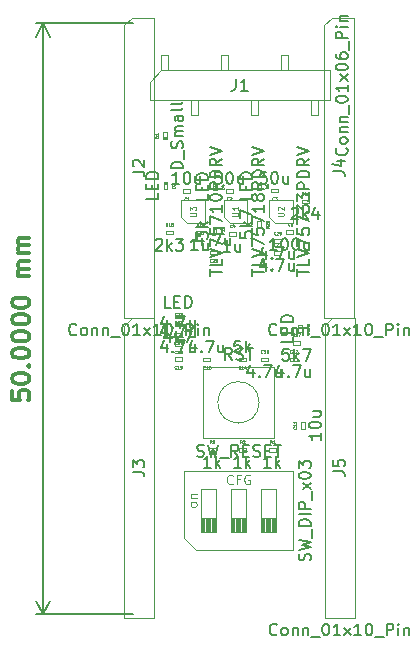
<source format=gbr>
%TF.GenerationSoftware,KiCad,Pcbnew,8.0.1*%
%TF.CreationDate,2024-10-17T14:11:07-05:00*%
%TF.ProjectId,sip-board,7369702d-626f-4617-9264-2e6b69636164,rev?*%
%TF.SameCoordinates,Original*%
%TF.FileFunction,AssemblyDrawing,Top*%
%FSLAX46Y46*%
G04 Gerber Fmt 4.6, Leading zero omitted, Abs format (unit mm)*
G04 Created by KiCad (PCBNEW 8.0.1) date 2024-10-17 14:11:07*
%MOMM*%
%LPD*%
G01*
G04 APERTURE LIST*
%ADD10C,0.300000*%
%ADD11C,0.200000*%
%ADD12C,0.150000*%
%ADD13C,0.040000*%
%ADD14C,0.080000*%
%ADD15C,0.120000*%
%ADD16C,0.100000*%
G04 APERTURE END LIST*
D10*
X126218328Y-109762855D02*
X126218328Y-110477141D01*
X126218328Y-110477141D02*
X126932614Y-110548569D01*
X126932614Y-110548569D02*
X126861185Y-110477141D01*
X126861185Y-110477141D02*
X126789757Y-110334284D01*
X126789757Y-110334284D02*
X126789757Y-109977141D01*
X126789757Y-109977141D02*
X126861185Y-109834284D01*
X126861185Y-109834284D02*
X126932614Y-109762855D01*
X126932614Y-109762855D02*
X127075471Y-109691426D01*
X127075471Y-109691426D02*
X127432614Y-109691426D01*
X127432614Y-109691426D02*
X127575471Y-109762855D01*
X127575471Y-109762855D02*
X127646900Y-109834284D01*
X127646900Y-109834284D02*
X127718328Y-109977141D01*
X127718328Y-109977141D02*
X127718328Y-110334284D01*
X127718328Y-110334284D02*
X127646900Y-110477141D01*
X127646900Y-110477141D02*
X127575471Y-110548569D01*
X126218328Y-108762855D02*
X126218328Y-108619998D01*
X126218328Y-108619998D02*
X126289757Y-108477141D01*
X126289757Y-108477141D02*
X126361185Y-108405713D01*
X126361185Y-108405713D02*
X126504042Y-108334284D01*
X126504042Y-108334284D02*
X126789757Y-108262855D01*
X126789757Y-108262855D02*
X127146900Y-108262855D01*
X127146900Y-108262855D02*
X127432614Y-108334284D01*
X127432614Y-108334284D02*
X127575471Y-108405713D01*
X127575471Y-108405713D02*
X127646900Y-108477141D01*
X127646900Y-108477141D02*
X127718328Y-108619998D01*
X127718328Y-108619998D02*
X127718328Y-108762855D01*
X127718328Y-108762855D02*
X127646900Y-108905713D01*
X127646900Y-108905713D02*
X127575471Y-108977141D01*
X127575471Y-108977141D02*
X127432614Y-109048570D01*
X127432614Y-109048570D02*
X127146900Y-109119998D01*
X127146900Y-109119998D02*
X126789757Y-109119998D01*
X126789757Y-109119998D02*
X126504042Y-109048570D01*
X126504042Y-109048570D02*
X126361185Y-108977141D01*
X126361185Y-108977141D02*
X126289757Y-108905713D01*
X126289757Y-108905713D02*
X126218328Y-108762855D01*
X127575471Y-107619999D02*
X127646900Y-107548570D01*
X127646900Y-107548570D02*
X127718328Y-107619999D01*
X127718328Y-107619999D02*
X127646900Y-107691427D01*
X127646900Y-107691427D02*
X127575471Y-107619999D01*
X127575471Y-107619999D02*
X127718328Y-107619999D01*
X126218328Y-106619998D02*
X126218328Y-106477141D01*
X126218328Y-106477141D02*
X126289757Y-106334284D01*
X126289757Y-106334284D02*
X126361185Y-106262856D01*
X126361185Y-106262856D02*
X126504042Y-106191427D01*
X126504042Y-106191427D02*
X126789757Y-106119998D01*
X126789757Y-106119998D02*
X127146900Y-106119998D01*
X127146900Y-106119998D02*
X127432614Y-106191427D01*
X127432614Y-106191427D02*
X127575471Y-106262856D01*
X127575471Y-106262856D02*
X127646900Y-106334284D01*
X127646900Y-106334284D02*
X127718328Y-106477141D01*
X127718328Y-106477141D02*
X127718328Y-106619998D01*
X127718328Y-106619998D02*
X127646900Y-106762856D01*
X127646900Y-106762856D02*
X127575471Y-106834284D01*
X127575471Y-106834284D02*
X127432614Y-106905713D01*
X127432614Y-106905713D02*
X127146900Y-106977141D01*
X127146900Y-106977141D02*
X126789757Y-106977141D01*
X126789757Y-106977141D02*
X126504042Y-106905713D01*
X126504042Y-106905713D02*
X126361185Y-106834284D01*
X126361185Y-106834284D02*
X126289757Y-106762856D01*
X126289757Y-106762856D02*
X126218328Y-106619998D01*
X126218328Y-105191427D02*
X126218328Y-105048570D01*
X126218328Y-105048570D02*
X126289757Y-104905713D01*
X126289757Y-104905713D02*
X126361185Y-104834285D01*
X126361185Y-104834285D02*
X126504042Y-104762856D01*
X126504042Y-104762856D02*
X126789757Y-104691427D01*
X126789757Y-104691427D02*
X127146900Y-104691427D01*
X127146900Y-104691427D02*
X127432614Y-104762856D01*
X127432614Y-104762856D02*
X127575471Y-104834285D01*
X127575471Y-104834285D02*
X127646900Y-104905713D01*
X127646900Y-104905713D02*
X127718328Y-105048570D01*
X127718328Y-105048570D02*
X127718328Y-105191427D01*
X127718328Y-105191427D02*
X127646900Y-105334285D01*
X127646900Y-105334285D02*
X127575471Y-105405713D01*
X127575471Y-105405713D02*
X127432614Y-105477142D01*
X127432614Y-105477142D02*
X127146900Y-105548570D01*
X127146900Y-105548570D02*
X126789757Y-105548570D01*
X126789757Y-105548570D02*
X126504042Y-105477142D01*
X126504042Y-105477142D02*
X126361185Y-105405713D01*
X126361185Y-105405713D02*
X126289757Y-105334285D01*
X126289757Y-105334285D02*
X126218328Y-105191427D01*
X126218328Y-103762856D02*
X126218328Y-103619999D01*
X126218328Y-103619999D02*
X126289757Y-103477142D01*
X126289757Y-103477142D02*
X126361185Y-103405714D01*
X126361185Y-103405714D02*
X126504042Y-103334285D01*
X126504042Y-103334285D02*
X126789757Y-103262856D01*
X126789757Y-103262856D02*
X127146900Y-103262856D01*
X127146900Y-103262856D02*
X127432614Y-103334285D01*
X127432614Y-103334285D02*
X127575471Y-103405714D01*
X127575471Y-103405714D02*
X127646900Y-103477142D01*
X127646900Y-103477142D02*
X127718328Y-103619999D01*
X127718328Y-103619999D02*
X127718328Y-103762856D01*
X127718328Y-103762856D02*
X127646900Y-103905714D01*
X127646900Y-103905714D02*
X127575471Y-103977142D01*
X127575471Y-103977142D02*
X127432614Y-104048571D01*
X127432614Y-104048571D02*
X127146900Y-104119999D01*
X127146900Y-104119999D02*
X126789757Y-104119999D01*
X126789757Y-104119999D02*
X126504042Y-104048571D01*
X126504042Y-104048571D02*
X126361185Y-103977142D01*
X126361185Y-103977142D02*
X126289757Y-103905714D01*
X126289757Y-103905714D02*
X126218328Y-103762856D01*
X126218328Y-102334285D02*
X126218328Y-102191428D01*
X126218328Y-102191428D02*
X126289757Y-102048571D01*
X126289757Y-102048571D02*
X126361185Y-101977143D01*
X126361185Y-101977143D02*
X126504042Y-101905714D01*
X126504042Y-101905714D02*
X126789757Y-101834285D01*
X126789757Y-101834285D02*
X127146900Y-101834285D01*
X127146900Y-101834285D02*
X127432614Y-101905714D01*
X127432614Y-101905714D02*
X127575471Y-101977143D01*
X127575471Y-101977143D02*
X127646900Y-102048571D01*
X127646900Y-102048571D02*
X127718328Y-102191428D01*
X127718328Y-102191428D02*
X127718328Y-102334285D01*
X127718328Y-102334285D02*
X127646900Y-102477143D01*
X127646900Y-102477143D02*
X127575471Y-102548571D01*
X127575471Y-102548571D02*
X127432614Y-102620000D01*
X127432614Y-102620000D02*
X127146900Y-102691428D01*
X127146900Y-102691428D02*
X126789757Y-102691428D01*
X126789757Y-102691428D02*
X126504042Y-102620000D01*
X126504042Y-102620000D02*
X126361185Y-102548571D01*
X126361185Y-102548571D02*
X126289757Y-102477143D01*
X126289757Y-102477143D02*
X126218328Y-102334285D01*
X127718328Y-100048572D02*
X126718328Y-100048572D01*
X126861185Y-100048572D02*
X126789757Y-99977143D01*
X126789757Y-99977143D02*
X126718328Y-99834286D01*
X126718328Y-99834286D02*
X126718328Y-99620000D01*
X126718328Y-99620000D02*
X126789757Y-99477143D01*
X126789757Y-99477143D02*
X126932614Y-99405715D01*
X126932614Y-99405715D02*
X127718328Y-99405715D01*
X126932614Y-99405715D02*
X126789757Y-99334286D01*
X126789757Y-99334286D02*
X126718328Y-99191429D01*
X126718328Y-99191429D02*
X126718328Y-98977143D01*
X126718328Y-98977143D02*
X126789757Y-98834286D01*
X126789757Y-98834286D02*
X126932614Y-98762857D01*
X126932614Y-98762857D02*
X127718328Y-98762857D01*
X127718328Y-98048572D02*
X126718328Y-98048572D01*
X126861185Y-98048572D02*
X126789757Y-97977143D01*
X126789757Y-97977143D02*
X126718328Y-97834286D01*
X126718328Y-97834286D02*
X126718328Y-97620000D01*
X126718328Y-97620000D02*
X126789757Y-97477143D01*
X126789757Y-97477143D02*
X126932614Y-97405715D01*
X126932614Y-97405715D02*
X127718328Y-97405715D01*
X126932614Y-97405715D02*
X126789757Y-97334286D01*
X126789757Y-97334286D02*
X126718328Y-97191429D01*
X126718328Y-97191429D02*
X126718328Y-96977143D01*
X126718328Y-96977143D02*
X126789757Y-96834286D01*
X126789757Y-96834286D02*
X126932614Y-96762857D01*
X126932614Y-96762857D02*
X127718328Y-96762857D01*
D11*
X136500000Y-78620000D02*
X128253580Y-78620000D01*
X136500000Y-128620000D02*
X128253580Y-128620000D01*
X128840000Y-78620000D02*
X128840000Y-128620000D01*
X128840000Y-78620000D02*
X128840000Y-128620000D01*
X128840000Y-78620000D02*
X129426421Y-79746504D01*
X128840000Y-78620000D02*
X128253579Y-79746504D01*
X128840000Y-128620000D02*
X128253579Y-127493496D01*
X128840000Y-128620000D02*
X129426421Y-127493496D01*
D12*
X141963333Y-97844819D02*
X141391905Y-97844819D01*
X141677619Y-97844819D02*
X141677619Y-96844819D01*
X141677619Y-96844819D02*
X141582381Y-96987676D01*
X141582381Y-96987676D02*
X141487143Y-97082914D01*
X141487143Y-97082914D02*
X141391905Y-97130533D01*
X142820476Y-97178152D02*
X142820476Y-97844819D01*
X142391905Y-97178152D02*
X142391905Y-97701961D01*
X142391905Y-97701961D02*
X142439524Y-97797200D01*
X142439524Y-97797200D02*
X142534762Y-97844819D01*
X142534762Y-97844819D02*
X142677619Y-97844819D01*
X142677619Y-97844819D02*
X142772857Y-97797200D01*
X142772857Y-97797200D02*
X142820476Y-97749580D01*
D13*
X142088333Y-95749765D02*
X142076429Y-95761670D01*
X142076429Y-95761670D02*
X142040714Y-95773574D01*
X142040714Y-95773574D02*
X142016905Y-95773574D01*
X142016905Y-95773574D02*
X141981191Y-95761670D01*
X141981191Y-95761670D02*
X141957381Y-95737860D01*
X141957381Y-95737860D02*
X141945476Y-95714050D01*
X141945476Y-95714050D02*
X141933572Y-95666431D01*
X141933572Y-95666431D02*
X141933572Y-95630717D01*
X141933572Y-95630717D02*
X141945476Y-95583098D01*
X141945476Y-95583098D02*
X141957381Y-95559289D01*
X141957381Y-95559289D02*
X141981191Y-95535479D01*
X141981191Y-95535479D02*
X142016905Y-95523574D01*
X142016905Y-95523574D02*
X142040714Y-95523574D01*
X142040714Y-95523574D02*
X142076429Y-95535479D01*
X142076429Y-95535479D02*
X142088333Y-95547384D01*
X142302619Y-95523574D02*
X142255000Y-95523574D01*
X142255000Y-95523574D02*
X142231191Y-95535479D01*
X142231191Y-95535479D02*
X142219286Y-95547384D01*
X142219286Y-95547384D02*
X142195476Y-95583098D01*
X142195476Y-95583098D02*
X142183572Y-95630717D01*
X142183572Y-95630717D02*
X142183572Y-95725955D01*
X142183572Y-95725955D02*
X142195476Y-95749765D01*
X142195476Y-95749765D02*
X142207381Y-95761670D01*
X142207381Y-95761670D02*
X142231191Y-95773574D01*
X142231191Y-95773574D02*
X142278810Y-95773574D01*
X142278810Y-95773574D02*
X142302619Y-95761670D01*
X142302619Y-95761670D02*
X142314524Y-95749765D01*
X142314524Y-95749765D02*
X142326429Y-95725955D01*
X142326429Y-95725955D02*
X142326429Y-95666431D01*
X142326429Y-95666431D02*
X142314524Y-95642622D01*
X142314524Y-95642622D02*
X142302619Y-95630717D01*
X142302619Y-95630717D02*
X142278810Y-95618812D01*
X142278810Y-95618812D02*
X142231191Y-95618812D01*
X142231191Y-95618812D02*
X142207381Y-95630717D01*
X142207381Y-95630717D02*
X142195476Y-95642622D01*
X142195476Y-95642622D02*
X142183572Y-95666431D01*
D12*
X148150952Y-116254819D02*
X147579524Y-116254819D01*
X147865238Y-116254819D02*
X147865238Y-115254819D01*
X147865238Y-115254819D02*
X147770000Y-115397676D01*
X147770000Y-115397676D02*
X147674762Y-115492914D01*
X147674762Y-115492914D02*
X147579524Y-115540533D01*
X148579524Y-116254819D02*
X148579524Y-115254819D01*
X148674762Y-115873866D02*
X148960476Y-116254819D01*
X148960476Y-115588152D02*
X148579524Y-115969104D01*
D13*
X148228333Y-114183574D02*
X148145000Y-114064527D01*
X148085476Y-114183574D02*
X148085476Y-113933574D01*
X148085476Y-113933574D02*
X148180714Y-113933574D01*
X148180714Y-113933574D02*
X148204524Y-113945479D01*
X148204524Y-113945479D02*
X148216429Y-113957384D01*
X148216429Y-113957384D02*
X148228333Y-113981193D01*
X148228333Y-113981193D02*
X148228333Y-114016908D01*
X148228333Y-114016908D02*
X148216429Y-114040717D01*
X148216429Y-114040717D02*
X148204524Y-114052622D01*
X148204524Y-114052622D02*
X148180714Y-114064527D01*
X148180714Y-114064527D02*
X148085476Y-114064527D01*
X148466429Y-114183574D02*
X148323572Y-114183574D01*
X148395000Y-114183574D02*
X148395000Y-113933574D01*
X148395000Y-113933574D02*
X148371191Y-113969289D01*
X148371191Y-113969289D02*
X148347381Y-113993098D01*
X148347381Y-113993098D02*
X148323572Y-114005003D01*
D12*
X139662142Y-102714819D02*
X139185952Y-102714819D01*
X139185952Y-102714819D02*
X139185952Y-101714819D01*
X139995476Y-102191009D02*
X140328809Y-102191009D01*
X140471666Y-102714819D02*
X139995476Y-102714819D01*
X139995476Y-102714819D02*
X139995476Y-101714819D01*
X139995476Y-101714819D02*
X140471666Y-101714819D01*
X140900238Y-102714819D02*
X140900238Y-101714819D01*
X140900238Y-101714819D02*
X141138333Y-101714819D01*
X141138333Y-101714819D02*
X141281190Y-101762438D01*
X141281190Y-101762438D02*
X141376428Y-101857676D01*
X141376428Y-101857676D02*
X141424047Y-101952914D01*
X141424047Y-101952914D02*
X141471666Y-102143390D01*
X141471666Y-102143390D02*
X141471666Y-102286247D01*
X141471666Y-102286247D02*
X141424047Y-102476723D01*
X141424047Y-102476723D02*
X141376428Y-102571961D01*
X141376428Y-102571961D02*
X141281190Y-102667200D01*
X141281190Y-102667200D02*
X141138333Y-102714819D01*
X141138333Y-102714819D02*
X140900238Y-102714819D01*
D13*
X140019285Y-104103574D02*
X140019285Y-103853574D01*
X140138333Y-104103574D02*
X140138333Y-103853574D01*
X140138333Y-103853574D02*
X140281190Y-104103574D01*
X140281190Y-104103574D02*
X140281190Y-103853574D01*
X140400238Y-104103574D02*
X140400238Y-103853574D01*
X140483572Y-103853574D02*
X140626429Y-103853574D01*
X140555001Y-104103574D02*
X140555001Y-103853574D01*
D12*
X150404819Y-99988571D02*
X150404819Y-99417143D01*
X151404819Y-99702857D02*
X150404819Y-99702857D01*
X151404819Y-98607619D02*
X151404819Y-99083809D01*
X151404819Y-99083809D02*
X150404819Y-99083809D01*
X150404819Y-98417142D02*
X151404819Y-98083809D01*
X151404819Y-98083809D02*
X150404819Y-97750476D01*
X150404819Y-97512380D02*
X150404819Y-96845714D01*
X150404819Y-96845714D02*
X151404819Y-97274285D01*
X150404819Y-95988571D02*
X150404819Y-96464761D01*
X150404819Y-96464761D02*
X150881009Y-96512380D01*
X150881009Y-96512380D02*
X150833390Y-96464761D01*
X150833390Y-96464761D02*
X150785771Y-96369523D01*
X150785771Y-96369523D02*
X150785771Y-96131428D01*
X150785771Y-96131428D02*
X150833390Y-96036190D01*
X150833390Y-96036190D02*
X150881009Y-95988571D01*
X150881009Y-95988571D02*
X150976247Y-95940952D01*
X150976247Y-95940952D02*
X151214342Y-95940952D01*
X151214342Y-95940952D02*
X151309580Y-95988571D01*
X151309580Y-95988571D02*
X151357200Y-96036190D01*
X151357200Y-96036190D02*
X151404819Y-96131428D01*
X151404819Y-96131428D02*
X151404819Y-96369523D01*
X151404819Y-96369523D02*
X151357200Y-96464761D01*
X151357200Y-96464761D02*
X151309580Y-96512380D01*
X150404819Y-95607618D02*
X150404819Y-94940952D01*
X150404819Y-94940952D02*
X151404819Y-95369523D01*
X150404819Y-94655237D02*
X150404819Y-94036190D01*
X150404819Y-94036190D02*
X150785771Y-94369523D01*
X150785771Y-94369523D02*
X150785771Y-94226666D01*
X150785771Y-94226666D02*
X150833390Y-94131428D01*
X150833390Y-94131428D02*
X150881009Y-94083809D01*
X150881009Y-94083809D02*
X150976247Y-94036190D01*
X150976247Y-94036190D02*
X151214342Y-94036190D01*
X151214342Y-94036190D02*
X151309580Y-94083809D01*
X151309580Y-94083809D02*
X151357200Y-94131428D01*
X151357200Y-94131428D02*
X151404819Y-94226666D01*
X151404819Y-94226666D02*
X151404819Y-94512380D01*
X151404819Y-94512380D02*
X151357200Y-94607618D01*
X151357200Y-94607618D02*
X151309580Y-94655237D01*
X150404819Y-93702856D02*
X150404819Y-93083809D01*
X150404819Y-93083809D02*
X150785771Y-93417142D01*
X150785771Y-93417142D02*
X150785771Y-93274285D01*
X150785771Y-93274285D02*
X150833390Y-93179047D01*
X150833390Y-93179047D02*
X150881009Y-93131428D01*
X150881009Y-93131428D02*
X150976247Y-93083809D01*
X150976247Y-93083809D02*
X151214342Y-93083809D01*
X151214342Y-93083809D02*
X151309580Y-93131428D01*
X151309580Y-93131428D02*
X151357200Y-93179047D01*
X151357200Y-93179047D02*
X151404819Y-93274285D01*
X151404819Y-93274285D02*
X151404819Y-93559999D01*
X151404819Y-93559999D02*
X151357200Y-93655237D01*
X151357200Y-93655237D02*
X151309580Y-93702856D01*
X151404819Y-92655237D02*
X150404819Y-92655237D01*
X150404819Y-92655237D02*
X150404819Y-92274285D01*
X150404819Y-92274285D02*
X150452438Y-92179047D01*
X150452438Y-92179047D02*
X150500057Y-92131428D01*
X150500057Y-92131428D02*
X150595295Y-92083809D01*
X150595295Y-92083809D02*
X150738152Y-92083809D01*
X150738152Y-92083809D02*
X150833390Y-92131428D01*
X150833390Y-92131428D02*
X150881009Y-92179047D01*
X150881009Y-92179047D02*
X150928628Y-92274285D01*
X150928628Y-92274285D02*
X150928628Y-92655237D01*
X151404819Y-91655237D02*
X150404819Y-91655237D01*
X150404819Y-91655237D02*
X150404819Y-91417142D01*
X150404819Y-91417142D02*
X150452438Y-91274285D01*
X150452438Y-91274285D02*
X150547676Y-91179047D01*
X150547676Y-91179047D02*
X150642914Y-91131428D01*
X150642914Y-91131428D02*
X150833390Y-91083809D01*
X150833390Y-91083809D02*
X150976247Y-91083809D01*
X150976247Y-91083809D02*
X151166723Y-91131428D01*
X151166723Y-91131428D02*
X151261961Y-91179047D01*
X151261961Y-91179047D02*
X151357200Y-91274285D01*
X151357200Y-91274285D02*
X151404819Y-91417142D01*
X151404819Y-91417142D02*
X151404819Y-91655237D01*
X151404819Y-90083809D02*
X150928628Y-90417142D01*
X151404819Y-90655237D02*
X150404819Y-90655237D01*
X150404819Y-90655237D02*
X150404819Y-90274285D01*
X150404819Y-90274285D02*
X150452438Y-90179047D01*
X150452438Y-90179047D02*
X150500057Y-90131428D01*
X150500057Y-90131428D02*
X150595295Y-90083809D01*
X150595295Y-90083809D02*
X150738152Y-90083809D01*
X150738152Y-90083809D02*
X150833390Y-90131428D01*
X150833390Y-90131428D02*
X150881009Y-90179047D01*
X150881009Y-90179047D02*
X150928628Y-90274285D01*
X150928628Y-90274285D02*
X150928628Y-90655237D01*
X150404819Y-89798094D02*
X151404819Y-89464761D01*
X151404819Y-89464761D02*
X150404819Y-89131428D01*
D14*
X148727149Y-94940952D02*
X149131911Y-94940952D01*
X149131911Y-94940952D02*
X149179530Y-94917142D01*
X149179530Y-94917142D02*
X149203340Y-94893333D01*
X149203340Y-94893333D02*
X149227149Y-94845714D01*
X149227149Y-94845714D02*
X149227149Y-94750476D01*
X149227149Y-94750476D02*
X149203340Y-94702857D01*
X149203340Y-94702857D02*
X149179530Y-94679047D01*
X149179530Y-94679047D02*
X149131911Y-94655238D01*
X149131911Y-94655238D02*
X148727149Y-94655238D01*
X148774768Y-94440951D02*
X148750959Y-94417142D01*
X148750959Y-94417142D02*
X148727149Y-94369523D01*
X148727149Y-94369523D02*
X148727149Y-94250475D01*
X148727149Y-94250475D02*
X148750959Y-94202856D01*
X148750959Y-94202856D02*
X148774768Y-94179047D01*
X148774768Y-94179047D02*
X148822387Y-94155237D01*
X148822387Y-94155237D02*
X148870006Y-94155237D01*
X148870006Y-94155237D02*
X148941435Y-94179047D01*
X148941435Y-94179047D02*
X149227149Y-94464761D01*
X149227149Y-94464761D02*
X149227149Y-94155237D01*
D12*
X149908333Y-94310057D02*
X149955952Y-94262438D01*
X149955952Y-94262438D02*
X150051190Y-94214819D01*
X150051190Y-94214819D02*
X150289285Y-94214819D01*
X150289285Y-94214819D02*
X150384523Y-94262438D01*
X150384523Y-94262438D02*
X150432142Y-94310057D01*
X150432142Y-94310057D02*
X150479761Y-94405295D01*
X150479761Y-94405295D02*
X150479761Y-94500533D01*
X150479761Y-94500533D02*
X150432142Y-94643390D01*
X150432142Y-94643390D02*
X149860714Y-95214819D01*
X149860714Y-95214819D02*
X150479761Y-95214819D01*
X150908333Y-95214819D02*
X150908333Y-94214819D01*
X151003571Y-94833866D02*
X151289285Y-95214819D01*
X151289285Y-94548152D02*
X150908333Y-94929104D01*
X152146428Y-94548152D02*
X152146428Y-95214819D01*
X151908333Y-94167200D02*
X151670238Y-94881485D01*
X151670238Y-94881485D02*
X152289285Y-94881485D01*
D13*
X150914285Y-93143574D02*
X150830952Y-93024527D01*
X150771428Y-93143574D02*
X150771428Y-92893574D01*
X150771428Y-92893574D02*
X150866666Y-92893574D01*
X150866666Y-92893574D02*
X150890476Y-92905479D01*
X150890476Y-92905479D02*
X150902381Y-92917384D01*
X150902381Y-92917384D02*
X150914285Y-92941193D01*
X150914285Y-92941193D02*
X150914285Y-92976908D01*
X150914285Y-92976908D02*
X150902381Y-93000717D01*
X150902381Y-93000717D02*
X150890476Y-93012622D01*
X150890476Y-93012622D02*
X150866666Y-93024527D01*
X150866666Y-93024527D02*
X150771428Y-93024527D01*
X151152381Y-93143574D02*
X151009524Y-93143574D01*
X151080952Y-93143574D02*
X151080952Y-92893574D01*
X151080952Y-92893574D02*
X151057143Y-92929289D01*
X151057143Y-92929289D02*
X151033333Y-92953098D01*
X151033333Y-92953098D02*
X151009524Y-92965003D01*
X151378571Y-92893574D02*
X151259523Y-92893574D01*
X151259523Y-92893574D02*
X151247619Y-93012622D01*
X151247619Y-93012622D02*
X151259523Y-93000717D01*
X151259523Y-93000717D02*
X151283333Y-92988812D01*
X151283333Y-92988812D02*
X151342857Y-92988812D01*
X151342857Y-92988812D02*
X151366666Y-93000717D01*
X151366666Y-93000717D02*
X151378571Y-93012622D01*
X151378571Y-93012622D02*
X151390476Y-93036431D01*
X151390476Y-93036431D02*
X151390476Y-93095955D01*
X151390476Y-93095955D02*
X151378571Y-93119765D01*
X151378571Y-93119765D02*
X151366666Y-93131670D01*
X151366666Y-93131670D02*
X151342857Y-93143574D01*
X151342857Y-93143574D02*
X151283333Y-93143574D01*
X151283333Y-93143574D02*
X151259523Y-93131670D01*
X151259523Y-93131670D02*
X151247619Y-93119765D01*
D12*
X146574819Y-99978571D02*
X146574819Y-99407143D01*
X147574819Y-99692857D02*
X146574819Y-99692857D01*
X147574819Y-98597619D02*
X147574819Y-99073809D01*
X147574819Y-99073809D02*
X146574819Y-99073809D01*
X146574819Y-98407142D02*
X147574819Y-98073809D01*
X147574819Y-98073809D02*
X146574819Y-97740476D01*
X146574819Y-97502380D02*
X146574819Y-96835714D01*
X146574819Y-96835714D02*
X147574819Y-97264285D01*
X146574819Y-95978571D02*
X146574819Y-96454761D01*
X146574819Y-96454761D02*
X147051009Y-96502380D01*
X147051009Y-96502380D02*
X147003390Y-96454761D01*
X147003390Y-96454761D02*
X146955771Y-96359523D01*
X146955771Y-96359523D02*
X146955771Y-96121428D01*
X146955771Y-96121428D02*
X147003390Y-96026190D01*
X147003390Y-96026190D02*
X147051009Y-95978571D01*
X147051009Y-95978571D02*
X147146247Y-95930952D01*
X147146247Y-95930952D02*
X147384342Y-95930952D01*
X147384342Y-95930952D02*
X147479580Y-95978571D01*
X147479580Y-95978571D02*
X147527200Y-96026190D01*
X147527200Y-96026190D02*
X147574819Y-96121428D01*
X147574819Y-96121428D02*
X147574819Y-96359523D01*
X147574819Y-96359523D02*
X147527200Y-96454761D01*
X147527200Y-96454761D02*
X147479580Y-96502380D01*
X146574819Y-95597618D02*
X146574819Y-94930952D01*
X146574819Y-94930952D02*
X147574819Y-95359523D01*
X147574819Y-94026190D02*
X147574819Y-94597618D01*
X147574819Y-94311904D02*
X146574819Y-94311904D01*
X146574819Y-94311904D02*
X146717676Y-94407142D01*
X146717676Y-94407142D02*
X146812914Y-94502380D01*
X146812914Y-94502380D02*
X146860533Y-94597618D01*
X147003390Y-93454761D02*
X146955771Y-93549999D01*
X146955771Y-93549999D02*
X146908152Y-93597618D01*
X146908152Y-93597618D02*
X146812914Y-93645237D01*
X146812914Y-93645237D02*
X146765295Y-93645237D01*
X146765295Y-93645237D02*
X146670057Y-93597618D01*
X146670057Y-93597618D02*
X146622438Y-93549999D01*
X146622438Y-93549999D02*
X146574819Y-93454761D01*
X146574819Y-93454761D02*
X146574819Y-93264285D01*
X146574819Y-93264285D02*
X146622438Y-93169047D01*
X146622438Y-93169047D02*
X146670057Y-93121428D01*
X146670057Y-93121428D02*
X146765295Y-93073809D01*
X146765295Y-93073809D02*
X146812914Y-93073809D01*
X146812914Y-93073809D02*
X146908152Y-93121428D01*
X146908152Y-93121428D02*
X146955771Y-93169047D01*
X146955771Y-93169047D02*
X147003390Y-93264285D01*
X147003390Y-93264285D02*
X147003390Y-93454761D01*
X147003390Y-93454761D02*
X147051009Y-93549999D01*
X147051009Y-93549999D02*
X147098628Y-93597618D01*
X147098628Y-93597618D02*
X147193866Y-93645237D01*
X147193866Y-93645237D02*
X147384342Y-93645237D01*
X147384342Y-93645237D02*
X147479580Y-93597618D01*
X147479580Y-93597618D02*
X147527200Y-93549999D01*
X147527200Y-93549999D02*
X147574819Y-93454761D01*
X147574819Y-93454761D02*
X147574819Y-93264285D01*
X147574819Y-93264285D02*
X147527200Y-93169047D01*
X147527200Y-93169047D02*
X147479580Y-93121428D01*
X147479580Y-93121428D02*
X147384342Y-93073809D01*
X147384342Y-93073809D02*
X147193866Y-93073809D01*
X147193866Y-93073809D02*
X147098628Y-93121428D01*
X147098628Y-93121428D02*
X147051009Y-93169047D01*
X147051009Y-93169047D02*
X147003390Y-93264285D01*
X147574819Y-92645237D02*
X146574819Y-92645237D01*
X146574819Y-92645237D02*
X146574819Y-92264285D01*
X146574819Y-92264285D02*
X146622438Y-92169047D01*
X146622438Y-92169047D02*
X146670057Y-92121428D01*
X146670057Y-92121428D02*
X146765295Y-92073809D01*
X146765295Y-92073809D02*
X146908152Y-92073809D01*
X146908152Y-92073809D02*
X147003390Y-92121428D01*
X147003390Y-92121428D02*
X147051009Y-92169047D01*
X147051009Y-92169047D02*
X147098628Y-92264285D01*
X147098628Y-92264285D02*
X147098628Y-92645237D01*
X147574819Y-91645237D02*
X146574819Y-91645237D01*
X146574819Y-91645237D02*
X146574819Y-91407142D01*
X146574819Y-91407142D02*
X146622438Y-91264285D01*
X146622438Y-91264285D02*
X146717676Y-91169047D01*
X146717676Y-91169047D02*
X146812914Y-91121428D01*
X146812914Y-91121428D02*
X147003390Y-91073809D01*
X147003390Y-91073809D02*
X147146247Y-91073809D01*
X147146247Y-91073809D02*
X147336723Y-91121428D01*
X147336723Y-91121428D02*
X147431961Y-91169047D01*
X147431961Y-91169047D02*
X147527200Y-91264285D01*
X147527200Y-91264285D02*
X147574819Y-91407142D01*
X147574819Y-91407142D02*
X147574819Y-91645237D01*
X147574819Y-90073809D02*
X147098628Y-90407142D01*
X147574819Y-90645237D02*
X146574819Y-90645237D01*
X146574819Y-90645237D02*
X146574819Y-90264285D01*
X146574819Y-90264285D02*
X146622438Y-90169047D01*
X146622438Y-90169047D02*
X146670057Y-90121428D01*
X146670057Y-90121428D02*
X146765295Y-90073809D01*
X146765295Y-90073809D02*
X146908152Y-90073809D01*
X146908152Y-90073809D02*
X147003390Y-90121428D01*
X147003390Y-90121428D02*
X147051009Y-90169047D01*
X147051009Y-90169047D02*
X147098628Y-90264285D01*
X147098628Y-90264285D02*
X147098628Y-90645237D01*
X146574819Y-89788094D02*
X147574819Y-89454761D01*
X147574819Y-89454761D02*
X146574819Y-89121428D01*
D14*
X144897149Y-94930952D02*
X145301911Y-94930952D01*
X145301911Y-94930952D02*
X145349530Y-94907142D01*
X145349530Y-94907142D02*
X145373340Y-94883333D01*
X145373340Y-94883333D02*
X145397149Y-94835714D01*
X145397149Y-94835714D02*
X145397149Y-94740476D01*
X145397149Y-94740476D02*
X145373340Y-94692857D01*
X145373340Y-94692857D02*
X145349530Y-94669047D01*
X145349530Y-94669047D02*
X145301911Y-94645238D01*
X145301911Y-94645238D02*
X144897149Y-94645238D01*
X145397149Y-94145237D02*
X145397149Y-94430951D01*
X145397149Y-94288094D02*
X144897149Y-94288094D01*
X144897149Y-94288094D02*
X144968578Y-94335713D01*
X144968578Y-94335713D02*
X145016197Y-94383332D01*
X145016197Y-94383332D02*
X145040006Y-94430951D01*
D12*
X152374819Y-113292857D02*
X152374819Y-113864285D01*
X152374819Y-113578571D02*
X151374819Y-113578571D01*
X151374819Y-113578571D02*
X151517676Y-113673809D01*
X151517676Y-113673809D02*
X151612914Y-113769047D01*
X151612914Y-113769047D02*
X151660533Y-113864285D01*
X151374819Y-112673809D02*
X151374819Y-112578571D01*
X151374819Y-112578571D02*
X151422438Y-112483333D01*
X151422438Y-112483333D02*
X151470057Y-112435714D01*
X151470057Y-112435714D02*
X151565295Y-112388095D01*
X151565295Y-112388095D02*
X151755771Y-112340476D01*
X151755771Y-112340476D02*
X151993866Y-112340476D01*
X151993866Y-112340476D02*
X152184342Y-112388095D01*
X152184342Y-112388095D02*
X152279580Y-112435714D01*
X152279580Y-112435714D02*
X152327200Y-112483333D01*
X152327200Y-112483333D02*
X152374819Y-112578571D01*
X152374819Y-112578571D02*
X152374819Y-112673809D01*
X152374819Y-112673809D02*
X152327200Y-112769047D01*
X152327200Y-112769047D02*
X152279580Y-112816666D01*
X152279580Y-112816666D02*
X152184342Y-112864285D01*
X152184342Y-112864285D02*
X151993866Y-112911904D01*
X151993866Y-112911904D02*
X151755771Y-112911904D01*
X151755771Y-112911904D02*
X151565295Y-112864285D01*
X151565295Y-112864285D02*
X151470057Y-112816666D01*
X151470057Y-112816666D02*
X151422438Y-112769047D01*
X151422438Y-112769047D02*
X151374819Y-112673809D01*
X151708152Y-111483333D02*
X152374819Y-111483333D01*
X151708152Y-111911904D02*
X152231961Y-111911904D01*
X152231961Y-111911904D02*
X152327200Y-111864285D01*
X152327200Y-111864285D02*
X152374819Y-111769047D01*
X152374819Y-111769047D02*
X152374819Y-111626190D01*
X152374819Y-111626190D02*
X152327200Y-111530952D01*
X152327200Y-111530952D02*
X152279580Y-111483333D01*
D13*
X150279765Y-112810714D02*
X150291670Y-112822618D01*
X150291670Y-112822618D02*
X150303574Y-112858333D01*
X150303574Y-112858333D02*
X150303574Y-112882142D01*
X150303574Y-112882142D02*
X150291670Y-112917856D01*
X150291670Y-112917856D02*
X150267860Y-112941666D01*
X150267860Y-112941666D02*
X150244050Y-112953571D01*
X150244050Y-112953571D02*
X150196431Y-112965475D01*
X150196431Y-112965475D02*
X150160717Y-112965475D01*
X150160717Y-112965475D02*
X150113098Y-112953571D01*
X150113098Y-112953571D02*
X150089289Y-112941666D01*
X150089289Y-112941666D02*
X150065479Y-112917856D01*
X150065479Y-112917856D02*
X150053574Y-112882142D01*
X150053574Y-112882142D02*
X150053574Y-112858333D01*
X150053574Y-112858333D02*
X150065479Y-112822618D01*
X150065479Y-112822618D02*
X150077384Y-112810714D01*
X150303574Y-112572618D02*
X150303574Y-112715475D01*
X150303574Y-112644047D02*
X150053574Y-112644047D01*
X150053574Y-112644047D02*
X150089289Y-112667856D01*
X150089289Y-112667856D02*
X150113098Y-112691666D01*
X150113098Y-112691666D02*
X150125003Y-112715475D01*
X150303574Y-112334523D02*
X150303574Y-112477380D01*
X150303574Y-112405952D02*
X150053574Y-112405952D01*
X150053574Y-112405952D02*
X150089289Y-112429761D01*
X150089289Y-112429761D02*
X150113098Y-112453571D01*
X150113098Y-112453571D02*
X150125003Y-112477380D01*
D12*
X147759523Y-91194819D02*
X147283333Y-91194819D01*
X147283333Y-91194819D02*
X147235714Y-91671009D01*
X147235714Y-91671009D02*
X147283333Y-91623390D01*
X147283333Y-91623390D02*
X147378571Y-91575771D01*
X147378571Y-91575771D02*
X147616666Y-91575771D01*
X147616666Y-91575771D02*
X147711904Y-91623390D01*
X147711904Y-91623390D02*
X147759523Y-91671009D01*
X147759523Y-91671009D02*
X147807142Y-91766247D01*
X147807142Y-91766247D02*
X147807142Y-92004342D01*
X147807142Y-92004342D02*
X147759523Y-92099580D01*
X147759523Y-92099580D02*
X147711904Y-92147200D01*
X147711904Y-92147200D02*
X147616666Y-92194819D01*
X147616666Y-92194819D02*
X147378571Y-92194819D01*
X147378571Y-92194819D02*
X147283333Y-92147200D01*
X147283333Y-92147200D02*
X147235714Y-92099580D01*
X148426190Y-91194819D02*
X148521428Y-91194819D01*
X148521428Y-91194819D02*
X148616666Y-91242438D01*
X148616666Y-91242438D02*
X148664285Y-91290057D01*
X148664285Y-91290057D02*
X148711904Y-91385295D01*
X148711904Y-91385295D02*
X148759523Y-91575771D01*
X148759523Y-91575771D02*
X148759523Y-91813866D01*
X148759523Y-91813866D02*
X148711904Y-92004342D01*
X148711904Y-92004342D02*
X148664285Y-92099580D01*
X148664285Y-92099580D02*
X148616666Y-92147200D01*
X148616666Y-92147200D02*
X148521428Y-92194819D01*
X148521428Y-92194819D02*
X148426190Y-92194819D01*
X148426190Y-92194819D02*
X148330952Y-92147200D01*
X148330952Y-92147200D02*
X148283333Y-92099580D01*
X148283333Y-92099580D02*
X148235714Y-92004342D01*
X148235714Y-92004342D02*
X148188095Y-91813866D01*
X148188095Y-91813866D02*
X148188095Y-91575771D01*
X148188095Y-91575771D02*
X148235714Y-91385295D01*
X148235714Y-91385295D02*
X148283333Y-91290057D01*
X148283333Y-91290057D02*
X148330952Y-91242438D01*
X148330952Y-91242438D02*
X148426190Y-91194819D01*
X149616666Y-91528152D02*
X149616666Y-92194819D01*
X149188095Y-91528152D02*
X149188095Y-92051961D01*
X149188095Y-92051961D02*
X149235714Y-92147200D01*
X149235714Y-92147200D02*
X149330952Y-92194819D01*
X149330952Y-92194819D02*
X149473809Y-92194819D01*
X149473809Y-92194819D02*
X149569047Y-92147200D01*
X149569047Y-92147200D02*
X149616666Y-92099580D01*
D13*
X148408333Y-93559765D02*
X148396429Y-93571670D01*
X148396429Y-93571670D02*
X148360714Y-93583574D01*
X148360714Y-93583574D02*
X148336905Y-93583574D01*
X148336905Y-93583574D02*
X148301191Y-93571670D01*
X148301191Y-93571670D02*
X148277381Y-93547860D01*
X148277381Y-93547860D02*
X148265476Y-93524050D01*
X148265476Y-93524050D02*
X148253572Y-93476431D01*
X148253572Y-93476431D02*
X148253572Y-93440717D01*
X148253572Y-93440717D02*
X148265476Y-93393098D01*
X148265476Y-93393098D02*
X148277381Y-93369289D01*
X148277381Y-93369289D02*
X148301191Y-93345479D01*
X148301191Y-93345479D02*
X148336905Y-93333574D01*
X148336905Y-93333574D02*
X148360714Y-93333574D01*
X148360714Y-93333574D02*
X148396429Y-93345479D01*
X148396429Y-93345479D02*
X148408333Y-93357384D01*
X148491667Y-93333574D02*
X148646429Y-93333574D01*
X148646429Y-93333574D02*
X148563095Y-93428812D01*
X148563095Y-93428812D02*
X148598810Y-93428812D01*
X148598810Y-93428812D02*
X148622619Y-93440717D01*
X148622619Y-93440717D02*
X148634524Y-93452622D01*
X148634524Y-93452622D02*
X148646429Y-93476431D01*
X148646429Y-93476431D02*
X148646429Y-93535955D01*
X148646429Y-93535955D02*
X148634524Y-93559765D01*
X148634524Y-93559765D02*
X148622619Y-93571670D01*
X148622619Y-93571670D02*
X148598810Y-93583574D01*
X148598810Y-93583574D02*
X148527381Y-93583574D01*
X148527381Y-93583574D02*
X148503572Y-93571670D01*
X148503572Y-93571670D02*
X148491667Y-93559765D01*
D12*
X139318809Y-103748152D02*
X139318809Y-104414819D01*
X139080714Y-103367200D02*
X138842619Y-104081485D01*
X138842619Y-104081485D02*
X139461666Y-104081485D01*
X139842619Y-104319580D02*
X139890238Y-104367200D01*
X139890238Y-104367200D02*
X139842619Y-104414819D01*
X139842619Y-104414819D02*
X139795000Y-104367200D01*
X139795000Y-104367200D02*
X139842619Y-104319580D01*
X139842619Y-104319580D02*
X139842619Y-104414819D01*
X140223571Y-103414819D02*
X140890237Y-103414819D01*
X140890237Y-103414819D02*
X140461666Y-104414819D01*
X141699761Y-103748152D02*
X141699761Y-104414819D01*
X141271190Y-103748152D02*
X141271190Y-104271961D01*
X141271190Y-104271961D02*
X141318809Y-104367200D01*
X141318809Y-104367200D02*
X141414047Y-104414819D01*
X141414047Y-104414819D02*
X141556904Y-104414819D01*
X141556904Y-104414819D02*
X141652142Y-104367200D01*
X141652142Y-104367200D02*
X141699761Y-104319580D01*
D13*
X140134285Y-105779765D02*
X140122381Y-105791670D01*
X140122381Y-105791670D02*
X140086666Y-105803574D01*
X140086666Y-105803574D02*
X140062857Y-105803574D01*
X140062857Y-105803574D02*
X140027143Y-105791670D01*
X140027143Y-105791670D02*
X140003333Y-105767860D01*
X140003333Y-105767860D02*
X139991428Y-105744050D01*
X139991428Y-105744050D02*
X139979524Y-105696431D01*
X139979524Y-105696431D02*
X139979524Y-105660717D01*
X139979524Y-105660717D02*
X139991428Y-105613098D01*
X139991428Y-105613098D02*
X140003333Y-105589289D01*
X140003333Y-105589289D02*
X140027143Y-105565479D01*
X140027143Y-105565479D02*
X140062857Y-105553574D01*
X140062857Y-105553574D02*
X140086666Y-105553574D01*
X140086666Y-105553574D02*
X140122381Y-105565479D01*
X140122381Y-105565479D02*
X140134285Y-105577384D01*
X140217619Y-105553574D02*
X140372381Y-105553574D01*
X140372381Y-105553574D02*
X140289047Y-105648812D01*
X140289047Y-105648812D02*
X140324762Y-105648812D01*
X140324762Y-105648812D02*
X140348571Y-105660717D01*
X140348571Y-105660717D02*
X140360476Y-105672622D01*
X140360476Y-105672622D02*
X140372381Y-105696431D01*
X140372381Y-105696431D02*
X140372381Y-105755955D01*
X140372381Y-105755955D02*
X140360476Y-105779765D01*
X140360476Y-105779765D02*
X140348571Y-105791670D01*
X140348571Y-105791670D02*
X140324762Y-105803574D01*
X140324762Y-105803574D02*
X140253333Y-105803574D01*
X140253333Y-105803574D02*
X140229524Y-105791670D01*
X140229524Y-105791670D02*
X140217619Y-105779765D01*
X140455714Y-105553574D02*
X140622380Y-105553574D01*
X140622380Y-105553574D02*
X140515238Y-105803574D01*
D12*
X143939523Y-91204819D02*
X143463333Y-91204819D01*
X143463333Y-91204819D02*
X143415714Y-91681009D01*
X143415714Y-91681009D02*
X143463333Y-91633390D01*
X143463333Y-91633390D02*
X143558571Y-91585771D01*
X143558571Y-91585771D02*
X143796666Y-91585771D01*
X143796666Y-91585771D02*
X143891904Y-91633390D01*
X143891904Y-91633390D02*
X143939523Y-91681009D01*
X143939523Y-91681009D02*
X143987142Y-91776247D01*
X143987142Y-91776247D02*
X143987142Y-92014342D01*
X143987142Y-92014342D02*
X143939523Y-92109580D01*
X143939523Y-92109580D02*
X143891904Y-92157200D01*
X143891904Y-92157200D02*
X143796666Y-92204819D01*
X143796666Y-92204819D02*
X143558571Y-92204819D01*
X143558571Y-92204819D02*
X143463333Y-92157200D01*
X143463333Y-92157200D02*
X143415714Y-92109580D01*
X144606190Y-91204819D02*
X144701428Y-91204819D01*
X144701428Y-91204819D02*
X144796666Y-91252438D01*
X144796666Y-91252438D02*
X144844285Y-91300057D01*
X144844285Y-91300057D02*
X144891904Y-91395295D01*
X144891904Y-91395295D02*
X144939523Y-91585771D01*
X144939523Y-91585771D02*
X144939523Y-91823866D01*
X144939523Y-91823866D02*
X144891904Y-92014342D01*
X144891904Y-92014342D02*
X144844285Y-92109580D01*
X144844285Y-92109580D02*
X144796666Y-92157200D01*
X144796666Y-92157200D02*
X144701428Y-92204819D01*
X144701428Y-92204819D02*
X144606190Y-92204819D01*
X144606190Y-92204819D02*
X144510952Y-92157200D01*
X144510952Y-92157200D02*
X144463333Y-92109580D01*
X144463333Y-92109580D02*
X144415714Y-92014342D01*
X144415714Y-92014342D02*
X144368095Y-91823866D01*
X144368095Y-91823866D02*
X144368095Y-91585771D01*
X144368095Y-91585771D02*
X144415714Y-91395295D01*
X144415714Y-91395295D02*
X144463333Y-91300057D01*
X144463333Y-91300057D02*
X144510952Y-91252438D01*
X144510952Y-91252438D02*
X144606190Y-91204819D01*
X145796666Y-91538152D02*
X145796666Y-92204819D01*
X145368095Y-91538152D02*
X145368095Y-92061961D01*
X145368095Y-92061961D02*
X145415714Y-92157200D01*
X145415714Y-92157200D02*
X145510952Y-92204819D01*
X145510952Y-92204819D02*
X145653809Y-92204819D01*
X145653809Y-92204819D02*
X145749047Y-92157200D01*
X145749047Y-92157200D02*
X145796666Y-92109580D01*
D13*
X144588333Y-93569765D02*
X144576429Y-93581670D01*
X144576429Y-93581670D02*
X144540714Y-93593574D01*
X144540714Y-93593574D02*
X144516905Y-93593574D01*
X144516905Y-93593574D02*
X144481191Y-93581670D01*
X144481191Y-93581670D02*
X144457381Y-93557860D01*
X144457381Y-93557860D02*
X144445476Y-93534050D01*
X144445476Y-93534050D02*
X144433572Y-93486431D01*
X144433572Y-93486431D02*
X144433572Y-93450717D01*
X144433572Y-93450717D02*
X144445476Y-93403098D01*
X144445476Y-93403098D02*
X144457381Y-93379289D01*
X144457381Y-93379289D02*
X144481191Y-93355479D01*
X144481191Y-93355479D02*
X144516905Y-93343574D01*
X144516905Y-93343574D02*
X144540714Y-93343574D01*
X144540714Y-93343574D02*
X144576429Y-93355479D01*
X144576429Y-93355479D02*
X144588333Y-93367384D01*
X144683572Y-93367384D02*
X144695476Y-93355479D01*
X144695476Y-93355479D02*
X144719286Y-93343574D01*
X144719286Y-93343574D02*
X144778810Y-93343574D01*
X144778810Y-93343574D02*
X144802619Y-93355479D01*
X144802619Y-93355479D02*
X144814524Y-93367384D01*
X144814524Y-93367384D02*
X144826429Y-93391193D01*
X144826429Y-93391193D02*
X144826429Y-93415003D01*
X144826429Y-93415003D02*
X144814524Y-93450717D01*
X144814524Y-93450717D02*
X144671667Y-93593574D01*
X144671667Y-93593574D02*
X144826429Y-93593574D01*
D12*
X143060952Y-116254819D02*
X142489524Y-116254819D01*
X142775238Y-116254819D02*
X142775238Y-115254819D01*
X142775238Y-115254819D02*
X142680000Y-115397676D01*
X142680000Y-115397676D02*
X142584762Y-115492914D01*
X142584762Y-115492914D02*
X142489524Y-115540533D01*
X143489524Y-116254819D02*
X143489524Y-115254819D01*
X143584762Y-115873866D02*
X143870476Y-116254819D01*
X143870476Y-115588152D02*
X143489524Y-115969104D01*
D13*
X143138333Y-114183574D02*
X143055000Y-114064527D01*
X142995476Y-114183574D02*
X142995476Y-113933574D01*
X142995476Y-113933574D02*
X143090714Y-113933574D01*
X143090714Y-113933574D02*
X143114524Y-113945479D01*
X143114524Y-113945479D02*
X143126429Y-113957384D01*
X143126429Y-113957384D02*
X143138333Y-113981193D01*
X143138333Y-113981193D02*
X143138333Y-114016908D01*
X143138333Y-114016908D02*
X143126429Y-114040717D01*
X143126429Y-114040717D02*
X143114524Y-114052622D01*
X143114524Y-114052622D02*
X143090714Y-114064527D01*
X143090714Y-114064527D02*
X142995476Y-114064527D01*
X143221667Y-113933574D02*
X143376429Y-113933574D01*
X143376429Y-113933574D02*
X143293095Y-114028812D01*
X143293095Y-114028812D02*
X143328810Y-114028812D01*
X143328810Y-114028812D02*
X143352619Y-114040717D01*
X143352619Y-114040717D02*
X143364524Y-114052622D01*
X143364524Y-114052622D02*
X143376429Y-114076431D01*
X143376429Y-114076431D02*
X143376429Y-114135955D01*
X143376429Y-114135955D02*
X143364524Y-114159765D01*
X143364524Y-114159765D02*
X143352619Y-114171670D01*
X143352619Y-114171670D02*
X143328810Y-114183574D01*
X143328810Y-114183574D02*
X143257381Y-114183574D01*
X143257381Y-114183574D02*
X143233572Y-114171670D01*
X143233572Y-114171670D02*
X143221667Y-114159765D01*
D12*
X150034819Y-105137857D02*
X150034819Y-105614047D01*
X150034819Y-105614047D02*
X149034819Y-105614047D01*
X149511009Y-104804523D02*
X149511009Y-104471190D01*
X150034819Y-104328333D02*
X150034819Y-104804523D01*
X150034819Y-104804523D02*
X149034819Y-104804523D01*
X149034819Y-104804523D02*
X149034819Y-104328333D01*
X150034819Y-103899761D02*
X149034819Y-103899761D01*
X149034819Y-103899761D02*
X149034819Y-103661666D01*
X149034819Y-103661666D02*
X149082438Y-103518809D01*
X149082438Y-103518809D02*
X149177676Y-103423571D01*
X149177676Y-103423571D02*
X149272914Y-103375952D01*
X149272914Y-103375952D02*
X149463390Y-103328333D01*
X149463390Y-103328333D02*
X149606247Y-103328333D01*
X149606247Y-103328333D02*
X149796723Y-103375952D01*
X149796723Y-103375952D02*
X149891961Y-103423571D01*
X149891961Y-103423571D02*
X149987200Y-103518809D01*
X149987200Y-103518809D02*
X150034819Y-103661666D01*
X150034819Y-103661666D02*
X150034819Y-103899761D01*
D13*
X151423574Y-104935476D02*
X151173574Y-104935476D01*
X151173574Y-104935476D02*
X151173574Y-104875952D01*
X151173574Y-104875952D02*
X151185479Y-104840238D01*
X151185479Y-104840238D02*
X151209289Y-104816428D01*
X151209289Y-104816428D02*
X151233098Y-104804523D01*
X151233098Y-104804523D02*
X151280717Y-104792619D01*
X151280717Y-104792619D02*
X151316431Y-104792619D01*
X151316431Y-104792619D02*
X151364050Y-104804523D01*
X151364050Y-104804523D02*
X151387860Y-104816428D01*
X151387860Y-104816428D02*
X151411670Y-104840238D01*
X151411670Y-104840238D02*
X151423574Y-104875952D01*
X151423574Y-104875952D02*
X151423574Y-104935476D01*
X151173574Y-104637857D02*
X151173574Y-104590238D01*
X151173574Y-104590238D02*
X151185479Y-104566428D01*
X151185479Y-104566428D02*
X151209289Y-104542619D01*
X151209289Y-104542619D02*
X151256908Y-104530714D01*
X151256908Y-104530714D02*
X151340241Y-104530714D01*
X151340241Y-104530714D02*
X151387860Y-104542619D01*
X151387860Y-104542619D02*
X151411670Y-104566428D01*
X151411670Y-104566428D02*
X151423574Y-104590238D01*
X151423574Y-104590238D02*
X151423574Y-104637857D01*
X151423574Y-104637857D02*
X151411670Y-104661666D01*
X151411670Y-104661666D02*
X151387860Y-104685476D01*
X151387860Y-104685476D02*
X151340241Y-104697380D01*
X151340241Y-104697380D02*
X151256908Y-104697380D01*
X151256908Y-104697380D02*
X151209289Y-104685476D01*
X151209289Y-104685476D02*
X151185479Y-104661666D01*
X151185479Y-104661666D02*
X151173574Y-104637857D01*
X151423574Y-104423571D02*
X151173574Y-104423571D01*
X151173574Y-104423571D02*
X151423574Y-104280714D01*
X151423574Y-104280714D02*
X151173574Y-104280714D01*
X151292622Y-104161666D02*
X151292622Y-104078332D01*
X151423574Y-104042618D02*
X151423574Y-104161666D01*
X151423574Y-104161666D02*
X151173574Y-104161666D01*
X151173574Y-104161666D02*
X151173574Y-104042618D01*
D12*
X148660475Y-130349580D02*
X148612856Y-130397200D01*
X148612856Y-130397200D02*
X148469999Y-130444819D01*
X148469999Y-130444819D02*
X148374761Y-130444819D01*
X148374761Y-130444819D02*
X148231904Y-130397200D01*
X148231904Y-130397200D02*
X148136666Y-130301961D01*
X148136666Y-130301961D02*
X148089047Y-130206723D01*
X148089047Y-130206723D02*
X148041428Y-130016247D01*
X148041428Y-130016247D02*
X148041428Y-129873390D01*
X148041428Y-129873390D02*
X148089047Y-129682914D01*
X148089047Y-129682914D02*
X148136666Y-129587676D01*
X148136666Y-129587676D02*
X148231904Y-129492438D01*
X148231904Y-129492438D02*
X148374761Y-129444819D01*
X148374761Y-129444819D02*
X148469999Y-129444819D01*
X148469999Y-129444819D02*
X148612856Y-129492438D01*
X148612856Y-129492438D02*
X148660475Y-129540057D01*
X149231904Y-130444819D02*
X149136666Y-130397200D01*
X149136666Y-130397200D02*
X149089047Y-130349580D01*
X149089047Y-130349580D02*
X149041428Y-130254342D01*
X149041428Y-130254342D02*
X149041428Y-129968628D01*
X149041428Y-129968628D02*
X149089047Y-129873390D01*
X149089047Y-129873390D02*
X149136666Y-129825771D01*
X149136666Y-129825771D02*
X149231904Y-129778152D01*
X149231904Y-129778152D02*
X149374761Y-129778152D01*
X149374761Y-129778152D02*
X149469999Y-129825771D01*
X149469999Y-129825771D02*
X149517618Y-129873390D01*
X149517618Y-129873390D02*
X149565237Y-129968628D01*
X149565237Y-129968628D02*
X149565237Y-130254342D01*
X149565237Y-130254342D02*
X149517618Y-130349580D01*
X149517618Y-130349580D02*
X149469999Y-130397200D01*
X149469999Y-130397200D02*
X149374761Y-130444819D01*
X149374761Y-130444819D02*
X149231904Y-130444819D01*
X149993809Y-129778152D02*
X149993809Y-130444819D01*
X149993809Y-129873390D02*
X150041428Y-129825771D01*
X150041428Y-129825771D02*
X150136666Y-129778152D01*
X150136666Y-129778152D02*
X150279523Y-129778152D01*
X150279523Y-129778152D02*
X150374761Y-129825771D01*
X150374761Y-129825771D02*
X150422380Y-129921009D01*
X150422380Y-129921009D02*
X150422380Y-130444819D01*
X150898571Y-129778152D02*
X150898571Y-130444819D01*
X150898571Y-129873390D02*
X150946190Y-129825771D01*
X150946190Y-129825771D02*
X151041428Y-129778152D01*
X151041428Y-129778152D02*
X151184285Y-129778152D01*
X151184285Y-129778152D02*
X151279523Y-129825771D01*
X151279523Y-129825771D02*
X151327142Y-129921009D01*
X151327142Y-129921009D02*
X151327142Y-130444819D01*
X151565238Y-130540057D02*
X152327142Y-130540057D01*
X152755714Y-129444819D02*
X152850952Y-129444819D01*
X152850952Y-129444819D02*
X152946190Y-129492438D01*
X152946190Y-129492438D02*
X152993809Y-129540057D01*
X152993809Y-129540057D02*
X153041428Y-129635295D01*
X153041428Y-129635295D02*
X153089047Y-129825771D01*
X153089047Y-129825771D02*
X153089047Y-130063866D01*
X153089047Y-130063866D02*
X153041428Y-130254342D01*
X153041428Y-130254342D02*
X152993809Y-130349580D01*
X152993809Y-130349580D02*
X152946190Y-130397200D01*
X152946190Y-130397200D02*
X152850952Y-130444819D01*
X152850952Y-130444819D02*
X152755714Y-130444819D01*
X152755714Y-130444819D02*
X152660476Y-130397200D01*
X152660476Y-130397200D02*
X152612857Y-130349580D01*
X152612857Y-130349580D02*
X152565238Y-130254342D01*
X152565238Y-130254342D02*
X152517619Y-130063866D01*
X152517619Y-130063866D02*
X152517619Y-129825771D01*
X152517619Y-129825771D02*
X152565238Y-129635295D01*
X152565238Y-129635295D02*
X152612857Y-129540057D01*
X152612857Y-129540057D02*
X152660476Y-129492438D01*
X152660476Y-129492438D02*
X152755714Y-129444819D01*
X154041428Y-130444819D02*
X153470000Y-130444819D01*
X153755714Y-130444819D02*
X153755714Y-129444819D01*
X153755714Y-129444819D02*
X153660476Y-129587676D01*
X153660476Y-129587676D02*
X153565238Y-129682914D01*
X153565238Y-129682914D02*
X153470000Y-129730533D01*
X154374762Y-130444819D02*
X154898571Y-129778152D01*
X154374762Y-129778152D02*
X154898571Y-130444819D01*
X155803333Y-130444819D02*
X155231905Y-130444819D01*
X155517619Y-130444819D02*
X155517619Y-129444819D01*
X155517619Y-129444819D02*
X155422381Y-129587676D01*
X155422381Y-129587676D02*
X155327143Y-129682914D01*
X155327143Y-129682914D02*
X155231905Y-129730533D01*
X156422381Y-129444819D02*
X156517619Y-129444819D01*
X156517619Y-129444819D02*
X156612857Y-129492438D01*
X156612857Y-129492438D02*
X156660476Y-129540057D01*
X156660476Y-129540057D02*
X156708095Y-129635295D01*
X156708095Y-129635295D02*
X156755714Y-129825771D01*
X156755714Y-129825771D02*
X156755714Y-130063866D01*
X156755714Y-130063866D02*
X156708095Y-130254342D01*
X156708095Y-130254342D02*
X156660476Y-130349580D01*
X156660476Y-130349580D02*
X156612857Y-130397200D01*
X156612857Y-130397200D02*
X156517619Y-130444819D01*
X156517619Y-130444819D02*
X156422381Y-130444819D01*
X156422381Y-130444819D02*
X156327143Y-130397200D01*
X156327143Y-130397200D02*
X156279524Y-130349580D01*
X156279524Y-130349580D02*
X156231905Y-130254342D01*
X156231905Y-130254342D02*
X156184286Y-130063866D01*
X156184286Y-130063866D02*
X156184286Y-129825771D01*
X156184286Y-129825771D02*
X156231905Y-129635295D01*
X156231905Y-129635295D02*
X156279524Y-129540057D01*
X156279524Y-129540057D02*
X156327143Y-129492438D01*
X156327143Y-129492438D02*
X156422381Y-129444819D01*
X156946191Y-130540057D02*
X157708095Y-130540057D01*
X157946191Y-130444819D02*
X157946191Y-129444819D01*
X157946191Y-129444819D02*
X158327143Y-129444819D01*
X158327143Y-129444819D02*
X158422381Y-129492438D01*
X158422381Y-129492438D02*
X158470000Y-129540057D01*
X158470000Y-129540057D02*
X158517619Y-129635295D01*
X158517619Y-129635295D02*
X158517619Y-129778152D01*
X158517619Y-129778152D02*
X158470000Y-129873390D01*
X158470000Y-129873390D02*
X158422381Y-129921009D01*
X158422381Y-129921009D02*
X158327143Y-129968628D01*
X158327143Y-129968628D02*
X157946191Y-129968628D01*
X158946191Y-130444819D02*
X158946191Y-129778152D01*
X158946191Y-129444819D02*
X158898572Y-129492438D01*
X158898572Y-129492438D02*
X158946191Y-129540057D01*
X158946191Y-129540057D02*
X158993810Y-129492438D01*
X158993810Y-129492438D02*
X158946191Y-129444819D01*
X158946191Y-129444819D02*
X158946191Y-129540057D01*
X159422381Y-129778152D02*
X159422381Y-130444819D01*
X159422381Y-129873390D02*
X159470000Y-129825771D01*
X159470000Y-129825771D02*
X159565238Y-129778152D01*
X159565238Y-129778152D02*
X159708095Y-129778152D01*
X159708095Y-129778152D02*
X159803333Y-129825771D01*
X159803333Y-129825771D02*
X159850952Y-129921009D01*
X159850952Y-129921009D02*
X159850952Y-130444819D01*
X153424819Y-116563333D02*
X154139104Y-116563333D01*
X154139104Y-116563333D02*
X154281961Y-116610952D01*
X154281961Y-116610952D02*
X154377200Y-116706190D01*
X154377200Y-116706190D02*
X154424819Y-116849047D01*
X154424819Y-116849047D02*
X154424819Y-116944285D01*
X153424819Y-115610952D02*
X153424819Y-116087142D01*
X153424819Y-116087142D02*
X153901009Y-116134761D01*
X153901009Y-116134761D02*
X153853390Y-116087142D01*
X153853390Y-116087142D02*
X153805771Y-115991904D01*
X153805771Y-115991904D02*
X153805771Y-115753809D01*
X153805771Y-115753809D02*
X153853390Y-115658571D01*
X153853390Y-115658571D02*
X153901009Y-115610952D01*
X153901009Y-115610952D02*
X153996247Y-115563333D01*
X153996247Y-115563333D02*
X154234342Y-115563333D01*
X154234342Y-115563333D02*
X154329580Y-115610952D01*
X154329580Y-115610952D02*
X154377200Y-115658571D01*
X154377200Y-115658571D02*
X154424819Y-115753809D01*
X154424819Y-115753809D02*
X154424819Y-115991904D01*
X154424819Y-115991904D02*
X154377200Y-116087142D01*
X154377200Y-116087142D02*
X154329580Y-116134761D01*
X147723809Y-98888152D02*
X147723809Y-99554819D01*
X147485714Y-98507200D02*
X147247619Y-99221485D01*
X147247619Y-99221485D02*
X147866666Y-99221485D01*
X148247619Y-99459580D02*
X148295238Y-99507200D01*
X148295238Y-99507200D02*
X148247619Y-99554819D01*
X148247619Y-99554819D02*
X148200000Y-99507200D01*
X148200000Y-99507200D02*
X148247619Y-99459580D01*
X148247619Y-99459580D02*
X148247619Y-99554819D01*
X148628571Y-98554819D02*
X149295237Y-98554819D01*
X149295237Y-98554819D02*
X148866666Y-99554819D01*
X150104761Y-98888152D02*
X150104761Y-99554819D01*
X149676190Y-98888152D02*
X149676190Y-99411961D01*
X149676190Y-99411961D02*
X149723809Y-99507200D01*
X149723809Y-99507200D02*
X149819047Y-99554819D01*
X149819047Y-99554819D02*
X149961904Y-99554819D01*
X149961904Y-99554819D02*
X150057142Y-99507200D01*
X150057142Y-99507200D02*
X150104761Y-99459580D01*
D13*
X148539285Y-97459765D02*
X148527381Y-97471670D01*
X148527381Y-97471670D02*
X148491666Y-97483574D01*
X148491666Y-97483574D02*
X148467857Y-97483574D01*
X148467857Y-97483574D02*
X148432143Y-97471670D01*
X148432143Y-97471670D02*
X148408333Y-97447860D01*
X148408333Y-97447860D02*
X148396428Y-97424050D01*
X148396428Y-97424050D02*
X148384524Y-97376431D01*
X148384524Y-97376431D02*
X148384524Y-97340717D01*
X148384524Y-97340717D02*
X148396428Y-97293098D01*
X148396428Y-97293098D02*
X148408333Y-97269289D01*
X148408333Y-97269289D02*
X148432143Y-97245479D01*
X148432143Y-97245479D02*
X148467857Y-97233574D01*
X148467857Y-97233574D02*
X148491666Y-97233574D01*
X148491666Y-97233574D02*
X148527381Y-97245479D01*
X148527381Y-97245479D02*
X148539285Y-97257384D01*
X148634524Y-97257384D02*
X148646428Y-97245479D01*
X148646428Y-97245479D02*
X148670238Y-97233574D01*
X148670238Y-97233574D02*
X148729762Y-97233574D01*
X148729762Y-97233574D02*
X148753571Y-97245479D01*
X148753571Y-97245479D02*
X148765476Y-97257384D01*
X148765476Y-97257384D02*
X148777381Y-97281193D01*
X148777381Y-97281193D02*
X148777381Y-97305003D01*
X148777381Y-97305003D02*
X148765476Y-97340717D01*
X148765476Y-97340717D02*
X148622619Y-97483574D01*
X148622619Y-97483574D02*
X148777381Y-97483574D01*
X148860714Y-97233574D02*
X149027380Y-97233574D01*
X149027380Y-97233574D02*
X148920238Y-97483574D01*
D12*
X141753809Y-105818152D02*
X141753809Y-106484819D01*
X141515714Y-105437200D02*
X141277619Y-106151485D01*
X141277619Y-106151485D02*
X141896666Y-106151485D01*
X142277619Y-106389580D02*
X142325238Y-106437200D01*
X142325238Y-106437200D02*
X142277619Y-106484819D01*
X142277619Y-106484819D02*
X142230000Y-106437200D01*
X142230000Y-106437200D02*
X142277619Y-106389580D01*
X142277619Y-106389580D02*
X142277619Y-106484819D01*
X142658571Y-105484819D02*
X143325237Y-105484819D01*
X143325237Y-105484819D02*
X142896666Y-106484819D01*
X144134761Y-105818152D02*
X144134761Y-106484819D01*
X143706190Y-105818152D02*
X143706190Y-106341961D01*
X143706190Y-106341961D02*
X143753809Y-106437200D01*
X143753809Y-106437200D02*
X143849047Y-106484819D01*
X143849047Y-106484819D02*
X143991904Y-106484819D01*
X143991904Y-106484819D02*
X144087142Y-106437200D01*
X144087142Y-106437200D02*
X144134761Y-106389580D01*
D13*
X142569285Y-107849765D02*
X142557381Y-107861670D01*
X142557381Y-107861670D02*
X142521666Y-107873574D01*
X142521666Y-107873574D02*
X142497857Y-107873574D01*
X142497857Y-107873574D02*
X142462143Y-107861670D01*
X142462143Y-107861670D02*
X142438333Y-107837860D01*
X142438333Y-107837860D02*
X142426428Y-107814050D01*
X142426428Y-107814050D02*
X142414524Y-107766431D01*
X142414524Y-107766431D02*
X142414524Y-107730717D01*
X142414524Y-107730717D02*
X142426428Y-107683098D01*
X142426428Y-107683098D02*
X142438333Y-107659289D01*
X142438333Y-107659289D02*
X142462143Y-107635479D01*
X142462143Y-107635479D02*
X142497857Y-107623574D01*
X142497857Y-107623574D02*
X142521666Y-107623574D01*
X142521666Y-107623574D02*
X142557381Y-107635479D01*
X142557381Y-107635479D02*
X142569285Y-107647384D01*
X142807381Y-107873574D02*
X142664524Y-107873574D01*
X142735952Y-107873574D02*
X142735952Y-107623574D01*
X142735952Y-107623574D02*
X142712143Y-107659289D01*
X142712143Y-107659289D02*
X142688333Y-107683098D01*
X142688333Y-107683098D02*
X142664524Y-107695003D01*
X143021666Y-107623574D02*
X142974047Y-107623574D01*
X142974047Y-107623574D02*
X142950238Y-107635479D01*
X142950238Y-107635479D02*
X142938333Y-107647384D01*
X142938333Y-107647384D02*
X142914523Y-107683098D01*
X142914523Y-107683098D02*
X142902619Y-107730717D01*
X142902619Y-107730717D02*
X142902619Y-107825955D01*
X142902619Y-107825955D02*
X142914523Y-107849765D01*
X142914523Y-107849765D02*
X142926428Y-107861670D01*
X142926428Y-107861670D02*
X142950238Y-107873574D01*
X142950238Y-107873574D02*
X142997857Y-107873574D01*
X142997857Y-107873574D02*
X143021666Y-107861670D01*
X143021666Y-107861670D02*
X143033571Y-107849765D01*
X143033571Y-107849765D02*
X143045476Y-107825955D01*
X143045476Y-107825955D02*
X143045476Y-107766431D01*
X143045476Y-107766431D02*
X143033571Y-107742622D01*
X143033571Y-107742622D02*
X143021666Y-107730717D01*
X143021666Y-107730717D02*
X142997857Y-107718812D01*
X142997857Y-107718812D02*
X142950238Y-107718812D01*
X142950238Y-107718812D02*
X142926428Y-107730717D01*
X142926428Y-107730717D02*
X142914523Y-107742622D01*
X142914523Y-107742622D02*
X142902619Y-107766431D01*
D12*
X144703333Y-97974819D02*
X144131905Y-97974819D01*
X144417619Y-97974819D02*
X144417619Y-96974819D01*
X144417619Y-96974819D02*
X144322381Y-97117676D01*
X144322381Y-97117676D02*
X144227143Y-97212914D01*
X144227143Y-97212914D02*
X144131905Y-97260533D01*
X145560476Y-97308152D02*
X145560476Y-97974819D01*
X145131905Y-97308152D02*
X145131905Y-97831961D01*
X145131905Y-97831961D02*
X145179524Y-97927200D01*
X145179524Y-97927200D02*
X145274762Y-97974819D01*
X145274762Y-97974819D02*
X145417619Y-97974819D01*
X145417619Y-97974819D02*
X145512857Y-97927200D01*
X145512857Y-97927200D02*
X145560476Y-97879580D01*
D13*
X144828333Y-95879765D02*
X144816429Y-95891670D01*
X144816429Y-95891670D02*
X144780714Y-95903574D01*
X144780714Y-95903574D02*
X144756905Y-95903574D01*
X144756905Y-95903574D02*
X144721191Y-95891670D01*
X144721191Y-95891670D02*
X144697381Y-95867860D01*
X144697381Y-95867860D02*
X144685476Y-95844050D01*
X144685476Y-95844050D02*
X144673572Y-95796431D01*
X144673572Y-95796431D02*
X144673572Y-95760717D01*
X144673572Y-95760717D02*
X144685476Y-95713098D01*
X144685476Y-95713098D02*
X144697381Y-95689289D01*
X144697381Y-95689289D02*
X144721191Y-95665479D01*
X144721191Y-95665479D02*
X144756905Y-95653574D01*
X144756905Y-95653574D02*
X144780714Y-95653574D01*
X144780714Y-95653574D02*
X144816429Y-95665479D01*
X144816429Y-95665479D02*
X144828333Y-95677384D01*
X145042619Y-95736908D02*
X145042619Y-95903574D01*
X144983095Y-95641670D02*
X144923572Y-95820241D01*
X144923572Y-95820241D02*
X145078333Y-95820241D01*
D12*
X141804819Y-96888094D02*
X141804819Y-96269047D01*
X141804819Y-96269047D02*
X142185771Y-96602380D01*
X142185771Y-96602380D02*
X142185771Y-96459523D01*
X142185771Y-96459523D02*
X142233390Y-96364285D01*
X142233390Y-96364285D02*
X142281009Y-96316666D01*
X142281009Y-96316666D02*
X142376247Y-96269047D01*
X142376247Y-96269047D02*
X142614342Y-96269047D01*
X142614342Y-96269047D02*
X142709580Y-96316666D01*
X142709580Y-96316666D02*
X142757200Y-96364285D01*
X142757200Y-96364285D02*
X142804819Y-96459523D01*
X142804819Y-96459523D02*
X142804819Y-96745237D01*
X142804819Y-96745237D02*
X142757200Y-96840475D01*
X142757200Y-96840475D02*
X142709580Y-96888094D01*
X142804819Y-95840475D02*
X141804819Y-95840475D01*
X142423866Y-95745237D02*
X142804819Y-95459523D01*
X142138152Y-95459523D02*
X142519104Y-95840475D01*
D13*
X144193574Y-96310714D02*
X144074527Y-96394047D01*
X144193574Y-96453571D02*
X143943574Y-96453571D01*
X143943574Y-96453571D02*
X143943574Y-96358333D01*
X143943574Y-96358333D02*
X143955479Y-96334523D01*
X143955479Y-96334523D02*
X143967384Y-96322618D01*
X143967384Y-96322618D02*
X143991193Y-96310714D01*
X143991193Y-96310714D02*
X144026908Y-96310714D01*
X144026908Y-96310714D02*
X144050717Y-96322618D01*
X144050717Y-96322618D02*
X144062622Y-96334523D01*
X144062622Y-96334523D02*
X144074527Y-96358333D01*
X144074527Y-96358333D02*
X144074527Y-96453571D01*
X144193574Y-96072618D02*
X144193574Y-96215475D01*
X144193574Y-96144047D02*
X143943574Y-96144047D01*
X143943574Y-96144047D02*
X143979289Y-96167856D01*
X143979289Y-96167856D02*
X144003098Y-96191666D01*
X144003098Y-96191666D02*
X144015003Y-96215475D01*
X144193574Y-95953571D02*
X144193574Y-95905952D01*
X144193574Y-95905952D02*
X144181670Y-95882142D01*
X144181670Y-95882142D02*
X144169765Y-95870238D01*
X144169765Y-95870238D02*
X144134050Y-95846428D01*
X144134050Y-95846428D02*
X144086431Y-95834523D01*
X144086431Y-95834523D02*
X143991193Y-95834523D01*
X143991193Y-95834523D02*
X143967384Y-95846428D01*
X143967384Y-95846428D02*
X143955479Y-95858333D01*
X143955479Y-95858333D02*
X143943574Y-95882142D01*
X143943574Y-95882142D02*
X143943574Y-95929761D01*
X143943574Y-95929761D02*
X143955479Y-95953571D01*
X143955479Y-95953571D02*
X143967384Y-95965476D01*
X143967384Y-95965476D02*
X143991193Y-95977380D01*
X143991193Y-95977380D02*
X144050717Y-95977380D01*
X144050717Y-95977380D02*
X144074527Y-95965476D01*
X144074527Y-95965476D02*
X144086431Y-95953571D01*
X144086431Y-95953571D02*
X144098336Y-95929761D01*
X144098336Y-95929761D02*
X144098336Y-95882142D01*
X144098336Y-95882142D02*
X144086431Y-95858333D01*
X144086431Y-95858333D02*
X144074527Y-95846428D01*
X144074527Y-95846428D02*
X144050717Y-95834523D01*
D12*
X139323809Y-104518152D02*
X139323809Y-105184819D01*
X139085714Y-104137200D02*
X138847619Y-104851485D01*
X138847619Y-104851485D02*
X139466666Y-104851485D01*
X139847619Y-105089580D02*
X139895238Y-105137200D01*
X139895238Y-105137200D02*
X139847619Y-105184819D01*
X139847619Y-105184819D02*
X139800000Y-105137200D01*
X139800000Y-105137200D02*
X139847619Y-105089580D01*
X139847619Y-105089580D02*
X139847619Y-105184819D01*
X140228571Y-104184819D02*
X140895237Y-104184819D01*
X140895237Y-104184819D02*
X140466666Y-105184819D01*
X141704761Y-104518152D02*
X141704761Y-105184819D01*
X141276190Y-104518152D02*
X141276190Y-105041961D01*
X141276190Y-105041961D02*
X141323809Y-105137200D01*
X141323809Y-105137200D02*
X141419047Y-105184819D01*
X141419047Y-105184819D02*
X141561904Y-105184819D01*
X141561904Y-105184819D02*
X141657142Y-105137200D01*
X141657142Y-105137200D02*
X141704761Y-105089580D01*
D13*
X140139285Y-106549765D02*
X140127381Y-106561670D01*
X140127381Y-106561670D02*
X140091666Y-106573574D01*
X140091666Y-106573574D02*
X140067857Y-106573574D01*
X140067857Y-106573574D02*
X140032143Y-106561670D01*
X140032143Y-106561670D02*
X140008333Y-106537860D01*
X140008333Y-106537860D02*
X139996428Y-106514050D01*
X139996428Y-106514050D02*
X139984524Y-106466431D01*
X139984524Y-106466431D02*
X139984524Y-106430717D01*
X139984524Y-106430717D02*
X139996428Y-106383098D01*
X139996428Y-106383098D02*
X140008333Y-106359289D01*
X140008333Y-106359289D02*
X140032143Y-106335479D01*
X140032143Y-106335479D02*
X140067857Y-106323574D01*
X140067857Y-106323574D02*
X140091666Y-106323574D01*
X140091666Y-106323574D02*
X140127381Y-106335479D01*
X140127381Y-106335479D02*
X140139285Y-106347384D01*
X140222619Y-106323574D02*
X140377381Y-106323574D01*
X140377381Y-106323574D02*
X140294047Y-106418812D01*
X140294047Y-106418812D02*
X140329762Y-106418812D01*
X140329762Y-106418812D02*
X140353571Y-106430717D01*
X140353571Y-106430717D02*
X140365476Y-106442622D01*
X140365476Y-106442622D02*
X140377381Y-106466431D01*
X140377381Y-106466431D02*
X140377381Y-106525955D01*
X140377381Y-106525955D02*
X140365476Y-106549765D01*
X140365476Y-106549765D02*
X140353571Y-106561670D01*
X140353571Y-106561670D02*
X140329762Y-106573574D01*
X140329762Y-106573574D02*
X140258333Y-106573574D01*
X140258333Y-106573574D02*
X140234524Y-106561670D01*
X140234524Y-106561670D02*
X140222619Y-106549765D01*
X140591666Y-106323574D02*
X140544047Y-106323574D01*
X140544047Y-106323574D02*
X140520238Y-106335479D01*
X140520238Y-106335479D02*
X140508333Y-106347384D01*
X140508333Y-106347384D02*
X140484523Y-106383098D01*
X140484523Y-106383098D02*
X140472619Y-106430717D01*
X140472619Y-106430717D02*
X140472619Y-106525955D01*
X140472619Y-106525955D02*
X140484523Y-106549765D01*
X140484523Y-106549765D02*
X140496428Y-106561670D01*
X140496428Y-106561670D02*
X140520238Y-106573574D01*
X140520238Y-106573574D02*
X140567857Y-106573574D01*
X140567857Y-106573574D02*
X140591666Y-106561670D01*
X140591666Y-106561670D02*
X140603571Y-106549765D01*
X140603571Y-106549765D02*
X140615476Y-106525955D01*
X140615476Y-106525955D02*
X140615476Y-106466431D01*
X140615476Y-106466431D02*
X140603571Y-106442622D01*
X140603571Y-106442622D02*
X140591666Y-106430717D01*
X140591666Y-106430717D02*
X140567857Y-106418812D01*
X140567857Y-106418812D02*
X140520238Y-106418812D01*
X140520238Y-106418812D02*
X140496428Y-106430717D01*
X140496428Y-106430717D02*
X140484523Y-106442622D01*
X140484523Y-106442622D02*
X140472619Y-106466431D01*
D12*
X136454819Y-116603333D02*
X137169104Y-116603333D01*
X137169104Y-116603333D02*
X137311961Y-116650952D01*
X137311961Y-116650952D02*
X137407200Y-116746190D01*
X137407200Y-116746190D02*
X137454819Y-116889047D01*
X137454819Y-116889047D02*
X137454819Y-116984285D01*
X136454819Y-116222380D02*
X136454819Y-115603333D01*
X136454819Y-115603333D02*
X136835771Y-115936666D01*
X136835771Y-115936666D02*
X136835771Y-115793809D01*
X136835771Y-115793809D02*
X136883390Y-115698571D01*
X136883390Y-115698571D02*
X136931009Y-115650952D01*
X136931009Y-115650952D02*
X137026247Y-115603333D01*
X137026247Y-115603333D02*
X137264342Y-115603333D01*
X137264342Y-115603333D02*
X137359580Y-115650952D01*
X137359580Y-115650952D02*
X137407200Y-115698571D01*
X137407200Y-115698571D02*
X137454819Y-115793809D01*
X137454819Y-115793809D02*
X137454819Y-116079523D01*
X137454819Y-116079523D02*
X137407200Y-116174761D01*
X137407200Y-116174761D02*
X137359580Y-116222380D01*
X138624819Y-93007857D02*
X138624819Y-93484047D01*
X138624819Y-93484047D02*
X137624819Y-93484047D01*
X138101009Y-92674523D02*
X138101009Y-92341190D01*
X138624819Y-92198333D02*
X138624819Y-92674523D01*
X138624819Y-92674523D02*
X137624819Y-92674523D01*
X137624819Y-92674523D02*
X137624819Y-92198333D01*
X138624819Y-91769761D02*
X137624819Y-91769761D01*
X137624819Y-91769761D02*
X137624819Y-91531666D01*
X137624819Y-91531666D02*
X137672438Y-91388809D01*
X137672438Y-91388809D02*
X137767676Y-91293571D01*
X137767676Y-91293571D02*
X137862914Y-91245952D01*
X137862914Y-91245952D02*
X138053390Y-91198333D01*
X138053390Y-91198333D02*
X138196247Y-91198333D01*
X138196247Y-91198333D02*
X138386723Y-91245952D01*
X138386723Y-91245952D02*
X138481961Y-91293571D01*
X138481961Y-91293571D02*
X138577200Y-91388809D01*
X138577200Y-91388809D02*
X138624819Y-91531666D01*
X138624819Y-91531666D02*
X138624819Y-91769761D01*
D13*
X140013574Y-92549523D02*
X139763574Y-92549523D01*
X139763574Y-92549523D02*
X139763574Y-92489999D01*
X139763574Y-92489999D02*
X139775479Y-92454285D01*
X139775479Y-92454285D02*
X139799289Y-92430475D01*
X139799289Y-92430475D02*
X139823098Y-92418570D01*
X139823098Y-92418570D02*
X139870717Y-92406666D01*
X139870717Y-92406666D02*
X139906431Y-92406666D01*
X139906431Y-92406666D02*
X139954050Y-92418570D01*
X139954050Y-92418570D02*
X139977860Y-92430475D01*
X139977860Y-92430475D02*
X140001670Y-92454285D01*
X140001670Y-92454285D02*
X140013574Y-92489999D01*
X140013574Y-92489999D02*
X140013574Y-92549523D01*
X139763574Y-92323332D02*
X139763574Y-92168570D01*
X139763574Y-92168570D02*
X139858812Y-92251904D01*
X139858812Y-92251904D02*
X139858812Y-92216189D01*
X139858812Y-92216189D02*
X139870717Y-92192380D01*
X139870717Y-92192380D02*
X139882622Y-92180475D01*
X139882622Y-92180475D02*
X139906431Y-92168570D01*
X139906431Y-92168570D02*
X139965955Y-92168570D01*
X139965955Y-92168570D02*
X139989765Y-92180475D01*
X139989765Y-92180475D02*
X140001670Y-92192380D01*
X140001670Y-92192380D02*
X140013574Y-92216189D01*
X140013574Y-92216189D02*
X140013574Y-92287618D01*
X140013574Y-92287618D02*
X140001670Y-92311427D01*
X140001670Y-92311427D02*
X139989765Y-92323332D01*
D12*
X139609523Y-104968152D02*
X139609523Y-105634819D01*
X139371428Y-104587200D02*
X139133333Y-105301485D01*
X139133333Y-105301485D02*
X139752380Y-105301485D01*
X140133333Y-105634819D02*
X140133333Y-104634819D01*
X140228571Y-105253866D02*
X140514285Y-105634819D01*
X140514285Y-104968152D02*
X140133333Y-105349104D01*
X140847619Y-104634819D02*
X141514285Y-104634819D01*
X141514285Y-104634819D02*
X141085714Y-105634819D01*
D13*
X140139285Y-103563574D02*
X140055952Y-103444527D01*
X139996428Y-103563574D02*
X139996428Y-103313574D01*
X139996428Y-103313574D02*
X140091666Y-103313574D01*
X140091666Y-103313574D02*
X140115476Y-103325479D01*
X140115476Y-103325479D02*
X140127381Y-103337384D01*
X140127381Y-103337384D02*
X140139285Y-103361193D01*
X140139285Y-103361193D02*
X140139285Y-103396908D01*
X140139285Y-103396908D02*
X140127381Y-103420717D01*
X140127381Y-103420717D02*
X140115476Y-103432622D01*
X140115476Y-103432622D02*
X140091666Y-103444527D01*
X140091666Y-103444527D02*
X139996428Y-103444527D01*
X140377381Y-103563574D02*
X140234524Y-103563574D01*
X140305952Y-103563574D02*
X140305952Y-103313574D01*
X140305952Y-103313574D02*
X140282143Y-103349289D01*
X140282143Y-103349289D02*
X140258333Y-103373098D01*
X140258333Y-103373098D02*
X140234524Y-103385003D01*
X140591666Y-103313574D02*
X140544047Y-103313574D01*
X140544047Y-103313574D02*
X140520238Y-103325479D01*
X140520238Y-103325479D02*
X140508333Y-103337384D01*
X140508333Y-103337384D02*
X140484523Y-103373098D01*
X140484523Y-103373098D02*
X140472619Y-103420717D01*
X140472619Y-103420717D02*
X140472619Y-103515955D01*
X140472619Y-103515955D02*
X140484523Y-103539765D01*
X140484523Y-103539765D02*
X140496428Y-103551670D01*
X140496428Y-103551670D02*
X140520238Y-103563574D01*
X140520238Y-103563574D02*
X140567857Y-103563574D01*
X140567857Y-103563574D02*
X140591666Y-103551670D01*
X140591666Y-103551670D02*
X140603571Y-103539765D01*
X140603571Y-103539765D02*
X140615476Y-103515955D01*
X140615476Y-103515955D02*
X140615476Y-103456431D01*
X140615476Y-103456431D02*
X140603571Y-103432622D01*
X140603571Y-103432622D02*
X140591666Y-103420717D01*
X140591666Y-103420717D02*
X140567857Y-103408812D01*
X140567857Y-103408812D02*
X140520238Y-103408812D01*
X140520238Y-103408812D02*
X140496428Y-103420717D01*
X140496428Y-103420717D02*
X140484523Y-103432622D01*
X140484523Y-103432622D02*
X140472619Y-103456431D01*
D12*
X145615952Y-116254819D02*
X145044524Y-116254819D01*
X145330238Y-116254819D02*
X145330238Y-115254819D01*
X145330238Y-115254819D02*
X145235000Y-115397676D01*
X145235000Y-115397676D02*
X145139762Y-115492914D01*
X145139762Y-115492914D02*
X145044524Y-115540533D01*
X146044524Y-116254819D02*
X146044524Y-115254819D01*
X146139762Y-115873866D02*
X146425476Y-116254819D01*
X146425476Y-115588152D02*
X146044524Y-115969104D01*
D13*
X145693333Y-114183574D02*
X145610000Y-114064527D01*
X145550476Y-114183574D02*
X145550476Y-113933574D01*
X145550476Y-113933574D02*
X145645714Y-113933574D01*
X145645714Y-113933574D02*
X145669524Y-113945479D01*
X145669524Y-113945479D02*
X145681429Y-113957384D01*
X145681429Y-113957384D02*
X145693333Y-113981193D01*
X145693333Y-113981193D02*
X145693333Y-114016908D01*
X145693333Y-114016908D02*
X145681429Y-114040717D01*
X145681429Y-114040717D02*
X145669524Y-114052622D01*
X145669524Y-114052622D02*
X145645714Y-114064527D01*
X145645714Y-114064527D02*
X145550476Y-114064527D01*
X145788572Y-113957384D02*
X145800476Y-113945479D01*
X145800476Y-113945479D02*
X145824286Y-113933574D01*
X145824286Y-113933574D02*
X145883810Y-113933574D01*
X145883810Y-113933574D02*
X145907619Y-113945479D01*
X145907619Y-113945479D02*
X145919524Y-113957384D01*
X145919524Y-113957384D02*
X145931429Y-113981193D01*
X145931429Y-113981193D02*
X145931429Y-114005003D01*
X145931429Y-114005003D02*
X145919524Y-114040717D01*
X145919524Y-114040717D02*
X145776667Y-114183574D01*
X145776667Y-114183574D02*
X145931429Y-114183574D01*
D12*
X142984819Y-99988571D02*
X142984819Y-99417143D01*
X143984819Y-99702857D02*
X142984819Y-99702857D01*
X143984819Y-98607619D02*
X143984819Y-99083809D01*
X143984819Y-99083809D02*
X142984819Y-99083809D01*
X142984819Y-98417142D02*
X143984819Y-98083809D01*
X143984819Y-98083809D02*
X142984819Y-97750476D01*
X142984819Y-97512380D02*
X142984819Y-96845714D01*
X142984819Y-96845714D02*
X143984819Y-97274285D01*
X142984819Y-95988571D02*
X142984819Y-96464761D01*
X142984819Y-96464761D02*
X143461009Y-96512380D01*
X143461009Y-96512380D02*
X143413390Y-96464761D01*
X143413390Y-96464761D02*
X143365771Y-96369523D01*
X143365771Y-96369523D02*
X143365771Y-96131428D01*
X143365771Y-96131428D02*
X143413390Y-96036190D01*
X143413390Y-96036190D02*
X143461009Y-95988571D01*
X143461009Y-95988571D02*
X143556247Y-95940952D01*
X143556247Y-95940952D02*
X143794342Y-95940952D01*
X143794342Y-95940952D02*
X143889580Y-95988571D01*
X143889580Y-95988571D02*
X143937200Y-96036190D01*
X143937200Y-96036190D02*
X143984819Y-96131428D01*
X143984819Y-96131428D02*
X143984819Y-96369523D01*
X143984819Y-96369523D02*
X143937200Y-96464761D01*
X143937200Y-96464761D02*
X143889580Y-96512380D01*
X142984819Y-95607618D02*
X142984819Y-94940952D01*
X142984819Y-94940952D02*
X143984819Y-95369523D01*
X143984819Y-94036190D02*
X143984819Y-94607618D01*
X143984819Y-94321904D02*
X142984819Y-94321904D01*
X142984819Y-94321904D02*
X143127676Y-94417142D01*
X143127676Y-94417142D02*
X143222914Y-94512380D01*
X143222914Y-94512380D02*
X143270533Y-94607618D01*
X142984819Y-93417142D02*
X142984819Y-93321904D01*
X142984819Y-93321904D02*
X143032438Y-93226666D01*
X143032438Y-93226666D02*
X143080057Y-93179047D01*
X143080057Y-93179047D02*
X143175295Y-93131428D01*
X143175295Y-93131428D02*
X143365771Y-93083809D01*
X143365771Y-93083809D02*
X143603866Y-93083809D01*
X143603866Y-93083809D02*
X143794342Y-93131428D01*
X143794342Y-93131428D02*
X143889580Y-93179047D01*
X143889580Y-93179047D02*
X143937200Y-93226666D01*
X143937200Y-93226666D02*
X143984819Y-93321904D01*
X143984819Y-93321904D02*
X143984819Y-93417142D01*
X143984819Y-93417142D02*
X143937200Y-93512380D01*
X143937200Y-93512380D02*
X143889580Y-93559999D01*
X143889580Y-93559999D02*
X143794342Y-93607618D01*
X143794342Y-93607618D02*
X143603866Y-93655237D01*
X143603866Y-93655237D02*
X143365771Y-93655237D01*
X143365771Y-93655237D02*
X143175295Y-93607618D01*
X143175295Y-93607618D02*
X143080057Y-93559999D01*
X143080057Y-93559999D02*
X143032438Y-93512380D01*
X143032438Y-93512380D02*
X142984819Y-93417142D01*
X143984819Y-92655237D02*
X142984819Y-92655237D01*
X142984819Y-92655237D02*
X142984819Y-92274285D01*
X142984819Y-92274285D02*
X143032438Y-92179047D01*
X143032438Y-92179047D02*
X143080057Y-92131428D01*
X143080057Y-92131428D02*
X143175295Y-92083809D01*
X143175295Y-92083809D02*
X143318152Y-92083809D01*
X143318152Y-92083809D02*
X143413390Y-92131428D01*
X143413390Y-92131428D02*
X143461009Y-92179047D01*
X143461009Y-92179047D02*
X143508628Y-92274285D01*
X143508628Y-92274285D02*
X143508628Y-92655237D01*
X143984819Y-91655237D02*
X142984819Y-91655237D01*
X142984819Y-91655237D02*
X142984819Y-91417142D01*
X142984819Y-91417142D02*
X143032438Y-91274285D01*
X143032438Y-91274285D02*
X143127676Y-91179047D01*
X143127676Y-91179047D02*
X143222914Y-91131428D01*
X143222914Y-91131428D02*
X143413390Y-91083809D01*
X143413390Y-91083809D02*
X143556247Y-91083809D01*
X143556247Y-91083809D02*
X143746723Y-91131428D01*
X143746723Y-91131428D02*
X143841961Y-91179047D01*
X143841961Y-91179047D02*
X143937200Y-91274285D01*
X143937200Y-91274285D02*
X143984819Y-91417142D01*
X143984819Y-91417142D02*
X143984819Y-91655237D01*
X143984819Y-90083809D02*
X143508628Y-90417142D01*
X143984819Y-90655237D02*
X142984819Y-90655237D01*
X142984819Y-90655237D02*
X142984819Y-90274285D01*
X142984819Y-90274285D02*
X143032438Y-90179047D01*
X143032438Y-90179047D02*
X143080057Y-90131428D01*
X143080057Y-90131428D02*
X143175295Y-90083809D01*
X143175295Y-90083809D02*
X143318152Y-90083809D01*
X143318152Y-90083809D02*
X143413390Y-90131428D01*
X143413390Y-90131428D02*
X143461009Y-90179047D01*
X143461009Y-90179047D02*
X143508628Y-90274285D01*
X143508628Y-90274285D02*
X143508628Y-90655237D01*
X142984819Y-89798094D02*
X143984819Y-89464761D01*
X143984819Y-89464761D02*
X142984819Y-89131428D01*
D14*
X141307149Y-94940952D02*
X141711911Y-94940952D01*
X141711911Y-94940952D02*
X141759530Y-94917142D01*
X141759530Y-94917142D02*
X141783340Y-94893333D01*
X141783340Y-94893333D02*
X141807149Y-94845714D01*
X141807149Y-94845714D02*
X141807149Y-94750476D01*
X141807149Y-94750476D02*
X141783340Y-94702857D01*
X141783340Y-94702857D02*
X141759530Y-94679047D01*
X141759530Y-94679047D02*
X141711911Y-94655238D01*
X141711911Y-94655238D02*
X141307149Y-94655238D01*
X141307149Y-94464761D02*
X141307149Y-94155237D01*
X141307149Y-94155237D02*
X141497625Y-94321904D01*
X141497625Y-94321904D02*
X141497625Y-94250475D01*
X141497625Y-94250475D02*
X141521435Y-94202856D01*
X141521435Y-94202856D02*
X141545244Y-94179047D01*
X141545244Y-94179047D02*
X141592863Y-94155237D01*
X141592863Y-94155237D02*
X141711911Y-94155237D01*
X141711911Y-94155237D02*
X141759530Y-94179047D01*
X141759530Y-94179047D02*
X141783340Y-94202856D01*
X141783340Y-94202856D02*
X141807149Y-94250475D01*
X141807149Y-94250475D02*
X141807149Y-94393332D01*
X141807149Y-94393332D02*
X141783340Y-94440951D01*
X141783340Y-94440951D02*
X141759530Y-94464761D01*
D12*
X147723809Y-97908152D02*
X147723809Y-98574819D01*
X147485714Y-97527200D02*
X147247619Y-98241485D01*
X147247619Y-98241485D02*
X147866666Y-98241485D01*
X148247619Y-98479580D02*
X148295238Y-98527200D01*
X148295238Y-98527200D02*
X148247619Y-98574819D01*
X148247619Y-98574819D02*
X148200000Y-98527200D01*
X148200000Y-98527200D02*
X148247619Y-98479580D01*
X148247619Y-98479580D02*
X148247619Y-98574819D01*
X148628571Y-97574819D02*
X149295237Y-97574819D01*
X149295237Y-97574819D02*
X148866666Y-98574819D01*
X150104761Y-97908152D02*
X150104761Y-98574819D01*
X149676190Y-97908152D02*
X149676190Y-98431961D01*
X149676190Y-98431961D02*
X149723809Y-98527200D01*
X149723809Y-98527200D02*
X149819047Y-98574819D01*
X149819047Y-98574819D02*
X149961904Y-98574819D01*
X149961904Y-98574819D02*
X150057142Y-98527200D01*
X150057142Y-98527200D02*
X150104761Y-98479580D01*
D13*
X148539285Y-96479765D02*
X148527381Y-96491670D01*
X148527381Y-96491670D02*
X148491666Y-96503574D01*
X148491666Y-96503574D02*
X148467857Y-96503574D01*
X148467857Y-96503574D02*
X148432143Y-96491670D01*
X148432143Y-96491670D02*
X148408333Y-96467860D01*
X148408333Y-96467860D02*
X148396428Y-96444050D01*
X148396428Y-96444050D02*
X148384524Y-96396431D01*
X148384524Y-96396431D02*
X148384524Y-96360717D01*
X148384524Y-96360717D02*
X148396428Y-96313098D01*
X148396428Y-96313098D02*
X148408333Y-96289289D01*
X148408333Y-96289289D02*
X148432143Y-96265479D01*
X148432143Y-96265479D02*
X148467857Y-96253574D01*
X148467857Y-96253574D02*
X148491666Y-96253574D01*
X148491666Y-96253574D02*
X148527381Y-96265479D01*
X148527381Y-96265479D02*
X148539285Y-96277384D01*
X148634524Y-96277384D02*
X148646428Y-96265479D01*
X148646428Y-96265479D02*
X148670238Y-96253574D01*
X148670238Y-96253574D02*
X148729762Y-96253574D01*
X148729762Y-96253574D02*
X148753571Y-96265479D01*
X148753571Y-96265479D02*
X148765476Y-96277384D01*
X148765476Y-96277384D02*
X148777381Y-96301193D01*
X148777381Y-96301193D02*
X148777381Y-96325003D01*
X148777381Y-96325003D02*
X148765476Y-96360717D01*
X148765476Y-96360717D02*
X148622619Y-96503574D01*
X148622619Y-96503574D02*
X148777381Y-96503574D01*
X148896428Y-96503574D02*
X148944047Y-96503574D01*
X148944047Y-96503574D02*
X148967857Y-96491670D01*
X148967857Y-96491670D02*
X148979761Y-96479765D01*
X148979761Y-96479765D02*
X149003571Y-96444050D01*
X149003571Y-96444050D02*
X149015476Y-96396431D01*
X149015476Y-96396431D02*
X149015476Y-96301193D01*
X149015476Y-96301193D02*
X149003571Y-96277384D01*
X149003571Y-96277384D02*
X148991666Y-96265479D01*
X148991666Y-96265479D02*
X148967857Y-96253574D01*
X148967857Y-96253574D02*
X148920238Y-96253574D01*
X148920238Y-96253574D02*
X148896428Y-96265479D01*
X148896428Y-96265479D02*
X148884523Y-96277384D01*
X148884523Y-96277384D02*
X148872619Y-96301193D01*
X148872619Y-96301193D02*
X148872619Y-96360717D01*
X148872619Y-96360717D02*
X148884523Y-96384527D01*
X148884523Y-96384527D02*
X148896428Y-96396431D01*
X148896428Y-96396431D02*
X148920238Y-96408336D01*
X148920238Y-96408336D02*
X148967857Y-96408336D01*
X148967857Y-96408336D02*
X148991666Y-96396431D01*
X148991666Y-96396431D02*
X149003571Y-96384527D01*
X149003571Y-96384527D02*
X149015476Y-96360717D01*
D12*
X151467200Y-124089285D02*
X151514819Y-123946428D01*
X151514819Y-123946428D02*
X151514819Y-123708333D01*
X151514819Y-123708333D02*
X151467200Y-123613095D01*
X151467200Y-123613095D02*
X151419580Y-123565476D01*
X151419580Y-123565476D02*
X151324342Y-123517857D01*
X151324342Y-123517857D02*
X151229104Y-123517857D01*
X151229104Y-123517857D02*
X151133866Y-123565476D01*
X151133866Y-123565476D02*
X151086247Y-123613095D01*
X151086247Y-123613095D02*
X151038628Y-123708333D01*
X151038628Y-123708333D02*
X150991009Y-123898809D01*
X150991009Y-123898809D02*
X150943390Y-123994047D01*
X150943390Y-123994047D02*
X150895771Y-124041666D01*
X150895771Y-124041666D02*
X150800533Y-124089285D01*
X150800533Y-124089285D02*
X150705295Y-124089285D01*
X150705295Y-124089285D02*
X150610057Y-124041666D01*
X150610057Y-124041666D02*
X150562438Y-123994047D01*
X150562438Y-123994047D02*
X150514819Y-123898809D01*
X150514819Y-123898809D02*
X150514819Y-123660714D01*
X150514819Y-123660714D02*
X150562438Y-123517857D01*
X150514819Y-123184523D02*
X151514819Y-122946428D01*
X151514819Y-122946428D02*
X150800533Y-122755952D01*
X150800533Y-122755952D02*
X151514819Y-122565476D01*
X151514819Y-122565476D02*
X150514819Y-122327381D01*
X151610057Y-122184524D02*
X151610057Y-121422619D01*
X151514819Y-121184523D02*
X150514819Y-121184523D01*
X150514819Y-121184523D02*
X150514819Y-120946428D01*
X150514819Y-120946428D02*
X150562438Y-120803571D01*
X150562438Y-120803571D02*
X150657676Y-120708333D01*
X150657676Y-120708333D02*
X150752914Y-120660714D01*
X150752914Y-120660714D02*
X150943390Y-120613095D01*
X150943390Y-120613095D02*
X151086247Y-120613095D01*
X151086247Y-120613095D02*
X151276723Y-120660714D01*
X151276723Y-120660714D02*
X151371961Y-120708333D01*
X151371961Y-120708333D02*
X151467200Y-120803571D01*
X151467200Y-120803571D02*
X151514819Y-120946428D01*
X151514819Y-120946428D02*
X151514819Y-121184523D01*
X151514819Y-120184523D02*
X150514819Y-120184523D01*
X151514819Y-119708333D02*
X150514819Y-119708333D01*
X150514819Y-119708333D02*
X150514819Y-119327381D01*
X150514819Y-119327381D02*
X150562438Y-119232143D01*
X150562438Y-119232143D02*
X150610057Y-119184524D01*
X150610057Y-119184524D02*
X150705295Y-119136905D01*
X150705295Y-119136905D02*
X150848152Y-119136905D01*
X150848152Y-119136905D02*
X150943390Y-119184524D01*
X150943390Y-119184524D02*
X150991009Y-119232143D01*
X150991009Y-119232143D02*
X151038628Y-119327381D01*
X151038628Y-119327381D02*
X151038628Y-119708333D01*
X151610057Y-118946429D02*
X151610057Y-118184524D01*
X151514819Y-118041666D02*
X150848152Y-117517857D01*
X150848152Y-118041666D02*
X151514819Y-117517857D01*
X150514819Y-116946428D02*
X150514819Y-116851190D01*
X150514819Y-116851190D02*
X150562438Y-116755952D01*
X150562438Y-116755952D02*
X150610057Y-116708333D01*
X150610057Y-116708333D02*
X150705295Y-116660714D01*
X150705295Y-116660714D02*
X150895771Y-116613095D01*
X150895771Y-116613095D02*
X151133866Y-116613095D01*
X151133866Y-116613095D02*
X151324342Y-116660714D01*
X151324342Y-116660714D02*
X151419580Y-116708333D01*
X151419580Y-116708333D02*
X151467200Y-116755952D01*
X151467200Y-116755952D02*
X151514819Y-116851190D01*
X151514819Y-116851190D02*
X151514819Y-116946428D01*
X151514819Y-116946428D02*
X151467200Y-117041666D01*
X151467200Y-117041666D02*
X151419580Y-117089285D01*
X151419580Y-117089285D02*
X151324342Y-117136904D01*
X151324342Y-117136904D02*
X151133866Y-117184523D01*
X151133866Y-117184523D02*
X150895771Y-117184523D01*
X150895771Y-117184523D02*
X150705295Y-117136904D01*
X150705295Y-117136904D02*
X150610057Y-117089285D01*
X150610057Y-117089285D02*
X150562438Y-117041666D01*
X150562438Y-117041666D02*
X150514819Y-116946428D01*
X150514819Y-116279761D02*
X150514819Y-115660714D01*
X150514819Y-115660714D02*
X150895771Y-115994047D01*
X150895771Y-115994047D02*
X150895771Y-115851190D01*
X150895771Y-115851190D02*
X150943390Y-115755952D01*
X150943390Y-115755952D02*
X150991009Y-115708333D01*
X150991009Y-115708333D02*
X151086247Y-115660714D01*
X151086247Y-115660714D02*
X151324342Y-115660714D01*
X151324342Y-115660714D02*
X151419580Y-115708333D01*
X151419580Y-115708333D02*
X151467200Y-115755952D01*
X151467200Y-115755952D02*
X151514819Y-115851190D01*
X151514819Y-115851190D02*
X151514819Y-116136904D01*
X151514819Y-116136904D02*
X151467200Y-116232142D01*
X151467200Y-116232142D02*
X151419580Y-116279761D01*
D15*
X141891355Y-119396548D02*
X141853260Y-119472738D01*
X141853260Y-119472738D02*
X141815164Y-119510833D01*
X141815164Y-119510833D02*
X141738974Y-119548929D01*
X141738974Y-119548929D02*
X141510402Y-119548929D01*
X141510402Y-119548929D02*
X141434212Y-119510833D01*
X141434212Y-119510833D02*
X141396117Y-119472738D01*
X141396117Y-119472738D02*
X141358021Y-119396548D01*
X141358021Y-119396548D02*
X141358021Y-119282262D01*
X141358021Y-119282262D02*
X141396117Y-119206071D01*
X141396117Y-119206071D02*
X141434212Y-119167976D01*
X141434212Y-119167976D02*
X141510402Y-119129881D01*
X141510402Y-119129881D02*
X141738974Y-119129881D01*
X141738974Y-119129881D02*
X141815164Y-119167976D01*
X141815164Y-119167976D02*
X141853260Y-119206071D01*
X141853260Y-119206071D02*
X141891355Y-119282262D01*
X141891355Y-119282262D02*
X141891355Y-119396548D01*
X141358021Y-118787023D02*
X141891355Y-118787023D01*
X141434212Y-118787023D02*
X141396117Y-118748928D01*
X141396117Y-118748928D02*
X141358021Y-118672738D01*
X141358021Y-118672738D02*
X141358021Y-118558452D01*
X141358021Y-118558452D02*
X141396117Y-118482261D01*
X141396117Y-118482261D02*
X141472307Y-118444166D01*
X141472307Y-118444166D02*
X141891355Y-118444166D01*
X144914762Y-117582664D02*
X144876666Y-117620760D01*
X144876666Y-117620760D02*
X144762381Y-117658855D01*
X144762381Y-117658855D02*
X144686190Y-117658855D01*
X144686190Y-117658855D02*
X144571904Y-117620760D01*
X144571904Y-117620760D02*
X144495714Y-117544569D01*
X144495714Y-117544569D02*
X144457619Y-117468379D01*
X144457619Y-117468379D02*
X144419523Y-117315998D01*
X144419523Y-117315998D02*
X144419523Y-117201712D01*
X144419523Y-117201712D02*
X144457619Y-117049331D01*
X144457619Y-117049331D02*
X144495714Y-116973140D01*
X144495714Y-116973140D02*
X144571904Y-116896950D01*
X144571904Y-116896950D02*
X144686190Y-116858855D01*
X144686190Y-116858855D02*
X144762381Y-116858855D01*
X144762381Y-116858855D02*
X144876666Y-116896950D01*
X144876666Y-116896950D02*
X144914762Y-116935045D01*
X145524285Y-117239807D02*
X145257619Y-117239807D01*
X145257619Y-117658855D02*
X145257619Y-116858855D01*
X145257619Y-116858855D02*
X145638571Y-116858855D01*
X146362380Y-116896950D02*
X146286190Y-116858855D01*
X146286190Y-116858855D02*
X146171904Y-116858855D01*
X146171904Y-116858855D02*
X146057618Y-116896950D01*
X146057618Y-116896950D02*
X145981428Y-116973140D01*
X145981428Y-116973140D02*
X145943333Y-117049331D01*
X145943333Y-117049331D02*
X145905237Y-117201712D01*
X145905237Y-117201712D02*
X145905237Y-117315998D01*
X145905237Y-117315998D02*
X145943333Y-117468379D01*
X145943333Y-117468379D02*
X145981428Y-117544569D01*
X145981428Y-117544569D02*
X146057618Y-117620760D01*
X146057618Y-117620760D02*
X146171904Y-117658855D01*
X146171904Y-117658855D02*
X146248095Y-117658855D01*
X146248095Y-117658855D02*
X146362380Y-117620760D01*
X146362380Y-117620760D02*
X146400476Y-117582664D01*
X146400476Y-117582664D02*
X146400476Y-117315998D01*
X146400476Y-117315998D02*
X146248095Y-117315998D01*
D12*
X131690475Y-104954580D02*
X131642856Y-105002200D01*
X131642856Y-105002200D02*
X131499999Y-105049819D01*
X131499999Y-105049819D02*
X131404761Y-105049819D01*
X131404761Y-105049819D02*
X131261904Y-105002200D01*
X131261904Y-105002200D02*
X131166666Y-104906961D01*
X131166666Y-104906961D02*
X131119047Y-104811723D01*
X131119047Y-104811723D02*
X131071428Y-104621247D01*
X131071428Y-104621247D02*
X131071428Y-104478390D01*
X131071428Y-104478390D02*
X131119047Y-104287914D01*
X131119047Y-104287914D02*
X131166666Y-104192676D01*
X131166666Y-104192676D02*
X131261904Y-104097438D01*
X131261904Y-104097438D02*
X131404761Y-104049819D01*
X131404761Y-104049819D02*
X131499999Y-104049819D01*
X131499999Y-104049819D02*
X131642856Y-104097438D01*
X131642856Y-104097438D02*
X131690475Y-104145057D01*
X132261904Y-105049819D02*
X132166666Y-105002200D01*
X132166666Y-105002200D02*
X132119047Y-104954580D01*
X132119047Y-104954580D02*
X132071428Y-104859342D01*
X132071428Y-104859342D02*
X132071428Y-104573628D01*
X132071428Y-104573628D02*
X132119047Y-104478390D01*
X132119047Y-104478390D02*
X132166666Y-104430771D01*
X132166666Y-104430771D02*
X132261904Y-104383152D01*
X132261904Y-104383152D02*
X132404761Y-104383152D01*
X132404761Y-104383152D02*
X132499999Y-104430771D01*
X132499999Y-104430771D02*
X132547618Y-104478390D01*
X132547618Y-104478390D02*
X132595237Y-104573628D01*
X132595237Y-104573628D02*
X132595237Y-104859342D01*
X132595237Y-104859342D02*
X132547618Y-104954580D01*
X132547618Y-104954580D02*
X132499999Y-105002200D01*
X132499999Y-105002200D02*
X132404761Y-105049819D01*
X132404761Y-105049819D02*
X132261904Y-105049819D01*
X133023809Y-104383152D02*
X133023809Y-105049819D01*
X133023809Y-104478390D02*
X133071428Y-104430771D01*
X133071428Y-104430771D02*
X133166666Y-104383152D01*
X133166666Y-104383152D02*
X133309523Y-104383152D01*
X133309523Y-104383152D02*
X133404761Y-104430771D01*
X133404761Y-104430771D02*
X133452380Y-104526009D01*
X133452380Y-104526009D02*
X133452380Y-105049819D01*
X133928571Y-104383152D02*
X133928571Y-105049819D01*
X133928571Y-104478390D02*
X133976190Y-104430771D01*
X133976190Y-104430771D02*
X134071428Y-104383152D01*
X134071428Y-104383152D02*
X134214285Y-104383152D01*
X134214285Y-104383152D02*
X134309523Y-104430771D01*
X134309523Y-104430771D02*
X134357142Y-104526009D01*
X134357142Y-104526009D02*
X134357142Y-105049819D01*
X134595238Y-105145057D02*
X135357142Y-105145057D01*
X135785714Y-104049819D02*
X135880952Y-104049819D01*
X135880952Y-104049819D02*
X135976190Y-104097438D01*
X135976190Y-104097438D02*
X136023809Y-104145057D01*
X136023809Y-104145057D02*
X136071428Y-104240295D01*
X136071428Y-104240295D02*
X136119047Y-104430771D01*
X136119047Y-104430771D02*
X136119047Y-104668866D01*
X136119047Y-104668866D02*
X136071428Y-104859342D01*
X136071428Y-104859342D02*
X136023809Y-104954580D01*
X136023809Y-104954580D02*
X135976190Y-105002200D01*
X135976190Y-105002200D02*
X135880952Y-105049819D01*
X135880952Y-105049819D02*
X135785714Y-105049819D01*
X135785714Y-105049819D02*
X135690476Y-105002200D01*
X135690476Y-105002200D02*
X135642857Y-104954580D01*
X135642857Y-104954580D02*
X135595238Y-104859342D01*
X135595238Y-104859342D02*
X135547619Y-104668866D01*
X135547619Y-104668866D02*
X135547619Y-104430771D01*
X135547619Y-104430771D02*
X135595238Y-104240295D01*
X135595238Y-104240295D02*
X135642857Y-104145057D01*
X135642857Y-104145057D02*
X135690476Y-104097438D01*
X135690476Y-104097438D02*
X135785714Y-104049819D01*
X137071428Y-105049819D02*
X136500000Y-105049819D01*
X136785714Y-105049819D02*
X136785714Y-104049819D01*
X136785714Y-104049819D02*
X136690476Y-104192676D01*
X136690476Y-104192676D02*
X136595238Y-104287914D01*
X136595238Y-104287914D02*
X136500000Y-104335533D01*
X137404762Y-105049819D02*
X137928571Y-104383152D01*
X137404762Y-104383152D02*
X137928571Y-105049819D01*
X138833333Y-105049819D02*
X138261905Y-105049819D01*
X138547619Y-105049819D02*
X138547619Y-104049819D01*
X138547619Y-104049819D02*
X138452381Y-104192676D01*
X138452381Y-104192676D02*
X138357143Y-104287914D01*
X138357143Y-104287914D02*
X138261905Y-104335533D01*
X139452381Y-104049819D02*
X139547619Y-104049819D01*
X139547619Y-104049819D02*
X139642857Y-104097438D01*
X139642857Y-104097438D02*
X139690476Y-104145057D01*
X139690476Y-104145057D02*
X139738095Y-104240295D01*
X139738095Y-104240295D02*
X139785714Y-104430771D01*
X139785714Y-104430771D02*
X139785714Y-104668866D01*
X139785714Y-104668866D02*
X139738095Y-104859342D01*
X139738095Y-104859342D02*
X139690476Y-104954580D01*
X139690476Y-104954580D02*
X139642857Y-105002200D01*
X139642857Y-105002200D02*
X139547619Y-105049819D01*
X139547619Y-105049819D02*
X139452381Y-105049819D01*
X139452381Y-105049819D02*
X139357143Y-105002200D01*
X139357143Y-105002200D02*
X139309524Y-104954580D01*
X139309524Y-104954580D02*
X139261905Y-104859342D01*
X139261905Y-104859342D02*
X139214286Y-104668866D01*
X139214286Y-104668866D02*
X139214286Y-104430771D01*
X139214286Y-104430771D02*
X139261905Y-104240295D01*
X139261905Y-104240295D02*
X139309524Y-104145057D01*
X139309524Y-104145057D02*
X139357143Y-104097438D01*
X139357143Y-104097438D02*
X139452381Y-104049819D01*
X139976191Y-105145057D02*
X140738095Y-105145057D01*
X140976191Y-105049819D02*
X140976191Y-104049819D01*
X140976191Y-104049819D02*
X141357143Y-104049819D01*
X141357143Y-104049819D02*
X141452381Y-104097438D01*
X141452381Y-104097438D02*
X141500000Y-104145057D01*
X141500000Y-104145057D02*
X141547619Y-104240295D01*
X141547619Y-104240295D02*
X141547619Y-104383152D01*
X141547619Y-104383152D02*
X141500000Y-104478390D01*
X141500000Y-104478390D02*
X141452381Y-104526009D01*
X141452381Y-104526009D02*
X141357143Y-104573628D01*
X141357143Y-104573628D02*
X140976191Y-104573628D01*
X141976191Y-105049819D02*
X141976191Y-104383152D01*
X141976191Y-104049819D02*
X141928572Y-104097438D01*
X141928572Y-104097438D02*
X141976191Y-104145057D01*
X141976191Y-104145057D02*
X142023810Y-104097438D01*
X142023810Y-104097438D02*
X141976191Y-104049819D01*
X141976191Y-104049819D02*
X141976191Y-104145057D01*
X142452381Y-104383152D02*
X142452381Y-105049819D01*
X142452381Y-104478390D02*
X142500000Y-104430771D01*
X142500000Y-104430771D02*
X142595238Y-104383152D01*
X142595238Y-104383152D02*
X142738095Y-104383152D01*
X142738095Y-104383152D02*
X142833333Y-104430771D01*
X142833333Y-104430771D02*
X142880952Y-104526009D01*
X142880952Y-104526009D02*
X142880952Y-105049819D01*
X136454819Y-91168333D02*
X137169104Y-91168333D01*
X137169104Y-91168333D02*
X137311961Y-91215952D01*
X137311961Y-91215952D02*
X137407200Y-91311190D01*
X137407200Y-91311190D02*
X137454819Y-91454047D01*
X137454819Y-91454047D02*
X137454819Y-91549285D01*
X136550057Y-90739761D02*
X136502438Y-90692142D01*
X136502438Y-90692142D02*
X136454819Y-90596904D01*
X136454819Y-90596904D02*
X136454819Y-90358809D01*
X136454819Y-90358809D02*
X136502438Y-90263571D01*
X136502438Y-90263571D02*
X136550057Y-90215952D01*
X136550057Y-90215952D02*
X136645295Y-90168333D01*
X136645295Y-90168333D02*
X136740533Y-90168333D01*
X136740533Y-90168333D02*
X136883390Y-90215952D01*
X136883390Y-90215952D02*
X137454819Y-90787380D01*
X137454819Y-90787380D02*
X137454819Y-90168333D01*
X140387142Y-92214819D02*
X139815714Y-92214819D01*
X140101428Y-92214819D02*
X140101428Y-91214819D01*
X140101428Y-91214819D02*
X140006190Y-91357676D01*
X140006190Y-91357676D02*
X139910952Y-91452914D01*
X139910952Y-91452914D02*
X139815714Y-91500533D01*
X141006190Y-91214819D02*
X141101428Y-91214819D01*
X141101428Y-91214819D02*
X141196666Y-91262438D01*
X141196666Y-91262438D02*
X141244285Y-91310057D01*
X141244285Y-91310057D02*
X141291904Y-91405295D01*
X141291904Y-91405295D02*
X141339523Y-91595771D01*
X141339523Y-91595771D02*
X141339523Y-91833866D01*
X141339523Y-91833866D02*
X141291904Y-92024342D01*
X141291904Y-92024342D02*
X141244285Y-92119580D01*
X141244285Y-92119580D02*
X141196666Y-92167200D01*
X141196666Y-92167200D02*
X141101428Y-92214819D01*
X141101428Y-92214819D02*
X141006190Y-92214819D01*
X141006190Y-92214819D02*
X140910952Y-92167200D01*
X140910952Y-92167200D02*
X140863333Y-92119580D01*
X140863333Y-92119580D02*
X140815714Y-92024342D01*
X140815714Y-92024342D02*
X140768095Y-91833866D01*
X140768095Y-91833866D02*
X140768095Y-91595771D01*
X140768095Y-91595771D02*
X140815714Y-91405295D01*
X140815714Y-91405295D02*
X140863333Y-91310057D01*
X140863333Y-91310057D02*
X140910952Y-91262438D01*
X140910952Y-91262438D02*
X141006190Y-91214819D01*
X142196666Y-91548152D02*
X142196666Y-92214819D01*
X141768095Y-91548152D02*
X141768095Y-92071961D01*
X141768095Y-92071961D02*
X141815714Y-92167200D01*
X141815714Y-92167200D02*
X141910952Y-92214819D01*
X141910952Y-92214819D02*
X142053809Y-92214819D01*
X142053809Y-92214819D02*
X142149047Y-92167200D01*
X142149047Y-92167200D02*
X142196666Y-92119580D01*
D13*
X140988333Y-93579765D02*
X140976429Y-93591670D01*
X140976429Y-93591670D02*
X140940714Y-93603574D01*
X140940714Y-93603574D02*
X140916905Y-93603574D01*
X140916905Y-93603574D02*
X140881191Y-93591670D01*
X140881191Y-93591670D02*
X140857381Y-93567860D01*
X140857381Y-93567860D02*
X140845476Y-93544050D01*
X140845476Y-93544050D02*
X140833572Y-93496431D01*
X140833572Y-93496431D02*
X140833572Y-93460717D01*
X140833572Y-93460717D02*
X140845476Y-93413098D01*
X140845476Y-93413098D02*
X140857381Y-93389289D01*
X140857381Y-93389289D02*
X140881191Y-93365479D01*
X140881191Y-93365479D02*
X140916905Y-93353574D01*
X140916905Y-93353574D02*
X140940714Y-93353574D01*
X140940714Y-93353574D02*
X140976429Y-93365479D01*
X140976429Y-93365479D02*
X140988333Y-93377384D01*
X141226429Y-93603574D02*
X141083572Y-93603574D01*
X141155000Y-93603574D02*
X141155000Y-93353574D01*
X141155000Y-93353574D02*
X141131191Y-93389289D01*
X141131191Y-93389289D02*
X141107381Y-93413098D01*
X141107381Y-93413098D02*
X141083572Y-93425003D01*
D12*
X149103809Y-107918152D02*
X149103809Y-108584819D01*
X148865714Y-107537200D02*
X148627619Y-108251485D01*
X148627619Y-108251485D02*
X149246666Y-108251485D01*
X149627619Y-108489580D02*
X149675238Y-108537200D01*
X149675238Y-108537200D02*
X149627619Y-108584819D01*
X149627619Y-108584819D02*
X149580000Y-108537200D01*
X149580000Y-108537200D02*
X149627619Y-108489580D01*
X149627619Y-108489580D02*
X149627619Y-108584819D01*
X150008571Y-107584819D02*
X150675237Y-107584819D01*
X150675237Y-107584819D02*
X150246666Y-108584819D01*
X151484761Y-107918152D02*
X151484761Y-108584819D01*
X151056190Y-107918152D02*
X151056190Y-108441961D01*
X151056190Y-108441961D02*
X151103809Y-108537200D01*
X151103809Y-108537200D02*
X151199047Y-108584819D01*
X151199047Y-108584819D02*
X151341904Y-108584819D01*
X151341904Y-108584819D02*
X151437142Y-108537200D01*
X151437142Y-108537200D02*
X151484761Y-108489580D01*
D13*
X149919285Y-106489765D02*
X149907381Y-106501670D01*
X149907381Y-106501670D02*
X149871666Y-106513574D01*
X149871666Y-106513574D02*
X149847857Y-106513574D01*
X149847857Y-106513574D02*
X149812143Y-106501670D01*
X149812143Y-106501670D02*
X149788333Y-106477860D01*
X149788333Y-106477860D02*
X149776428Y-106454050D01*
X149776428Y-106454050D02*
X149764524Y-106406431D01*
X149764524Y-106406431D02*
X149764524Y-106370717D01*
X149764524Y-106370717D02*
X149776428Y-106323098D01*
X149776428Y-106323098D02*
X149788333Y-106299289D01*
X149788333Y-106299289D02*
X149812143Y-106275479D01*
X149812143Y-106275479D02*
X149847857Y-106263574D01*
X149847857Y-106263574D02*
X149871666Y-106263574D01*
X149871666Y-106263574D02*
X149907381Y-106275479D01*
X149907381Y-106275479D02*
X149919285Y-106287384D01*
X150157381Y-106513574D02*
X150014524Y-106513574D01*
X150085952Y-106513574D02*
X150085952Y-106263574D01*
X150085952Y-106263574D02*
X150062143Y-106299289D01*
X150062143Y-106299289D02*
X150038333Y-106323098D01*
X150038333Y-106323098D02*
X150014524Y-106335003D01*
X150240714Y-106263574D02*
X150407380Y-106263574D01*
X150407380Y-106263574D02*
X150300238Y-106513574D01*
D12*
X142814819Y-93107857D02*
X142814819Y-93584047D01*
X142814819Y-93584047D02*
X141814819Y-93584047D01*
X142291009Y-92774523D02*
X142291009Y-92441190D01*
X142814819Y-92298333D02*
X142814819Y-92774523D01*
X142814819Y-92774523D02*
X141814819Y-92774523D01*
X141814819Y-92774523D02*
X141814819Y-92298333D01*
X142814819Y-91869761D02*
X141814819Y-91869761D01*
X141814819Y-91869761D02*
X141814819Y-91631666D01*
X141814819Y-91631666D02*
X141862438Y-91488809D01*
X141862438Y-91488809D02*
X141957676Y-91393571D01*
X141957676Y-91393571D02*
X142052914Y-91345952D01*
X142052914Y-91345952D02*
X142243390Y-91298333D01*
X142243390Y-91298333D02*
X142386247Y-91298333D01*
X142386247Y-91298333D02*
X142576723Y-91345952D01*
X142576723Y-91345952D02*
X142671961Y-91393571D01*
X142671961Y-91393571D02*
X142767200Y-91488809D01*
X142767200Y-91488809D02*
X142814819Y-91631666D01*
X142814819Y-91631666D02*
X142814819Y-91869761D01*
D13*
X144203574Y-92649523D02*
X143953574Y-92649523D01*
X143953574Y-92649523D02*
X143953574Y-92589999D01*
X143953574Y-92589999D02*
X143965479Y-92554285D01*
X143965479Y-92554285D02*
X143989289Y-92530475D01*
X143989289Y-92530475D02*
X144013098Y-92518570D01*
X144013098Y-92518570D02*
X144060717Y-92506666D01*
X144060717Y-92506666D02*
X144096431Y-92506666D01*
X144096431Y-92506666D02*
X144144050Y-92518570D01*
X144144050Y-92518570D02*
X144167860Y-92530475D01*
X144167860Y-92530475D02*
X144191670Y-92554285D01*
X144191670Y-92554285D02*
X144203574Y-92589999D01*
X144203574Y-92589999D02*
X144203574Y-92649523D01*
X144036908Y-92292380D02*
X144203574Y-92292380D01*
X143941670Y-92351904D02*
X144120241Y-92411427D01*
X144120241Y-92411427D02*
X144120241Y-92256666D01*
D12*
X154549580Y-89184524D02*
X154597200Y-89232143D01*
X154597200Y-89232143D02*
X154644819Y-89375000D01*
X154644819Y-89375000D02*
X154644819Y-89470238D01*
X154644819Y-89470238D02*
X154597200Y-89613095D01*
X154597200Y-89613095D02*
X154501961Y-89708333D01*
X154501961Y-89708333D02*
X154406723Y-89755952D01*
X154406723Y-89755952D02*
X154216247Y-89803571D01*
X154216247Y-89803571D02*
X154073390Y-89803571D01*
X154073390Y-89803571D02*
X153882914Y-89755952D01*
X153882914Y-89755952D02*
X153787676Y-89708333D01*
X153787676Y-89708333D02*
X153692438Y-89613095D01*
X153692438Y-89613095D02*
X153644819Y-89470238D01*
X153644819Y-89470238D02*
X153644819Y-89375000D01*
X153644819Y-89375000D02*
X153692438Y-89232143D01*
X153692438Y-89232143D02*
X153740057Y-89184524D01*
X154644819Y-88613095D02*
X154597200Y-88708333D01*
X154597200Y-88708333D02*
X154549580Y-88755952D01*
X154549580Y-88755952D02*
X154454342Y-88803571D01*
X154454342Y-88803571D02*
X154168628Y-88803571D01*
X154168628Y-88803571D02*
X154073390Y-88755952D01*
X154073390Y-88755952D02*
X154025771Y-88708333D01*
X154025771Y-88708333D02*
X153978152Y-88613095D01*
X153978152Y-88613095D02*
X153978152Y-88470238D01*
X153978152Y-88470238D02*
X154025771Y-88375000D01*
X154025771Y-88375000D02*
X154073390Y-88327381D01*
X154073390Y-88327381D02*
X154168628Y-88279762D01*
X154168628Y-88279762D02*
X154454342Y-88279762D01*
X154454342Y-88279762D02*
X154549580Y-88327381D01*
X154549580Y-88327381D02*
X154597200Y-88375000D01*
X154597200Y-88375000D02*
X154644819Y-88470238D01*
X154644819Y-88470238D02*
X154644819Y-88613095D01*
X153978152Y-87851190D02*
X154644819Y-87851190D01*
X154073390Y-87851190D02*
X154025771Y-87803571D01*
X154025771Y-87803571D02*
X153978152Y-87708333D01*
X153978152Y-87708333D02*
X153978152Y-87565476D01*
X153978152Y-87565476D02*
X154025771Y-87470238D01*
X154025771Y-87470238D02*
X154121009Y-87422619D01*
X154121009Y-87422619D02*
X154644819Y-87422619D01*
X153978152Y-86946428D02*
X154644819Y-86946428D01*
X154073390Y-86946428D02*
X154025771Y-86898809D01*
X154025771Y-86898809D02*
X153978152Y-86803571D01*
X153978152Y-86803571D02*
X153978152Y-86660714D01*
X153978152Y-86660714D02*
X154025771Y-86565476D01*
X154025771Y-86565476D02*
X154121009Y-86517857D01*
X154121009Y-86517857D02*
X154644819Y-86517857D01*
X154740057Y-86279762D02*
X154740057Y-85517857D01*
X153644819Y-85089285D02*
X153644819Y-84994047D01*
X153644819Y-84994047D02*
X153692438Y-84898809D01*
X153692438Y-84898809D02*
X153740057Y-84851190D01*
X153740057Y-84851190D02*
X153835295Y-84803571D01*
X153835295Y-84803571D02*
X154025771Y-84755952D01*
X154025771Y-84755952D02*
X154263866Y-84755952D01*
X154263866Y-84755952D02*
X154454342Y-84803571D01*
X154454342Y-84803571D02*
X154549580Y-84851190D01*
X154549580Y-84851190D02*
X154597200Y-84898809D01*
X154597200Y-84898809D02*
X154644819Y-84994047D01*
X154644819Y-84994047D02*
X154644819Y-85089285D01*
X154644819Y-85089285D02*
X154597200Y-85184523D01*
X154597200Y-85184523D02*
X154549580Y-85232142D01*
X154549580Y-85232142D02*
X154454342Y-85279761D01*
X154454342Y-85279761D02*
X154263866Y-85327380D01*
X154263866Y-85327380D02*
X154025771Y-85327380D01*
X154025771Y-85327380D02*
X153835295Y-85279761D01*
X153835295Y-85279761D02*
X153740057Y-85232142D01*
X153740057Y-85232142D02*
X153692438Y-85184523D01*
X153692438Y-85184523D02*
X153644819Y-85089285D01*
X154644819Y-83803571D02*
X154644819Y-84374999D01*
X154644819Y-84089285D02*
X153644819Y-84089285D01*
X153644819Y-84089285D02*
X153787676Y-84184523D01*
X153787676Y-84184523D02*
X153882914Y-84279761D01*
X153882914Y-84279761D02*
X153930533Y-84374999D01*
X154644819Y-83470237D02*
X153978152Y-82946428D01*
X153978152Y-83470237D02*
X154644819Y-82946428D01*
X153644819Y-82374999D02*
X153644819Y-82279761D01*
X153644819Y-82279761D02*
X153692438Y-82184523D01*
X153692438Y-82184523D02*
X153740057Y-82136904D01*
X153740057Y-82136904D02*
X153835295Y-82089285D01*
X153835295Y-82089285D02*
X154025771Y-82041666D01*
X154025771Y-82041666D02*
X154263866Y-82041666D01*
X154263866Y-82041666D02*
X154454342Y-82089285D01*
X154454342Y-82089285D02*
X154549580Y-82136904D01*
X154549580Y-82136904D02*
X154597200Y-82184523D01*
X154597200Y-82184523D02*
X154644819Y-82279761D01*
X154644819Y-82279761D02*
X154644819Y-82374999D01*
X154644819Y-82374999D02*
X154597200Y-82470237D01*
X154597200Y-82470237D02*
X154549580Y-82517856D01*
X154549580Y-82517856D02*
X154454342Y-82565475D01*
X154454342Y-82565475D02*
X154263866Y-82613094D01*
X154263866Y-82613094D02*
X154025771Y-82613094D01*
X154025771Y-82613094D02*
X153835295Y-82565475D01*
X153835295Y-82565475D02*
X153740057Y-82517856D01*
X153740057Y-82517856D02*
X153692438Y-82470237D01*
X153692438Y-82470237D02*
X153644819Y-82374999D01*
X153644819Y-81184523D02*
X153644819Y-81374999D01*
X153644819Y-81374999D02*
X153692438Y-81470237D01*
X153692438Y-81470237D02*
X153740057Y-81517856D01*
X153740057Y-81517856D02*
X153882914Y-81613094D01*
X153882914Y-81613094D02*
X154073390Y-81660713D01*
X154073390Y-81660713D02*
X154454342Y-81660713D01*
X154454342Y-81660713D02*
X154549580Y-81613094D01*
X154549580Y-81613094D02*
X154597200Y-81565475D01*
X154597200Y-81565475D02*
X154644819Y-81470237D01*
X154644819Y-81470237D02*
X154644819Y-81279761D01*
X154644819Y-81279761D02*
X154597200Y-81184523D01*
X154597200Y-81184523D02*
X154549580Y-81136904D01*
X154549580Y-81136904D02*
X154454342Y-81089285D01*
X154454342Y-81089285D02*
X154216247Y-81089285D01*
X154216247Y-81089285D02*
X154121009Y-81136904D01*
X154121009Y-81136904D02*
X154073390Y-81184523D01*
X154073390Y-81184523D02*
X154025771Y-81279761D01*
X154025771Y-81279761D02*
X154025771Y-81470237D01*
X154025771Y-81470237D02*
X154073390Y-81565475D01*
X154073390Y-81565475D02*
X154121009Y-81613094D01*
X154121009Y-81613094D02*
X154216247Y-81660713D01*
X154740057Y-80898809D02*
X154740057Y-80136904D01*
X154644819Y-79898808D02*
X153644819Y-79898808D01*
X153644819Y-79898808D02*
X153644819Y-79517856D01*
X153644819Y-79517856D02*
X153692438Y-79422618D01*
X153692438Y-79422618D02*
X153740057Y-79374999D01*
X153740057Y-79374999D02*
X153835295Y-79327380D01*
X153835295Y-79327380D02*
X153978152Y-79327380D01*
X153978152Y-79327380D02*
X154073390Y-79374999D01*
X154073390Y-79374999D02*
X154121009Y-79422618D01*
X154121009Y-79422618D02*
X154168628Y-79517856D01*
X154168628Y-79517856D02*
X154168628Y-79898808D01*
X154644819Y-78898808D02*
X153978152Y-78898808D01*
X153644819Y-78898808D02*
X153692438Y-78946427D01*
X153692438Y-78946427D02*
X153740057Y-78898808D01*
X153740057Y-78898808D02*
X153692438Y-78851189D01*
X153692438Y-78851189D02*
X153644819Y-78898808D01*
X153644819Y-78898808D02*
X153740057Y-78898808D01*
X153978152Y-78422618D02*
X154644819Y-78422618D01*
X154073390Y-78422618D02*
X154025771Y-78374999D01*
X154025771Y-78374999D02*
X153978152Y-78279761D01*
X153978152Y-78279761D02*
X153978152Y-78136904D01*
X153978152Y-78136904D02*
X154025771Y-78041666D01*
X154025771Y-78041666D02*
X154121009Y-77994047D01*
X154121009Y-77994047D02*
X154644819Y-77994047D01*
X145176666Y-83329819D02*
X145176666Y-84044104D01*
X145176666Y-84044104D02*
X145129047Y-84186961D01*
X145129047Y-84186961D02*
X145033809Y-84282200D01*
X145033809Y-84282200D02*
X144890952Y-84329819D01*
X144890952Y-84329819D02*
X144795714Y-84329819D01*
X146176666Y-84329819D02*
X145605238Y-84329819D01*
X145890952Y-84329819D02*
X145890952Y-83329819D01*
X145890952Y-83329819D02*
X145795714Y-83472676D01*
X145795714Y-83472676D02*
X145700476Y-83567914D01*
X145700476Y-83567914D02*
X145605238Y-83615533D01*
X148630475Y-104949580D02*
X148582856Y-104997200D01*
X148582856Y-104997200D02*
X148439999Y-105044819D01*
X148439999Y-105044819D02*
X148344761Y-105044819D01*
X148344761Y-105044819D02*
X148201904Y-104997200D01*
X148201904Y-104997200D02*
X148106666Y-104901961D01*
X148106666Y-104901961D02*
X148059047Y-104806723D01*
X148059047Y-104806723D02*
X148011428Y-104616247D01*
X148011428Y-104616247D02*
X148011428Y-104473390D01*
X148011428Y-104473390D02*
X148059047Y-104282914D01*
X148059047Y-104282914D02*
X148106666Y-104187676D01*
X148106666Y-104187676D02*
X148201904Y-104092438D01*
X148201904Y-104092438D02*
X148344761Y-104044819D01*
X148344761Y-104044819D02*
X148439999Y-104044819D01*
X148439999Y-104044819D02*
X148582856Y-104092438D01*
X148582856Y-104092438D02*
X148630475Y-104140057D01*
X149201904Y-105044819D02*
X149106666Y-104997200D01*
X149106666Y-104997200D02*
X149059047Y-104949580D01*
X149059047Y-104949580D02*
X149011428Y-104854342D01*
X149011428Y-104854342D02*
X149011428Y-104568628D01*
X149011428Y-104568628D02*
X149059047Y-104473390D01*
X149059047Y-104473390D02*
X149106666Y-104425771D01*
X149106666Y-104425771D02*
X149201904Y-104378152D01*
X149201904Y-104378152D02*
X149344761Y-104378152D01*
X149344761Y-104378152D02*
X149439999Y-104425771D01*
X149439999Y-104425771D02*
X149487618Y-104473390D01*
X149487618Y-104473390D02*
X149535237Y-104568628D01*
X149535237Y-104568628D02*
X149535237Y-104854342D01*
X149535237Y-104854342D02*
X149487618Y-104949580D01*
X149487618Y-104949580D02*
X149439999Y-104997200D01*
X149439999Y-104997200D02*
X149344761Y-105044819D01*
X149344761Y-105044819D02*
X149201904Y-105044819D01*
X149963809Y-104378152D02*
X149963809Y-105044819D01*
X149963809Y-104473390D02*
X150011428Y-104425771D01*
X150011428Y-104425771D02*
X150106666Y-104378152D01*
X150106666Y-104378152D02*
X150249523Y-104378152D01*
X150249523Y-104378152D02*
X150344761Y-104425771D01*
X150344761Y-104425771D02*
X150392380Y-104521009D01*
X150392380Y-104521009D02*
X150392380Y-105044819D01*
X150868571Y-104378152D02*
X150868571Y-105044819D01*
X150868571Y-104473390D02*
X150916190Y-104425771D01*
X150916190Y-104425771D02*
X151011428Y-104378152D01*
X151011428Y-104378152D02*
X151154285Y-104378152D01*
X151154285Y-104378152D02*
X151249523Y-104425771D01*
X151249523Y-104425771D02*
X151297142Y-104521009D01*
X151297142Y-104521009D02*
X151297142Y-105044819D01*
X151535238Y-105140057D02*
X152297142Y-105140057D01*
X152725714Y-104044819D02*
X152820952Y-104044819D01*
X152820952Y-104044819D02*
X152916190Y-104092438D01*
X152916190Y-104092438D02*
X152963809Y-104140057D01*
X152963809Y-104140057D02*
X153011428Y-104235295D01*
X153011428Y-104235295D02*
X153059047Y-104425771D01*
X153059047Y-104425771D02*
X153059047Y-104663866D01*
X153059047Y-104663866D02*
X153011428Y-104854342D01*
X153011428Y-104854342D02*
X152963809Y-104949580D01*
X152963809Y-104949580D02*
X152916190Y-104997200D01*
X152916190Y-104997200D02*
X152820952Y-105044819D01*
X152820952Y-105044819D02*
X152725714Y-105044819D01*
X152725714Y-105044819D02*
X152630476Y-104997200D01*
X152630476Y-104997200D02*
X152582857Y-104949580D01*
X152582857Y-104949580D02*
X152535238Y-104854342D01*
X152535238Y-104854342D02*
X152487619Y-104663866D01*
X152487619Y-104663866D02*
X152487619Y-104425771D01*
X152487619Y-104425771D02*
X152535238Y-104235295D01*
X152535238Y-104235295D02*
X152582857Y-104140057D01*
X152582857Y-104140057D02*
X152630476Y-104092438D01*
X152630476Y-104092438D02*
X152725714Y-104044819D01*
X154011428Y-105044819D02*
X153440000Y-105044819D01*
X153725714Y-105044819D02*
X153725714Y-104044819D01*
X153725714Y-104044819D02*
X153630476Y-104187676D01*
X153630476Y-104187676D02*
X153535238Y-104282914D01*
X153535238Y-104282914D02*
X153440000Y-104330533D01*
X154344762Y-105044819D02*
X154868571Y-104378152D01*
X154344762Y-104378152D02*
X154868571Y-105044819D01*
X155773333Y-105044819D02*
X155201905Y-105044819D01*
X155487619Y-105044819D02*
X155487619Y-104044819D01*
X155487619Y-104044819D02*
X155392381Y-104187676D01*
X155392381Y-104187676D02*
X155297143Y-104282914D01*
X155297143Y-104282914D02*
X155201905Y-104330533D01*
X156392381Y-104044819D02*
X156487619Y-104044819D01*
X156487619Y-104044819D02*
X156582857Y-104092438D01*
X156582857Y-104092438D02*
X156630476Y-104140057D01*
X156630476Y-104140057D02*
X156678095Y-104235295D01*
X156678095Y-104235295D02*
X156725714Y-104425771D01*
X156725714Y-104425771D02*
X156725714Y-104663866D01*
X156725714Y-104663866D02*
X156678095Y-104854342D01*
X156678095Y-104854342D02*
X156630476Y-104949580D01*
X156630476Y-104949580D02*
X156582857Y-104997200D01*
X156582857Y-104997200D02*
X156487619Y-105044819D01*
X156487619Y-105044819D02*
X156392381Y-105044819D01*
X156392381Y-105044819D02*
X156297143Y-104997200D01*
X156297143Y-104997200D02*
X156249524Y-104949580D01*
X156249524Y-104949580D02*
X156201905Y-104854342D01*
X156201905Y-104854342D02*
X156154286Y-104663866D01*
X156154286Y-104663866D02*
X156154286Y-104425771D01*
X156154286Y-104425771D02*
X156201905Y-104235295D01*
X156201905Y-104235295D02*
X156249524Y-104140057D01*
X156249524Y-104140057D02*
X156297143Y-104092438D01*
X156297143Y-104092438D02*
X156392381Y-104044819D01*
X156916191Y-105140057D02*
X157678095Y-105140057D01*
X157916191Y-105044819D02*
X157916191Y-104044819D01*
X157916191Y-104044819D02*
X158297143Y-104044819D01*
X158297143Y-104044819D02*
X158392381Y-104092438D01*
X158392381Y-104092438D02*
X158440000Y-104140057D01*
X158440000Y-104140057D02*
X158487619Y-104235295D01*
X158487619Y-104235295D02*
X158487619Y-104378152D01*
X158487619Y-104378152D02*
X158440000Y-104473390D01*
X158440000Y-104473390D02*
X158392381Y-104521009D01*
X158392381Y-104521009D02*
X158297143Y-104568628D01*
X158297143Y-104568628D02*
X157916191Y-104568628D01*
X158916191Y-105044819D02*
X158916191Y-104378152D01*
X158916191Y-104044819D02*
X158868572Y-104092438D01*
X158868572Y-104092438D02*
X158916191Y-104140057D01*
X158916191Y-104140057D02*
X158963810Y-104092438D01*
X158963810Y-104092438D02*
X158916191Y-104044819D01*
X158916191Y-104044819D02*
X158916191Y-104140057D01*
X159392381Y-104378152D02*
X159392381Y-105044819D01*
X159392381Y-104473390D02*
X159440000Y-104425771D01*
X159440000Y-104425771D02*
X159535238Y-104378152D01*
X159535238Y-104378152D02*
X159678095Y-104378152D01*
X159678095Y-104378152D02*
X159773333Y-104425771D01*
X159773333Y-104425771D02*
X159820952Y-104521009D01*
X159820952Y-104521009D02*
X159820952Y-105044819D01*
X153394819Y-91163333D02*
X154109104Y-91163333D01*
X154109104Y-91163333D02*
X154251961Y-91210952D01*
X154251961Y-91210952D02*
X154347200Y-91306190D01*
X154347200Y-91306190D02*
X154394819Y-91449047D01*
X154394819Y-91449047D02*
X154394819Y-91544285D01*
X153728152Y-90258571D02*
X154394819Y-90258571D01*
X153347200Y-90496666D02*
X154061485Y-90734761D01*
X154061485Y-90734761D02*
X154061485Y-90115714D01*
X149662142Y-106174819D02*
X149185952Y-106174819D01*
X149185952Y-106174819D02*
X149138333Y-106651009D01*
X149138333Y-106651009D02*
X149185952Y-106603390D01*
X149185952Y-106603390D02*
X149281190Y-106555771D01*
X149281190Y-106555771D02*
X149519285Y-106555771D01*
X149519285Y-106555771D02*
X149614523Y-106603390D01*
X149614523Y-106603390D02*
X149662142Y-106651009D01*
X149662142Y-106651009D02*
X149709761Y-106746247D01*
X149709761Y-106746247D02*
X149709761Y-106984342D01*
X149709761Y-106984342D02*
X149662142Y-107079580D01*
X149662142Y-107079580D02*
X149614523Y-107127200D01*
X149614523Y-107127200D02*
X149519285Y-107174819D01*
X149519285Y-107174819D02*
X149281190Y-107174819D01*
X149281190Y-107174819D02*
X149185952Y-107127200D01*
X149185952Y-107127200D02*
X149138333Y-107079580D01*
X150138333Y-107174819D02*
X150138333Y-106174819D01*
X150233571Y-106793866D02*
X150519285Y-107174819D01*
X150519285Y-106508152D02*
X150138333Y-106889104D01*
X150852619Y-106174819D02*
X151519285Y-106174819D01*
X151519285Y-106174819D02*
X151090714Y-107174819D01*
D13*
X150144285Y-105103574D02*
X150060952Y-104984527D01*
X150001428Y-105103574D02*
X150001428Y-104853574D01*
X150001428Y-104853574D02*
X150096666Y-104853574D01*
X150096666Y-104853574D02*
X150120476Y-104865479D01*
X150120476Y-104865479D02*
X150132381Y-104877384D01*
X150132381Y-104877384D02*
X150144285Y-104901193D01*
X150144285Y-104901193D02*
X150144285Y-104936908D01*
X150144285Y-104936908D02*
X150132381Y-104960717D01*
X150132381Y-104960717D02*
X150120476Y-104972622D01*
X150120476Y-104972622D02*
X150096666Y-104984527D01*
X150096666Y-104984527D02*
X150001428Y-104984527D01*
X150382381Y-105103574D02*
X150239524Y-105103574D01*
X150310952Y-105103574D02*
X150310952Y-104853574D01*
X150310952Y-104853574D02*
X150287143Y-104889289D01*
X150287143Y-104889289D02*
X150263333Y-104913098D01*
X150263333Y-104913098D02*
X150239524Y-104925003D01*
X150465714Y-104853574D02*
X150632380Y-104853574D01*
X150632380Y-104853574D02*
X150525238Y-105103574D01*
D12*
X139323809Y-105798152D02*
X139323809Y-106464819D01*
X139085714Y-105417200D02*
X138847619Y-106131485D01*
X138847619Y-106131485D02*
X139466666Y-106131485D01*
X139847619Y-106369580D02*
X139895238Y-106417200D01*
X139895238Y-106417200D02*
X139847619Y-106464819D01*
X139847619Y-106464819D02*
X139800000Y-106417200D01*
X139800000Y-106417200D02*
X139847619Y-106369580D01*
X139847619Y-106369580D02*
X139847619Y-106464819D01*
X140228571Y-105464819D02*
X140895237Y-105464819D01*
X140895237Y-105464819D02*
X140466666Y-106464819D01*
X141704761Y-105798152D02*
X141704761Y-106464819D01*
X141276190Y-105798152D02*
X141276190Y-106321961D01*
X141276190Y-106321961D02*
X141323809Y-106417200D01*
X141323809Y-106417200D02*
X141419047Y-106464819D01*
X141419047Y-106464819D02*
X141561904Y-106464819D01*
X141561904Y-106464819D02*
X141657142Y-106417200D01*
X141657142Y-106417200D02*
X141704761Y-106369580D01*
D13*
X140139285Y-107829765D02*
X140127381Y-107841670D01*
X140127381Y-107841670D02*
X140091666Y-107853574D01*
X140091666Y-107853574D02*
X140067857Y-107853574D01*
X140067857Y-107853574D02*
X140032143Y-107841670D01*
X140032143Y-107841670D02*
X140008333Y-107817860D01*
X140008333Y-107817860D02*
X139996428Y-107794050D01*
X139996428Y-107794050D02*
X139984524Y-107746431D01*
X139984524Y-107746431D02*
X139984524Y-107710717D01*
X139984524Y-107710717D02*
X139996428Y-107663098D01*
X139996428Y-107663098D02*
X140008333Y-107639289D01*
X140008333Y-107639289D02*
X140032143Y-107615479D01*
X140032143Y-107615479D02*
X140067857Y-107603574D01*
X140067857Y-107603574D02*
X140091666Y-107603574D01*
X140091666Y-107603574D02*
X140127381Y-107615479D01*
X140127381Y-107615479D02*
X140139285Y-107627384D01*
X140377381Y-107853574D02*
X140234524Y-107853574D01*
X140305952Y-107853574D02*
X140305952Y-107603574D01*
X140305952Y-107603574D02*
X140282143Y-107639289D01*
X140282143Y-107639289D02*
X140258333Y-107663098D01*
X140258333Y-107663098D02*
X140234524Y-107675003D01*
X140496428Y-107853574D02*
X140544047Y-107853574D01*
X140544047Y-107853574D02*
X140567857Y-107841670D01*
X140567857Y-107841670D02*
X140579761Y-107829765D01*
X140579761Y-107829765D02*
X140603571Y-107794050D01*
X140603571Y-107794050D02*
X140615476Y-107746431D01*
X140615476Y-107746431D02*
X140615476Y-107651193D01*
X140615476Y-107651193D02*
X140603571Y-107627384D01*
X140603571Y-107627384D02*
X140591666Y-107615479D01*
X140591666Y-107615479D02*
X140567857Y-107603574D01*
X140567857Y-107603574D02*
X140520238Y-107603574D01*
X140520238Y-107603574D02*
X140496428Y-107615479D01*
X140496428Y-107615479D02*
X140484523Y-107627384D01*
X140484523Y-107627384D02*
X140472619Y-107651193D01*
X140472619Y-107651193D02*
X140472619Y-107710717D01*
X140472619Y-107710717D02*
X140484523Y-107734527D01*
X140484523Y-107734527D02*
X140496428Y-107746431D01*
X140496428Y-107746431D02*
X140520238Y-107758336D01*
X140520238Y-107758336D02*
X140567857Y-107758336D01*
X140567857Y-107758336D02*
X140591666Y-107746431D01*
X140591666Y-107746431D02*
X140603571Y-107734527D01*
X140603571Y-107734527D02*
X140615476Y-107710717D01*
D12*
X146638809Y-107918152D02*
X146638809Y-108584819D01*
X146400714Y-107537200D02*
X146162619Y-108251485D01*
X146162619Y-108251485D02*
X146781666Y-108251485D01*
X147162619Y-108489580D02*
X147210238Y-108537200D01*
X147210238Y-108537200D02*
X147162619Y-108584819D01*
X147162619Y-108584819D02*
X147115000Y-108537200D01*
X147115000Y-108537200D02*
X147162619Y-108489580D01*
X147162619Y-108489580D02*
X147162619Y-108584819D01*
X147543571Y-107584819D02*
X148210237Y-107584819D01*
X148210237Y-107584819D02*
X147781666Y-108584819D01*
X149019761Y-107918152D02*
X149019761Y-108584819D01*
X148591190Y-107918152D02*
X148591190Y-108441961D01*
X148591190Y-108441961D02*
X148638809Y-108537200D01*
X148638809Y-108537200D02*
X148734047Y-108584819D01*
X148734047Y-108584819D02*
X148876904Y-108584819D01*
X148876904Y-108584819D02*
X148972142Y-108537200D01*
X148972142Y-108537200D02*
X149019761Y-108489580D01*
D13*
X147454285Y-106489765D02*
X147442381Y-106501670D01*
X147442381Y-106501670D02*
X147406666Y-106513574D01*
X147406666Y-106513574D02*
X147382857Y-106513574D01*
X147382857Y-106513574D02*
X147347143Y-106501670D01*
X147347143Y-106501670D02*
X147323333Y-106477860D01*
X147323333Y-106477860D02*
X147311428Y-106454050D01*
X147311428Y-106454050D02*
X147299524Y-106406431D01*
X147299524Y-106406431D02*
X147299524Y-106370717D01*
X147299524Y-106370717D02*
X147311428Y-106323098D01*
X147311428Y-106323098D02*
X147323333Y-106299289D01*
X147323333Y-106299289D02*
X147347143Y-106275479D01*
X147347143Y-106275479D02*
X147382857Y-106263574D01*
X147382857Y-106263574D02*
X147406666Y-106263574D01*
X147406666Y-106263574D02*
X147442381Y-106275479D01*
X147442381Y-106275479D02*
X147454285Y-106287384D01*
X147692381Y-106513574D02*
X147549524Y-106513574D01*
X147620952Y-106513574D02*
X147620952Y-106263574D01*
X147620952Y-106263574D02*
X147597143Y-106299289D01*
X147597143Y-106299289D02*
X147573333Y-106323098D01*
X147573333Y-106323098D02*
X147549524Y-106335003D01*
X147835238Y-106370717D02*
X147811428Y-106358812D01*
X147811428Y-106358812D02*
X147799523Y-106346908D01*
X147799523Y-106346908D02*
X147787619Y-106323098D01*
X147787619Y-106323098D02*
X147787619Y-106311193D01*
X147787619Y-106311193D02*
X147799523Y-106287384D01*
X147799523Y-106287384D02*
X147811428Y-106275479D01*
X147811428Y-106275479D02*
X147835238Y-106263574D01*
X147835238Y-106263574D02*
X147882857Y-106263574D01*
X147882857Y-106263574D02*
X147906666Y-106275479D01*
X147906666Y-106275479D02*
X147918571Y-106287384D01*
X147918571Y-106287384D02*
X147930476Y-106311193D01*
X147930476Y-106311193D02*
X147930476Y-106323098D01*
X147930476Y-106323098D02*
X147918571Y-106346908D01*
X147918571Y-106346908D02*
X147906666Y-106358812D01*
X147906666Y-106358812D02*
X147882857Y-106370717D01*
X147882857Y-106370717D02*
X147835238Y-106370717D01*
X147835238Y-106370717D02*
X147811428Y-106382622D01*
X147811428Y-106382622D02*
X147799523Y-106394527D01*
X147799523Y-106394527D02*
X147787619Y-106418336D01*
X147787619Y-106418336D02*
X147787619Y-106465955D01*
X147787619Y-106465955D02*
X147799523Y-106489765D01*
X147799523Y-106489765D02*
X147811428Y-106501670D01*
X147811428Y-106501670D02*
X147835238Y-106513574D01*
X147835238Y-106513574D02*
X147882857Y-106513574D01*
X147882857Y-106513574D02*
X147906666Y-106501670D01*
X147906666Y-106501670D02*
X147918571Y-106489765D01*
X147918571Y-106489765D02*
X147930476Y-106465955D01*
X147930476Y-106465955D02*
X147930476Y-106418336D01*
X147930476Y-106418336D02*
X147918571Y-106394527D01*
X147918571Y-106394527D02*
X147906666Y-106382622D01*
X147906666Y-106382622D02*
X147882857Y-106370717D01*
D12*
X148650952Y-97814819D02*
X148079524Y-97814819D01*
X148365238Y-97814819D02*
X148365238Y-96814819D01*
X148365238Y-96814819D02*
X148270000Y-96957676D01*
X148270000Y-96957676D02*
X148174762Y-97052914D01*
X148174762Y-97052914D02*
X148079524Y-97100533D01*
X149270000Y-96814819D02*
X149365238Y-96814819D01*
X149365238Y-96814819D02*
X149460476Y-96862438D01*
X149460476Y-96862438D02*
X149508095Y-96910057D01*
X149508095Y-96910057D02*
X149555714Y-97005295D01*
X149555714Y-97005295D02*
X149603333Y-97195771D01*
X149603333Y-97195771D02*
X149603333Y-97433866D01*
X149603333Y-97433866D02*
X149555714Y-97624342D01*
X149555714Y-97624342D02*
X149508095Y-97719580D01*
X149508095Y-97719580D02*
X149460476Y-97767200D01*
X149460476Y-97767200D02*
X149365238Y-97814819D01*
X149365238Y-97814819D02*
X149270000Y-97814819D01*
X149270000Y-97814819D02*
X149174762Y-97767200D01*
X149174762Y-97767200D02*
X149127143Y-97719580D01*
X149127143Y-97719580D02*
X149079524Y-97624342D01*
X149079524Y-97624342D02*
X149031905Y-97433866D01*
X149031905Y-97433866D02*
X149031905Y-97195771D01*
X149031905Y-97195771D02*
X149079524Y-97005295D01*
X149079524Y-97005295D02*
X149127143Y-96910057D01*
X149127143Y-96910057D02*
X149174762Y-96862438D01*
X149174762Y-96862438D02*
X149270000Y-96814819D01*
X150222381Y-96814819D02*
X150317619Y-96814819D01*
X150317619Y-96814819D02*
X150412857Y-96862438D01*
X150412857Y-96862438D02*
X150460476Y-96910057D01*
X150460476Y-96910057D02*
X150508095Y-97005295D01*
X150508095Y-97005295D02*
X150555714Y-97195771D01*
X150555714Y-97195771D02*
X150555714Y-97433866D01*
X150555714Y-97433866D02*
X150508095Y-97624342D01*
X150508095Y-97624342D02*
X150460476Y-97719580D01*
X150460476Y-97719580D02*
X150412857Y-97767200D01*
X150412857Y-97767200D02*
X150317619Y-97814819D01*
X150317619Y-97814819D02*
X150222381Y-97814819D01*
X150222381Y-97814819D02*
X150127143Y-97767200D01*
X150127143Y-97767200D02*
X150079524Y-97719580D01*
X150079524Y-97719580D02*
X150031905Y-97624342D01*
X150031905Y-97624342D02*
X149984286Y-97433866D01*
X149984286Y-97433866D02*
X149984286Y-97195771D01*
X149984286Y-97195771D02*
X150031905Y-97005295D01*
X150031905Y-97005295D02*
X150079524Y-96910057D01*
X150079524Y-96910057D02*
X150127143Y-96862438D01*
X150127143Y-96862438D02*
X150222381Y-96814819D01*
X151412857Y-97148152D02*
X151412857Y-97814819D01*
X150984286Y-97148152D02*
X150984286Y-97671961D01*
X150984286Y-97671961D02*
X151031905Y-97767200D01*
X151031905Y-97767200D02*
X151127143Y-97814819D01*
X151127143Y-97814819D02*
X151270000Y-97814819D01*
X151270000Y-97814819D02*
X151365238Y-97767200D01*
X151365238Y-97767200D02*
X151412857Y-97719580D01*
D13*
X149728333Y-95719765D02*
X149716429Y-95731670D01*
X149716429Y-95731670D02*
X149680714Y-95743574D01*
X149680714Y-95743574D02*
X149656905Y-95743574D01*
X149656905Y-95743574D02*
X149621191Y-95731670D01*
X149621191Y-95731670D02*
X149597381Y-95707860D01*
X149597381Y-95707860D02*
X149585476Y-95684050D01*
X149585476Y-95684050D02*
X149573572Y-95636431D01*
X149573572Y-95636431D02*
X149573572Y-95600717D01*
X149573572Y-95600717D02*
X149585476Y-95553098D01*
X149585476Y-95553098D02*
X149597381Y-95529289D01*
X149597381Y-95529289D02*
X149621191Y-95505479D01*
X149621191Y-95505479D02*
X149656905Y-95493574D01*
X149656905Y-95493574D02*
X149680714Y-95493574D01*
X149680714Y-95493574D02*
X149716429Y-95505479D01*
X149716429Y-95505479D02*
X149728333Y-95517384D01*
X149954524Y-95493574D02*
X149835476Y-95493574D01*
X149835476Y-95493574D02*
X149823572Y-95612622D01*
X149823572Y-95612622D02*
X149835476Y-95600717D01*
X149835476Y-95600717D02*
X149859286Y-95588812D01*
X149859286Y-95588812D02*
X149918810Y-95588812D01*
X149918810Y-95588812D02*
X149942619Y-95600717D01*
X149942619Y-95600717D02*
X149954524Y-95612622D01*
X149954524Y-95612622D02*
X149966429Y-95636431D01*
X149966429Y-95636431D02*
X149966429Y-95695955D01*
X149966429Y-95695955D02*
X149954524Y-95719765D01*
X149954524Y-95719765D02*
X149942619Y-95731670D01*
X149942619Y-95731670D02*
X149918810Y-95743574D01*
X149918810Y-95743574D02*
X149859286Y-95743574D01*
X149859286Y-95743574D02*
X149835476Y-95731670D01*
X149835476Y-95731670D02*
X149823572Y-95719765D01*
D12*
X140704819Y-90906904D02*
X139704819Y-90906904D01*
X139704819Y-90906904D02*
X139704819Y-90668809D01*
X139704819Y-90668809D02*
X139752438Y-90525952D01*
X139752438Y-90525952D02*
X139847676Y-90430714D01*
X139847676Y-90430714D02*
X139942914Y-90383095D01*
X139942914Y-90383095D02*
X140133390Y-90335476D01*
X140133390Y-90335476D02*
X140276247Y-90335476D01*
X140276247Y-90335476D02*
X140466723Y-90383095D01*
X140466723Y-90383095D02*
X140561961Y-90430714D01*
X140561961Y-90430714D02*
X140657200Y-90525952D01*
X140657200Y-90525952D02*
X140704819Y-90668809D01*
X140704819Y-90668809D02*
X140704819Y-90906904D01*
X140800057Y-90145000D02*
X140800057Y-89383095D01*
X140657200Y-89192618D02*
X140704819Y-89049761D01*
X140704819Y-89049761D02*
X140704819Y-88811666D01*
X140704819Y-88811666D02*
X140657200Y-88716428D01*
X140657200Y-88716428D02*
X140609580Y-88668809D01*
X140609580Y-88668809D02*
X140514342Y-88621190D01*
X140514342Y-88621190D02*
X140419104Y-88621190D01*
X140419104Y-88621190D02*
X140323866Y-88668809D01*
X140323866Y-88668809D02*
X140276247Y-88716428D01*
X140276247Y-88716428D02*
X140228628Y-88811666D01*
X140228628Y-88811666D02*
X140181009Y-89002142D01*
X140181009Y-89002142D02*
X140133390Y-89097380D01*
X140133390Y-89097380D02*
X140085771Y-89144999D01*
X140085771Y-89144999D02*
X139990533Y-89192618D01*
X139990533Y-89192618D02*
X139895295Y-89192618D01*
X139895295Y-89192618D02*
X139800057Y-89144999D01*
X139800057Y-89144999D02*
X139752438Y-89097380D01*
X139752438Y-89097380D02*
X139704819Y-89002142D01*
X139704819Y-89002142D02*
X139704819Y-88764047D01*
X139704819Y-88764047D02*
X139752438Y-88621190D01*
X140704819Y-88192618D02*
X140038152Y-88192618D01*
X140133390Y-88192618D02*
X140085771Y-88144999D01*
X140085771Y-88144999D02*
X140038152Y-88049761D01*
X140038152Y-88049761D02*
X140038152Y-87906904D01*
X140038152Y-87906904D02*
X140085771Y-87811666D01*
X140085771Y-87811666D02*
X140181009Y-87764047D01*
X140181009Y-87764047D02*
X140704819Y-87764047D01*
X140181009Y-87764047D02*
X140085771Y-87716428D01*
X140085771Y-87716428D02*
X140038152Y-87621190D01*
X140038152Y-87621190D02*
X140038152Y-87478333D01*
X140038152Y-87478333D02*
X140085771Y-87383094D01*
X140085771Y-87383094D02*
X140181009Y-87335475D01*
X140181009Y-87335475D02*
X140704819Y-87335475D01*
X140704819Y-86430714D02*
X140181009Y-86430714D01*
X140181009Y-86430714D02*
X140085771Y-86478333D01*
X140085771Y-86478333D02*
X140038152Y-86573571D01*
X140038152Y-86573571D02*
X140038152Y-86764047D01*
X140038152Y-86764047D02*
X140085771Y-86859285D01*
X140657200Y-86430714D02*
X140704819Y-86525952D01*
X140704819Y-86525952D02*
X140704819Y-86764047D01*
X140704819Y-86764047D02*
X140657200Y-86859285D01*
X140657200Y-86859285D02*
X140561961Y-86906904D01*
X140561961Y-86906904D02*
X140466723Y-86906904D01*
X140466723Y-86906904D02*
X140371485Y-86859285D01*
X140371485Y-86859285D02*
X140323866Y-86764047D01*
X140323866Y-86764047D02*
X140323866Y-86525952D01*
X140323866Y-86525952D02*
X140276247Y-86430714D01*
X140704819Y-85811666D02*
X140657200Y-85906904D01*
X140657200Y-85906904D02*
X140561961Y-85954523D01*
X140561961Y-85954523D02*
X139704819Y-85954523D01*
X140704819Y-85287856D02*
X140657200Y-85383094D01*
X140657200Y-85383094D02*
X140561961Y-85430713D01*
X140561961Y-85430713D02*
X139704819Y-85430713D01*
D13*
X138633574Y-88329523D02*
X138383574Y-88329523D01*
X138383574Y-88329523D02*
X138383574Y-88269999D01*
X138383574Y-88269999D02*
X138395479Y-88234285D01*
X138395479Y-88234285D02*
X138419289Y-88210475D01*
X138419289Y-88210475D02*
X138443098Y-88198570D01*
X138443098Y-88198570D02*
X138490717Y-88186666D01*
X138490717Y-88186666D02*
X138526431Y-88186666D01*
X138526431Y-88186666D02*
X138574050Y-88198570D01*
X138574050Y-88198570D02*
X138597860Y-88210475D01*
X138597860Y-88210475D02*
X138621670Y-88234285D01*
X138621670Y-88234285D02*
X138633574Y-88269999D01*
X138633574Y-88269999D02*
X138633574Y-88329523D01*
X138633574Y-87948570D02*
X138633574Y-88091427D01*
X138633574Y-88019999D02*
X138383574Y-88019999D01*
X138383574Y-88019999D02*
X138419289Y-88043808D01*
X138419289Y-88043808D02*
X138443098Y-88067618D01*
X138443098Y-88067618D02*
X138455003Y-88091427D01*
D12*
X145553333Y-105474819D02*
X145077143Y-105474819D01*
X145077143Y-105474819D02*
X145029524Y-105951009D01*
X145029524Y-105951009D02*
X145077143Y-105903390D01*
X145077143Y-105903390D02*
X145172381Y-105855771D01*
X145172381Y-105855771D02*
X145410476Y-105855771D01*
X145410476Y-105855771D02*
X145505714Y-105903390D01*
X145505714Y-105903390D02*
X145553333Y-105951009D01*
X145553333Y-105951009D02*
X145600952Y-106046247D01*
X145600952Y-106046247D02*
X145600952Y-106284342D01*
X145600952Y-106284342D02*
X145553333Y-106379580D01*
X145553333Y-106379580D02*
X145505714Y-106427200D01*
X145505714Y-106427200D02*
X145410476Y-106474819D01*
X145410476Y-106474819D02*
X145172381Y-106474819D01*
X145172381Y-106474819D02*
X145077143Y-106427200D01*
X145077143Y-106427200D02*
X145029524Y-106379580D01*
X146029524Y-106474819D02*
X146029524Y-105474819D01*
X146124762Y-106093866D02*
X146410476Y-106474819D01*
X146410476Y-105808152D02*
X146029524Y-106189104D01*
D13*
X145559285Y-107863574D02*
X145475952Y-107744527D01*
X145416428Y-107863574D02*
X145416428Y-107613574D01*
X145416428Y-107613574D02*
X145511666Y-107613574D01*
X145511666Y-107613574D02*
X145535476Y-107625479D01*
X145535476Y-107625479D02*
X145547381Y-107637384D01*
X145547381Y-107637384D02*
X145559285Y-107661193D01*
X145559285Y-107661193D02*
X145559285Y-107696908D01*
X145559285Y-107696908D02*
X145547381Y-107720717D01*
X145547381Y-107720717D02*
X145535476Y-107732622D01*
X145535476Y-107732622D02*
X145511666Y-107744527D01*
X145511666Y-107744527D02*
X145416428Y-107744527D01*
X145797381Y-107863574D02*
X145654524Y-107863574D01*
X145725952Y-107863574D02*
X145725952Y-107613574D01*
X145725952Y-107613574D02*
X145702143Y-107649289D01*
X145702143Y-107649289D02*
X145678333Y-107673098D01*
X145678333Y-107673098D02*
X145654524Y-107685003D01*
X146011666Y-107696908D02*
X146011666Y-107863574D01*
X145952142Y-107601670D02*
X145892619Y-107780241D01*
X145892619Y-107780241D02*
X146047380Y-107780241D01*
D12*
X146554819Y-93047857D02*
X146554819Y-93524047D01*
X146554819Y-93524047D02*
X145554819Y-93524047D01*
X146031009Y-92714523D02*
X146031009Y-92381190D01*
X146554819Y-92238333D02*
X146554819Y-92714523D01*
X146554819Y-92714523D02*
X145554819Y-92714523D01*
X145554819Y-92714523D02*
X145554819Y-92238333D01*
X146554819Y-91809761D02*
X145554819Y-91809761D01*
X145554819Y-91809761D02*
X145554819Y-91571666D01*
X145554819Y-91571666D02*
X145602438Y-91428809D01*
X145602438Y-91428809D02*
X145697676Y-91333571D01*
X145697676Y-91333571D02*
X145792914Y-91285952D01*
X145792914Y-91285952D02*
X145983390Y-91238333D01*
X145983390Y-91238333D02*
X146126247Y-91238333D01*
X146126247Y-91238333D02*
X146316723Y-91285952D01*
X146316723Y-91285952D02*
X146411961Y-91333571D01*
X146411961Y-91333571D02*
X146507200Y-91428809D01*
X146507200Y-91428809D02*
X146554819Y-91571666D01*
X146554819Y-91571666D02*
X146554819Y-91809761D01*
D13*
X147943574Y-92589523D02*
X147693574Y-92589523D01*
X147693574Y-92589523D02*
X147693574Y-92529999D01*
X147693574Y-92529999D02*
X147705479Y-92494285D01*
X147705479Y-92494285D02*
X147729289Y-92470475D01*
X147729289Y-92470475D02*
X147753098Y-92458570D01*
X147753098Y-92458570D02*
X147800717Y-92446666D01*
X147800717Y-92446666D02*
X147836431Y-92446666D01*
X147836431Y-92446666D02*
X147884050Y-92458570D01*
X147884050Y-92458570D02*
X147907860Y-92470475D01*
X147907860Y-92470475D02*
X147931670Y-92494285D01*
X147931670Y-92494285D02*
X147943574Y-92529999D01*
X147943574Y-92529999D02*
X147943574Y-92589523D01*
X147693574Y-92220475D02*
X147693574Y-92339523D01*
X147693574Y-92339523D02*
X147812622Y-92351427D01*
X147812622Y-92351427D02*
X147800717Y-92339523D01*
X147800717Y-92339523D02*
X147788812Y-92315713D01*
X147788812Y-92315713D02*
X147788812Y-92256189D01*
X147788812Y-92256189D02*
X147800717Y-92232380D01*
X147800717Y-92232380D02*
X147812622Y-92220475D01*
X147812622Y-92220475D02*
X147836431Y-92208570D01*
X147836431Y-92208570D02*
X147895955Y-92208570D01*
X147895955Y-92208570D02*
X147919765Y-92220475D01*
X147919765Y-92220475D02*
X147931670Y-92232380D01*
X147931670Y-92232380D02*
X147943574Y-92256189D01*
X147943574Y-92256189D02*
X147943574Y-92315713D01*
X147943574Y-92315713D02*
X147931670Y-92339523D01*
X147931670Y-92339523D02*
X147919765Y-92351427D01*
D12*
X145574819Y-96287857D02*
X145574819Y-96764047D01*
X145574819Y-96764047D02*
X146051009Y-96811666D01*
X146051009Y-96811666D02*
X146003390Y-96764047D01*
X146003390Y-96764047D02*
X145955771Y-96668809D01*
X145955771Y-96668809D02*
X145955771Y-96430714D01*
X145955771Y-96430714D02*
X146003390Y-96335476D01*
X146003390Y-96335476D02*
X146051009Y-96287857D01*
X146051009Y-96287857D02*
X146146247Y-96240238D01*
X146146247Y-96240238D02*
X146384342Y-96240238D01*
X146384342Y-96240238D02*
X146479580Y-96287857D01*
X146479580Y-96287857D02*
X146527200Y-96335476D01*
X146527200Y-96335476D02*
X146574819Y-96430714D01*
X146574819Y-96430714D02*
X146574819Y-96668809D01*
X146574819Y-96668809D02*
X146527200Y-96764047D01*
X146527200Y-96764047D02*
X146479580Y-96811666D01*
X146574819Y-95811666D02*
X145574819Y-95811666D01*
X146193866Y-95716428D02*
X146574819Y-95430714D01*
X145908152Y-95430714D02*
X146289104Y-95811666D01*
X145574819Y-95097380D02*
X145574819Y-94430714D01*
X145574819Y-94430714D02*
X146574819Y-94859285D01*
D13*
X147963574Y-95805714D02*
X147844527Y-95889047D01*
X147963574Y-95948571D02*
X147713574Y-95948571D01*
X147713574Y-95948571D02*
X147713574Y-95853333D01*
X147713574Y-95853333D02*
X147725479Y-95829523D01*
X147725479Y-95829523D02*
X147737384Y-95817618D01*
X147737384Y-95817618D02*
X147761193Y-95805714D01*
X147761193Y-95805714D02*
X147796908Y-95805714D01*
X147796908Y-95805714D02*
X147820717Y-95817618D01*
X147820717Y-95817618D02*
X147832622Y-95829523D01*
X147832622Y-95829523D02*
X147844527Y-95853333D01*
X147844527Y-95853333D02*
X147844527Y-95948571D01*
X147737384Y-95710475D02*
X147725479Y-95698571D01*
X147725479Y-95698571D02*
X147713574Y-95674761D01*
X147713574Y-95674761D02*
X147713574Y-95615237D01*
X147713574Y-95615237D02*
X147725479Y-95591428D01*
X147725479Y-95591428D02*
X147737384Y-95579523D01*
X147737384Y-95579523D02*
X147761193Y-95567618D01*
X147761193Y-95567618D02*
X147785003Y-95567618D01*
X147785003Y-95567618D02*
X147820717Y-95579523D01*
X147820717Y-95579523D02*
X147963574Y-95722380D01*
X147963574Y-95722380D02*
X147963574Y-95567618D01*
X147713574Y-95412857D02*
X147713574Y-95389047D01*
X147713574Y-95389047D02*
X147725479Y-95365238D01*
X147725479Y-95365238D02*
X147737384Y-95353333D01*
X147737384Y-95353333D02*
X147761193Y-95341428D01*
X147761193Y-95341428D02*
X147808812Y-95329523D01*
X147808812Y-95329523D02*
X147868336Y-95329523D01*
X147868336Y-95329523D02*
X147915955Y-95341428D01*
X147915955Y-95341428D02*
X147939765Y-95353333D01*
X147939765Y-95353333D02*
X147951670Y-95365238D01*
X147951670Y-95365238D02*
X147963574Y-95389047D01*
X147963574Y-95389047D02*
X147963574Y-95412857D01*
X147963574Y-95412857D02*
X147951670Y-95436666D01*
X147951670Y-95436666D02*
X147939765Y-95448571D01*
X147939765Y-95448571D02*
X147915955Y-95460476D01*
X147915955Y-95460476D02*
X147868336Y-95472380D01*
X147868336Y-95472380D02*
X147808812Y-95472380D01*
X147808812Y-95472380D02*
X147761193Y-95460476D01*
X147761193Y-95460476D02*
X147737384Y-95448571D01*
X147737384Y-95448571D02*
X147725479Y-95436666D01*
X147725479Y-95436666D02*
X147713574Y-95412857D01*
D12*
X141910000Y-115267200D02*
X142052857Y-115314819D01*
X142052857Y-115314819D02*
X142290952Y-115314819D01*
X142290952Y-115314819D02*
X142386190Y-115267200D01*
X142386190Y-115267200D02*
X142433809Y-115219580D01*
X142433809Y-115219580D02*
X142481428Y-115124342D01*
X142481428Y-115124342D02*
X142481428Y-115029104D01*
X142481428Y-115029104D02*
X142433809Y-114933866D01*
X142433809Y-114933866D02*
X142386190Y-114886247D01*
X142386190Y-114886247D02*
X142290952Y-114838628D01*
X142290952Y-114838628D02*
X142100476Y-114791009D01*
X142100476Y-114791009D02*
X142005238Y-114743390D01*
X142005238Y-114743390D02*
X141957619Y-114695771D01*
X141957619Y-114695771D02*
X141910000Y-114600533D01*
X141910000Y-114600533D02*
X141910000Y-114505295D01*
X141910000Y-114505295D02*
X141957619Y-114410057D01*
X141957619Y-114410057D02*
X142005238Y-114362438D01*
X142005238Y-114362438D02*
X142100476Y-114314819D01*
X142100476Y-114314819D02*
X142338571Y-114314819D01*
X142338571Y-114314819D02*
X142481428Y-114362438D01*
X142814762Y-114314819D02*
X143052857Y-115314819D01*
X143052857Y-115314819D02*
X143243333Y-114600533D01*
X143243333Y-114600533D02*
X143433809Y-115314819D01*
X143433809Y-115314819D02*
X143671905Y-114314819D01*
X143814762Y-115410057D02*
X144576666Y-115410057D01*
X145386190Y-115314819D02*
X145052857Y-114838628D01*
X144814762Y-115314819D02*
X144814762Y-114314819D01*
X144814762Y-114314819D02*
X145195714Y-114314819D01*
X145195714Y-114314819D02*
X145290952Y-114362438D01*
X145290952Y-114362438D02*
X145338571Y-114410057D01*
X145338571Y-114410057D02*
X145386190Y-114505295D01*
X145386190Y-114505295D02*
X145386190Y-114648152D01*
X145386190Y-114648152D02*
X145338571Y-114743390D01*
X145338571Y-114743390D02*
X145290952Y-114791009D01*
X145290952Y-114791009D02*
X145195714Y-114838628D01*
X145195714Y-114838628D02*
X144814762Y-114838628D01*
X145814762Y-114791009D02*
X146148095Y-114791009D01*
X146290952Y-115314819D02*
X145814762Y-115314819D01*
X145814762Y-115314819D02*
X145814762Y-114314819D01*
X145814762Y-114314819D02*
X146290952Y-114314819D01*
X146671905Y-115267200D02*
X146814762Y-115314819D01*
X146814762Y-115314819D02*
X147052857Y-115314819D01*
X147052857Y-115314819D02*
X147148095Y-115267200D01*
X147148095Y-115267200D02*
X147195714Y-115219580D01*
X147195714Y-115219580D02*
X147243333Y-115124342D01*
X147243333Y-115124342D02*
X147243333Y-115029104D01*
X147243333Y-115029104D02*
X147195714Y-114933866D01*
X147195714Y-114933866D02*
X147148095Y-114886247D01*
X147148095Y-114886247D02*
X147052857Y-114838628D01*
X147052857Y-114838628D02*
X146862381Y-114791009D01*
X146862381Y-114791009D02*
X146767143Y-114743390D01*
X146767143Y-114743390D02*
X146719524Y-114695771D01*
X146719524Y-114695771D02*
X146671905Y-114600533D01*
X146671905Y-114600533D02*
X146671905Y-114505295D01*
X146671905Y-114505295D02*
X146719524Y-114410057D01*
X146719524Y-114410057D02*
X146767143Y-114362438D01*
X146767143Y-114362438D02*
X146862381Y-114314819D01*
X146862381Y-114314819D02*
X147100476Y-114314819D01*
X147100476Y-114314819D02*
X147243333Y-114362438D01*
X147671905Y-114791009D02*
X148005238Y-114791009D01*
X148148095Y-115314819D02*
X147671905Y-115314819D01*
X147671905Y-115314819D02*
X147671905Y-114314819D01*
X147671905Y-114314819D02*
X148148095Y-114314819D01*
X148433810Y-114314819D02*
X149005238Y-114314819D01*
X148719524Y-115314819D02*
X148719524Y-114314819D01*
X144862380Y-107114819D02*
X144529047Y-106638628D01*
X144290952Y-107114819D02*
X144290952Y-106114819D01*
X144290952Y-106114819D02*
X144671904Y-106114819D01*
X144671904Y-106114819D02*
X144767142Y-106162438D01*
X144767142Y-106162438D02*
X144814761Y-106210057D01*
X144814761Y-106210057D02*
X144862380Y-106305295D01*
X144862380Y-106305295D02*
X144862380Y-106448152D01*
X144862380Y-106448152D02*
X144814761Y-106543390D01*
X144814761Y-106543390D02*
X144767142Y-106591009D01*
X144767142Y-106591009D02*
X144671904Y-106638628D01*
X144671904Y-106638628D02*
X144290952Y-106638628D01*
X145243333Y-107067200D02*
X145386190Y-107114819D01*
X145386190Y-107114819D02*
X145624285Y-107114819D01*
X145624285Y-107114819D02*
X145719523Y-107067200D01*
X145719523Y-107067200D02*
X145767142Y-107019580D01*
X145767142Y-107019580D02*
X145814761Y-106924342D01*
X145814761Y-106924342D02*
X145814761Y-106829104D01*
X145814761Y-106829104D02*
X145767142Y-106733866D01*
X145767142Y-106733866D02*
X145719523Y-106686247D01*
X145719523Y-106686247D02*
X145624285Y-106638628D01*
X145624285Y-106638628D02*
X145433809Y-106591009D01*
X145433809Y-106591009D02*
X145338571Y-106543390D01*
X145338571Y-106543390D02*
X145290952Y-106495771D01*
X145290952Y-106495771D02*
X145243333Y-106400533D01*
X145243333Y-106400533D02*
X145243333Y-106305295D01*
X145243333Y-106305295D02*
X145290952Y-106210057D01*
X145290952Y-106210057D02*
X145338571Y-106162438D01*
X145338571Y-106162438D02*
X145433809Y-106114819D01*
X145433809Y-106114819D02*
X145671904Y-106114819D01*
X145671904Y-106114819D02*
X145814761Y-106162438D01*
X146100476Y-106114819D02*
X146671904Y-106114819D01*
X146386190Y-107114819D02*
X146386190Y-106114819D01*
X138388333Y-96950057D02*
X138435952Y-96902438D01*
X138435952Y-96902438D02*
X138531190Y-96854819D01*
X138531190Y-96854819D02*
X138769285Y-96854819D01*
X138769285Y-96854819D02*
X138864523Y-96902438D01*
X138864523Y-96902438D02*
X138912142Y-96950057D01*
X138912142Y-96950057D02*
X138959761Y-97045295D01*
X138959761Y-97045295D02*
X138959761Y-97140533D01*
X138959761Y-97140533D02*
X138912142Y-97283390D01*
X138912142Y-97283390D02*
X138340714Y-97854819D01*
X138340714Y-97854819D02*
X138959761Y-97854819D01*
X139388333Y-97854819D02*
X139388333Y-96854819D01*
X139483571Y-97473866D02*
X139769285Y-97854819D01*
X139769285Y-97188152D02*
X139388333Y-97569104D01*
X140102619Y-96854819D02*
X140721666Y-96854819D01*
X140721666Y-96854819D02*
X140388333Y-97235771D01*
X140388333Y-97235771D02*
X140531190Y-97235771D01*
X140531190Y-97235771D02*
X140626428Y-97283390D01*
X140626428Y-97283390D02*
X140674047Y-97331009D01*
X140674047Y-97331009D02*
X140721666Y-97426247D01*
X140721666Y-97426247D02*
X140721666Y-97664342D01*
X140721666Y-97664342D02*
X140674047Y-97759580D01*
X140674047Y-97759580D02*
X140626428Y-97807200D01*
X140626428Y-97807200D02*
X140531190Y-97854819D01*
X140531190Y-97854819D02*
X140245476Y-97854819D01*
X140245476Y-97854819D02*
X140150238Y-97807200D01*
X140150238Y-97807200D02*
X140102619Y-97759580D01*
D13*
X139394285Y-95783574D02*
X139310952Y-95664527D01*
X139251428Y-95783574D02*
X139251428Y-95533574D01*
X139251428Y-95533574D02*
X139346666Y-95533574D01*
X139346666Y-95533574D02*
X139370476Y-95545479D01*
X139370476Y-95545479D02*
X139382381Y-95557384D01*
X139382381Y-95557384D02*
X139394285Y-95581193D01*
X139394285Y-95581193D02*
X139394285Y-95616908D01*
X139394285Y-95616908D02*
X139382381Y-95640717D01*
X139382381Y-95640717D02*
X139370476Y-95652622D01*
X139370476Y-95652622D02*
X139346666Y-95664527D01*
X139346666Y-95664527D02*
X139251428Y-95664527D01*
X139632381Y-95783574D02*
X139489524Y-95783574D01*
X139560952Y-95783574D02*
X139560952Y-95533574D01*
X139560952Y-95533574D02*
X139537143Y-95569289D01*
X139537143Y-95569289D02*
X139513333Y-95593098D01*
X139513333Y-95593098D02*
X139489524Y-95605003D01*
X139775238Y-95640717D02*
X139751428Y-95628812D01*
X139751428Y-95628812D02*
X139739523Y-95616908D01*
X139739523Y-95616908D02*
X139727619Y-95593098D01*
X139727619Y-95593098D02*
X139727619Y-95581193D01*
X139727619Y-95581193D02*
X139739523Y-95557384D01*
X139739523Y-95557384D02*
X139751428Y-95545479D01*
X139751428Y-95545479D02*
X139775238Y-95533574D01*
X139775238Y-95533574D02*
X139822857Y-95533574D01*
X139822857Y-95533574D02*
X139846666Y-95545479D01*
X139846666Y-95545479D02*
X139858571Y-95557384D01*
X139858571Y-95557384D02*
X139870476Y-95581193D01*
X139870476Y-95581193D02*
X139870476Y-95593098D01*
X139870476Y-95593098D02*
X139858571Y-95616908D01*
X139858571Y-95616908D02*
X139846666Y-95628812D01*
X139846666Y-95628812D02*
X139822857Y-95640717D01*
X139822857Y-95640717D02*
X139775238Y-95640717D01*
X139775238Y-95640717D02*
X139751428Y-95652622D01*
X139751428Y-95652622D02*
X139739523Y-95664527D01*
X139739523Y-95664527D02*
X139727619Y-95688336D01*
X139727619Y-95688336D02*
X139727619Y-95735955D01*
X139727619Y-95735955D02*
X139739523Y-95759765D01*
X139739523Y-95759765D02*
X139751428Y-95771670D01*
X139751428Y-95771670D02*
X139775238Y-95783574D01*
X139775238Y-95783574D02*
X139822857Y-95783574D01*
X139822857Y-95783574D02*
X139846666Y-95771670D01*
X139846666Y-95771670D02*
X139858571Y-95759765D01*
X139858571Y-95759765D02*
X139870476Y-95735955D01*
X139870476Y-95735955D02*
X139870476Y-95688336D01*
X139870476Y-95688336D02*
X139858571Y-95664527D01*
X139858571Y-95664527D02*
X139846666Y-95652622D01*
X139846666Y-95652622D02*
X139822857Y-95640717D01*
D12*
X142333809Y-96758152D02*
X142333809Y-97424819D01*
X142095714Y-96377200D02*
X141857619Y-97091485D01*
X141857619Y-97091485D02*
X142476666Y-97091485D01*
X142857619Y-97329580D02*
X142905238Y-97377200D01*
X142905238Y-97377200D02*
X142857619Y-97424819D01*
X142857619Y-97424819D02*
X142810000Y-97377200D01*
X142810000Y-97377200D02*
X142857619Y-97329580D01*
X142857619Y-97329580D02*
X142857619Y-97424819D01*
X143238571Y-96424819D02*
X143905237Y-96424819D01*
X143905237Y-96424819D02*
X143476666Y-97424819D01*
X144714761Y-96758152D02*
X144714761Y-97424819D01*
X144286190Y-96758152D02*
X144286190Y-97281961D01*
X144286190Y-97281961D02*
X144333809Y-97377200D01*
X144333809Y-97377200D02*
X144429047Y-97424819D01*
X144429047Y-97424819D02*
X144571904Y-97424819D01*
X144571904Y-97424819D02*
X144667142Y-97377200D01*
X144667142Y-97377200D02*
X144714761Y-97329580D01*
D13*
X143149285Y-98789765D02*
X143137381Y-98801670D01*
X143137381Y-98801670D02*
X143101666Y-98813574D01*
X143101666Y-98813574D02*
X143077857Y-98813574D01*
X143077857Y-98813574D02*
X143042143Y-98801670D01*
X143042143Y-98801670D02*
X143018333Y-98777860D01*
X143018333Y-98777860D02*
X143006428Y-98754050D01*
X143006428Y-98754050D02*
X142994524Y-98706431D01*
X142994524Y-98706431D02*
X142994524Y-98670717D01*
X142994524Y-98670717D02*
X143006428Y-98623098D01*
X143006428Y-98623098D02*
X143018333Y-98599289D01*
X143018333Y-98599289D02*
X143042143Y-98575479D01*
X143042143Y-98575479D02*
X143077857Y-98563574D01*
X143077857Y-98563574D02*
X143101666Y-98563574D01*
X143101666Y-98563574D02*
X143137381Y-98575479D01*
X143137381Y-98575479D02*
X143149285Y-98587384D01*
X143244524Y-98587384D02*
X143256428Y-98575479D01*
X143256428Y-98575479D02*
X143280238Y-98563574D01*
X143280238Y-98563574D02*
X143339762Y-98563574D01*
X143339762Y-98563574D02*
X143363571Y-98575479D01*
X143363571Y-98575479D02*
X143375476Y-98587384D01*
X143375476Y-98587384D02*
X143387381Y-98611193D01*
X143387381Y-98611193D02*
X143387381Y-98635003D01*
X143387381Y-98635003D02*
X143375476Y-98670717D01*
X143375476Y-98670717D02*
X143232619Y-98813574D01*
X143232619Y-98813574D02*
X143387381Y-98813574D01*
X143601666Y-98563574D02*
X143554047Y-98563574D01*
X143554047Y-98563574D02*
X143530238Y-98575479D01*
X143530238Y-98575479D02*
X143518333Y-98587384D01*
X143518333Y-98587384D02*
X143494523Y-98623098D01*
X143494523Y-98623098D02*
X143482619Y-98670717D01*
X143482619Y-98670717D02*
X143482619Y-98765955D01*
X143482619Y-98765955D02*
X143494523Y-98789765D01*
X143494523Y-98789765D02*
X143506428Y-98801670D01*
X143506428Y-98801670D02*
X143530238Y-98813574D01*
X143530238Y-98813574D02*
X143577857Y-98813574D01*
X143577857Y-98813574D02*
X143601666Y-98801670D01*
X143601666Y-98801670D02*
X143613571Y-98789765D01*
X143613571Y-98789765D02*
X143625476Y-98765955D01*
X143625476Y-98765955D02*
X143625476Y-98706431D01*
X143625476Y-98706431D02*
X143613571Y-98682622D01*
X143613571Y-98682622D02*
X143601666Y-98670717D01*
X143601666Y-98670717D02*
X143577857Y-98658812D01*
X143577857Y-98658812D02*
X143530238Y-98658812D01*
X143530238Y-98658812D02*
X143506428Y-98670717D01*
X143506428Y-98670717D02*
X143494523Y-98682622D01*
X143494523Y-98682622D02*
X143482619Y-98706431D01*
D16*
%TO.C,C6*%
X141830000Y-96190000D02*
X142430000Y-96190000D01*
X141830000Y-96490000D02*
X141830000Y-96190000D01*
X142430000Y-96190000D02*
X142430000Y-96490000D01*
X142430000Y-96490000D02*
X141830000Y-96490000D01*
%TO.C,R1*%
X147970000Y-114600000D02*
X148570000Y-114600000D01*
X147970000Y-114900000D02*
X147970000Y-114600000D01*
X148570000Y-114600000D02*
X148570000Y-114900000D01*
X148570000Y-114900000D02*
X147970000Y-114900000D01*
%TO.C,INIT*%
X140005000Y-103160000D02*
X140605000Y-103160000D01*
X140005000Y-103460000D02*
X140005000Y-103160000D01*
X140405000Y-103160000D02*
X140405000Y-103460000D01*
X140505000Y-103160000D02*
X140505000Y-103460000D01*
X140605000Y-103160000D02*
X140605000Y-103460000D01*
X140605000Y-103460000D02*
X140005000Y-103460000D01*
%TO.C,U2*%
X148000000Y-93560000D02*
X150000000Y-93560000D01*
X148000000Y-95060000D02*
X148000000Y-93560000D01*
X148500000Y-95560000D02*
X148000000Y-95060000D01*
X150000000Y-93560000D02*
X150000000Y-95560000D01*
X150000000Y-95560000D02*
X148500000Y-95560000D01*
%TO.C,R15*%
X150775000Y-93560000D02*
X151375000Y-93560000D01*
X150775000Y-93860000D02*
X150775000Y-93560000D01*
X151375000Y-93560000D02*
X151375000Y-93860000D01*
X151375000Y-93860000D02*
X150775000Y-93860000D01*
%TO.C,U1*%
X144170000Y-93550000D02*
X146170000Y-93550000D01*
X144170000Y-95050000D02*
X144170000Y-93550000D01*
X144670000Y-95550000D02*
X144170000Y-95050000D01*
X146170000Y-93550000D02*
X146170000Y-95550000D01*
X146170000Y-95550000D02*
X144670000Y-95550000D01*
%TO.C,C11*%
X150720000Y-112350000D02*
X151020000Y-112350000D01*
X150720000Y-112950000D02*
X150720000Y-112350000D01*
X151020000Y-112350000D02*
X151020000Y-112950000D01*
X151020000Y-112950000D02*
X150720000Y-112950000D01*
%TO.C,C3*%
X148150000Y-92640000D02*
X148750000Y-92640000D01*
X148150000Y-92940000D02*
X148150000Y-92640000D01*
X148750000Y-92640000D02*
X148750000Y-92940000D01*
X148750000Y-92940000D02*
X148150000Y-92940000D01*
%TO.C,C37*%
X139995000Y-104860000D02*
X140595000Y-104860000D01*
X139995000Y-105160000D02*
X139995000Y-104860000D01*
X140595000Y-104860000D02*
X140595000Y-105160000D01*
X140595000Y-105160000D02*
X139995000Y-105160000D01*
%TO.C,C2*%
X144330000Y-92650000D02*
X144930000Y-92650000D01*
X144330000Y-92950000D02*
X144330000Y-92650000D01*
X144930000Y-92650000D02*
X144930000Y-92950000D01*
X144930000Y-92950000D02*
X144330000Y-92950000D01*
%TO.C,R3*%
X142880000Y-114600000D02*
X143480000Y-114600000D01*
X142880000Y-114900000D02*
X142880000Y-114600000D01*
X143480000Y-114600000D02*
X143480000Y-114900000D01*
X143480000Y-114900000D02*
X142880000Y-114900000D01*
%TO.C,DONE*%
X150480000Y-104195000D02*
X150780000Y-104195000D01*
X150480000Y-104295000D02*
X150780000Y-104295000D01*
X150480000Y-104395000D02*
X150780000Y-104395000D01*
X150480000Y-104795000D02*
X150480000Y-104195000D01*
X150780000Y-104195000D02*
X150780000Y-104795000D01*
X150780000Y-104795000D02*
X150480000Y-104795000D01*
%TO.C,J5*%
X152700000Y-104165000D02*
X153335000Y-103530000D01*
X152700000Y-128930000D02*
X152700000Y-104165000D01*
X153335000Y-103530000D02*
X155240000Y-103530000D01*
X155240000Y-103530000D02*
X155240000Y-128930000D01*
X155240000Y-128930000D02*
X152700000Y-128930000D01*
%TO.C,C27*%
X148400000Y-97900000D02*
X149000000Y-97900000D01*
X148400000Y-98200000D02*
X148400000Y-97900000D01*
X149000000Y-97900000D02*
X149000000Y-98200000D01*
X149000000Y-98200000D02*
X148400000Y-98200000D01*
%TO.C,C16*%
X142430000Y-106930000D02*
X143030000Y-106930000D01*
X142430000Y-107230000D02*
X142430000Y-106930000D01*
X143030000Y-106930000D02*
X143030000Y-107230000D01*
X143030000Y-107230000D02*
X142430000Y-107230000D01*
%TO.C,C4*%
X144570000Y-96320000D02*
X145170000Y-96320000D01*
X144570000Y-96620000D02*
X144570000Y-96320000D01*
X145170000Y-96320000D02*
X145170000Y-96620000D01*
X145170000Y-96620000D02*
X144570000Y-96620000D01*
%TO.C,R19*%
X143250000Y-95850000D02*
X143550000Y-95850000D01*
X143250000Y-96450000D02*
X143250000Y-95850000D01*
X143550000Y-95850000D02*
X143550000Y-96450000D01*
X143550000Y-96450000D02*
X143250000Y-96450000D01*
%TO.C,C36*%
X140000000Y-105630000D02*
X140600000Y-105630000D01*
X140000000Y-105930000D02*
X140000000Y-105630000D01*
X140600000Y-105630000D02*
X140600000Y-105930000D01*
X140600000Y-105930000D02*
X140000000Y-105930000D01*
%TO.C,J3*%
X135730000Y-104205000D02*
X136365000Y-103570000D01*
X135730000Y-128970000D02*
X135730000Y-104205000D01*
X136365000Y-103570000D02*
X138270000Y-103570000D01*
X138270000Y-103570000D02*
X138270000Y-128970000D01*
X138270000Y-128970000D02*
X135730000Y-128970000D01*
%TO.C,D3*%
X139070000Y-92065000D02*
X139370000Y-92065000D01*
X139070000Y-92165000D02*
X139370000Y-92165000D01*
X139070000Y-92265000D02*
X139370000Y-92265000D01*
X139070000Y-92665000D02*
X139070000Y-92065000D01*
X139370000Y-92065000D02*
X139370000Y-92665000D01*
X139370000Y-92665000D02*
X139070000Y-92665000D01*
%TO.C,R16*%
X140000000Y-103980000D02*
X140600000Y-103980000D01*
X140000000Y-104280000D02*
X140000000Y-103980000D01*
X140600000Y-103980000D02*
X140600000Y-104280000D01*
X140600000Y-104280000D02*
X140000000Y-104280000D01*
%TO.C,R2*%
X145435000Y-114600000D02*
X146035000Y-114600000D01*
X145435000Y-114900000D02*
X145435000Y-114600000D01*
X146035000Y-114600000D02*
X146035000Y-114900000D01*
X146035000Y-114900000D02*
X145435000Y-114900000D01*
%TO.C,U3*%
X140580000Y-93560000D02*
X142580000Y-93560000D01*
X140580000Y-95060000D02*
X140580000Y-93560000D01*
X141080000Y-95560000D02*
X140580000Y-95060000D01*
X142580000Y-93560000D02*
X142580000Y-95560000D01*
X142580000Y-95560000D02*
X141080000Y-95560000D01*
%TO.C,C29*%
X148400000Y-96920000D02*
X149000000Y-96920000D01*
X148400000Y-97220000D02*
X148400000Y-96920000D01*
X149000000Y-96920000D02*
X149000000Y-97220000D01*
X149000000Y-97220000D02*
X148400000Y-97220000D01*
%TO.C,CFG*%
X140820000Y-116525000D02*
X150000000Y-116525000D01*
X140820000Y-122225000D02*
X140820000Y-116525000D01*
X141820000Y-123225000D02*
X140820000Y-122225000D01*
X142235000Y-118065000D02*
X142235000Y-121685000D01*
X142235000Y-120478333D02*
X143505000Y-120478333D01*
X142235000Y-121685000D02*
X143505000Y-121685000D01*
X142335000Y-121685000D02*
X142335000Y-120478333D01*
X142435000Y-121685000D02*
X142435000Y-120478333D01*
X142535000Y-121685000D02*
X142535000Y-120478333D01*
X142635000Y-121685000D02*
X142635000Y-120478333D01*
X142735000Y-121685000D02*
X142735000Y-120478333D01*
X142835000Y-121685000D02*
X142835000Y-120478333D01*
X142935000Y-121685000D02*
X142935000Y-120478333D01*
X143035000Y-121685000D02*
X143035000Y-120478333D01*
X143135000Y-121685000D02*
X143135000Y-120478333D01*
X143235000Y-121685000D02*
X143235000Y-120478333D01*
X143335000Y-121685000D02*
X143335000Y-120478333D01*
X143435000Y-121685000D02*
X143435000Y-120478333D01*
X143505000Y-118065000D02*
X142235000Y-118065000D01*
X143505000Y-121685000D02*
X143505000Y-118065000D01*
X144775000Y-118065000D02*
X144775000Y-121685000D01*
X144775000Y-120478333D02*
X146045000Y-120478333D01*
X144775000Y-121685000D02*
X146045000Y-121685000D01*
X144875000Y-121685000D02*
X144875000Y-120478333D01*
X144975000Y-121685000D02*
X144975000Y-120478333D01*
X145075000Y-121685000D02*
X145075000Y-120478333D01*
X145175000Y-121685000D02*
X145175000Y-120478333D01*
X145275000Y-121685000D02*
X145275000Y-120478333D01*
X145375000Y-121685000D02*
X145375000Y-120478333D01*
X145475000Y-121685000D02*
X145475000Y-120478333D01*
X145575000Y-121685000D02*
X145575000Y-120478333D01*
X145675000Y-121685000D02*
X145675000Y-120478333D01*
X145775000Y-121685000D02*
X145775000Y-120478333D01*
X145875000Y-121685000D02*
X145875000Y-120478333D01*
X145975000Y-121685000D02*
X145975000Y-120478333D01*
X146045000Y-118065000D02*
X144775000Y-118065000D01*
X146045000Y-121685000D02*
X146045000Y-118065000D01*
X147315000Y-118065000D02*
X147315000Y-121685000D01*
X147315000Y-120478333D02*
X148585000Y-120478333D01*
X147315000Y-121685000D02*
X148585000Y-121685000D01*
X147415000Y-121685000D02*
X147415000Y-120478333D01*
X147515000Y-121685000D02*
X147515000Y-120478333D01*
X147615000Y-121685000D02*
X147615000Y-120478333D01*
X147715000Y-121685000D02*
X147715000Y-120478333D01*
X147815000Y-121685000D02*
X147815000Y-120478333D01*
X147915000Y-121685000D02*
X147915000Y-120478333D01*
X148015000Y-121685000D02*
X148015000Y-120478333D01*
X148115000Y-121685000D02*
X148115000Y-120478333D01*
X148215000Y-121685000D02*
X148215000Y-120478333D01*
X148315000Y-121685000D02*
X148315000Y-120478333D01*
X148415000Y-121685000D02*
X148415000Y-120478333D01*
X148515000Y-121685000D02*
X148515000Y-120478333D01*
X148585000Y-118065000D02*
X147315000Y-118065000D01*
X148585000Y-121685000D02*
X148585000Y-118065000D01*
X150000000Y-116525000D02*
X150000000Y-123225000D01*
X150000000Y-123225000D02*
X141820000Y-123225000D01*
%TO.C,J2*%
X135730000Y-78770000D02*
X136365000Y-78135000D01*
X135730000Y-103535000D02*
X135730000Y-78770000D01*
X136365000Y-78135000D02*
X138270000Y-78135000D01*
X138270000Y-78135000D02*
X138270000Y-103535000D01*
X138270000Y-103535000D02*
X135730000Y-103535000D01*
%TO.C,C1*%
X140730000Y-92660000D02*
X141330000Y-92660000D01*
X140730000Y-92960000D02*
X140730000Y-92660000D01*
X141330000Y-92660000D02*
X141330000Y-92960000D01*
X141330000Y-92960000D02*
X140730000Y-92960000D01*
%TO.C,C17*%
X149780000Y-106930000D02*
X150380000Y-106930000D01*
X149780000Y-107230000D02*
X149780000Y-106930000D01*
X150380000Y-106930000D02*
X150380000Y-107230000D01*
X150380000Y-107230000D02*
X149780000Y-107230000D01*
%TO.C,D4*%
X143260000Y-92165000D02*
X143560000Y-92165000D01*
X143260000Y-92265000D02*
X143560000Y-92265000D01*
X143260000Y-92365000D02*
X143560000Y-92365000D01*
X143260000Y-92765000D02*
X143260000Y-92165000D01*
X143560000Y-92165000D02*
X143560000Y-92765000D01*
X143560000Y-92765000D02*
X143260000Y-92765000D01*
%TO.C,J1*%
X137890000Y-85145000D02*
X137890000Y-83555000D01*
X137890000Y-85145000D02*
X153130000Y-85145000D01*
X138840000Y-81335000D02*
X139480000Y-81335000D01*
X138840000Y-82605000D02*
X137890000Y-83555000D01*
X138840000Y-82605000D02*
X138840000Y-81335000D01*
X139480000Y-81335000D02*
X139480000Y-82605000D01*
X141380000Y-85145000D02*
X141380000Y-86415000D01*
X141380000Y-86415000D02*
X142020000Y-86415000D01*
X142020000Y-86415000D02*
X142020000Y-85145000D01*
X143920000Y-81335000D02*
X144560000Y-81335000D01*
X143920000Y-82605000D02*
X143920000Y-81335000D01*
X144560000Y-81335000D02*
X144560000Y-82605000D01*
X146460000Y-85145000D02*
X146460000Y-86415000D01*
X146460000Y-86415000D02*
X147100000Y-86415000D01*
X147100000Y-86415000D02*
X147100000Y-85145000D01*
X149000000Y-81335000D02*
X149640000Y-81335000D01*
X149000000Y-82605000D02*
X149000000Y-81335000D01*
X149640000Y-81335000D02*
X149640000Y-82605000D01*
X151540000Y-85145000D02*
X151540000Y-86415000D01*
X151540000Y-86415000D02*
X152180000Y-86415000D01*
X152180000Y-86415000D02*
X152180000Y-85145000D01*
X153130000Y-82605000D02*
X138840000Y-82605000D01*
X153130000Y-82605000D02*
X153130000Y-85145000D01*
%TO.C,J4*%
X152670000Y-78765000D02*
X153305000Y-78130000D01*
X152670000Y-103530000D02*
X152670000Y-78765000D01*
X153305000Y-78130000D02*
X155210000Y-78130000D01*
X155210000Y-78130000D02*
X155210000Y-103530000D01*
X155210000Y-103530000D02*
X152670000Y-103530000D01*
%TO.C,R17*%
X150005000Y-105520000D02*
X150605000Y-105520000D01*
X150005000Y-105820000D02*
X150005000Y-105520000D01*
X150605000Y-105520000D02*
X150605000Y-105820000D01*
X150605000Y-105820000D02*
X150005000Y-105820000D01*
%TO.C,C19*%
X140000000Y-106910000D02*
X140600000Y-106910000D01*
X140000000Y-107210000D02*
X140000000Y-106910000D01*
X140600000Y-106910000D02*
X140600000Y-107210000D01*
X140600000Y-107210000D02*
X140000000Y-107210000D01*
%TO.C,C18*%
X147315000Y-106930000D02*
X147915000Y-106930000D01*
X147315000Y-107230000D02*
X147315000Y-106930000D01*
X147915000Y-106930000D02*
X147915000Y-107230000D01*
X147915000Y-107230000D02*
X147315000Y-107230000D01*
%TO.C,C5*%
X149470000Y-96160000D02*
X150070000Y-96160000D01*
X149470000Y-96460000D02*
X149470000Y-96160000D01*
X150070000Y-96160000D02*
X150070000Y-96460000D01*
X150070000Y-96460000D02*
X149470000Y-96460000D01*
%TO.C,D1*%
X139050000Y-87845000D02*
X139350000Y-87845000D01*
X139050000Y-88445000D02*
X139050000Y-87845000D01*
X139350000Y-87845000D02*
X139350000Y-88445000D01*
X139350000Y-88245000D02*
X139050000Y-88245000D01*
X139350000Y-88345000D02*
X139050000Y-88345000D01*
X139350000Y-88445000D02*
X139050000Y-88445000D01*
%TO.C,R14*%
X145420000Y-106920000D02*
X146020000Y-106920000D01*
X145420000Y-107220000D02*
X145420000Y-106920000D01*
X146020000Y-106920000D02*
X146020000Y-107220000D01*
X146020000Y-107220000D02*
X145420000Y-107220000D01*
%TO.C,D5*%
X147000000Y-92105000D02*
X147300000Y-92105000D01*
X147000000Y-92205000D02*
X147300000Y-92205000D01*
X147000000Y-92305000D02*
X147300000Y-92305000D01*
X147000000Y-92705000D02*
X147000000Y-92105000D01*
X147300000Y-92105000D02*
X147300000Y-92705000D01*
X147300000Y-92705000D02*
X147000000Y-92705000D01*
%TO.C,R20*%
X147020000Y-95345000D02*
X147320000Y-95345000D01*
X147020000Y-95945000D02*
X147020000Y-95345000D01*
X147320000Y-95345000D02*
X147320000Y-95945000D01*
X147320000Y-95945000D02*
X147020000Y-95945000D01*
%TO.C,RST*%
X142410000Y-107710000D02*
X142410000Y-113710000D01*
X142410000Y-113710000D02*
X148410000Y-113710000D01*
X148410000Y-107710000D02*
X142410000Y-107710000D01*
X148410000Y-113710000D02*
X148410000Y-107710000D01*
X147160714Y-110710000D02*
G75*
G02*
X143659286Y-110710000I-1750714J0D01*
G01*
X143659286Y-110710000D02*
G75*
G02*
X147160714Y-110710000I1750714J0D01*
G01*
%TO.C,R18*%
X139255000Y-96200000D02*
X139855000Y-96200000D01*
X139255000Y-96500000D02*
X139255000Y-96200000D01*
X139855000Y-96200000D02*
X139855000Y-96500000D01*
X139855000Y-96500000D02*
X139255000Y-96500000D01*
%TO.C,C26*%
X143010000Y-97870000D02*
X143610000Y-97870000D01*
X143010000Y-98170000D02*
X143010000Y-97870000D01*
X143610000Y-97870000D02*
X143610000Y-98170000D01*
X143610000Y-98170000D02*
X143010000Y-98170000D01*
%TD*%
M02*

</source>
